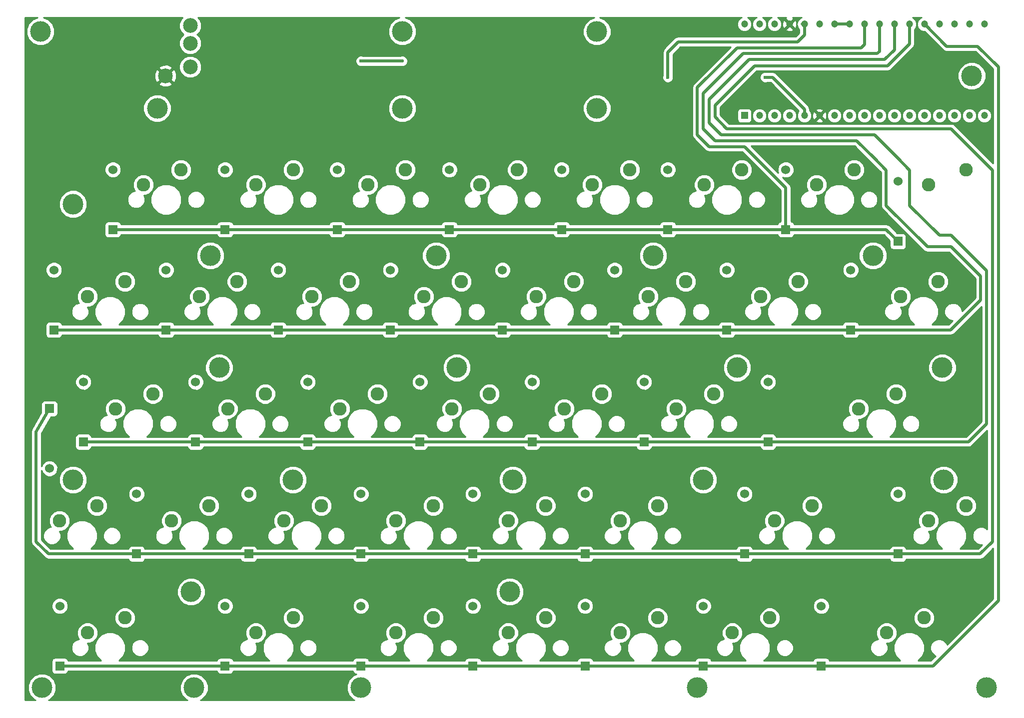
<source format=gbr>
G04 #@! TF.FileFunction,Copper,L1,Top,Signal*
%FSLAX46Y46*%
G04 Gerber Fmt 4.6, Leading zero omitted, Abs format (unit mm)*
G04 Created by KiCad (PCBNEW 4.0.1-stable) date 2017/02/05 23:11:59*
%MOMM*%
G01*
G04 APERTURE LIST*
%ADD10C,0.100000*%
%ADD11C,2.286000*%
%ADD12R,1.524000X1.524000*%
%ADD13C,1.524000*%
%ADD14C,1.200000*%
%ADD15R,1.200000X1.200000*%
%ADD16C,3.500000*%
%ADD17C,2.500000*%
%ADD18C,0.600000*%
%ADD19C,0.500000*%
%ADD20C,0.254000*%
G04 APERTURE END LIST*
D10*
D11*
X188415000Y-130920000D03*
X182065000Y-133460000D03*
D12*
X51000000Y-65080000D03*
D13*
X51000000Y-54920000D03*
D12*
X70000000Y-65080000D03*
D13*
X70000000Y-54920000D03*
D12*
X89000000Y-65080000D03*
D13*
X89000000Y-54920000D03*
D12*
X108000000Y-65080000D03*
D13*
X108000000Y-54920000D03*
D12*
X127000000Y-65080000D03*
D13*
X127000000Y-54920000D03*
D12*
X145000000Y-65080000D03*
D13*
X145000000Y-54920000D03*
D12*
X165000000Y-65080000D03*
D13*
X165000000Y-54920000D03*
D12*
X41000000Y-82080000D03*
D13*
X41000000Y-71920000D03*
D12*
X60000000Y-82080000D03*
D13*
X60000000Y-71920000D03*
D12*
X79000000Y-82080000D03*
D13*
X79000000Y-71920000D03*
D12*
X98000000Y-82080000D03*
D13*
X98000000Y-71920000D03*
D12*
X117000000Y-82080000D03*
D13*
X117000000Y-71920000D03*
D12*
X136000000Y-82080000D03*
D13*
X136000000Y-71920000D03*
D12*
X155000000Y-82080000D03*
D13*
X155000000Y-71920000D03*
D12*
X176000000Y-82080000D03*
D13*
X176000000Y-71920000D03*
D12*
X46000000Y-101080000D03*
D13*
X46000000Y-90920000D03*
D12*
X65000000Y-101080000D03*
D13*
X65000000Y-90920000D03*
D12*
X84000000Y-101080000D03*
D13*
X84000000Y-90920000D03*
D12*
X103000000Y-101080000D03*
D13*
X103000000Y-90920000D03*
D12*
X122000000Y-101080000D03*
D13*
X122000000Y-90920000D03*
D12*
X141000000Y-101080000D03*
D13*
X141000000Y-90920000D03*
D12*
X162000000Y-101080000D03*
D13*
X162000000Y-90920000D03*
D12*
X40250000Y-95420000D03*
D13*
X40250000Y-105580000D03*
D12*
X55000000Y-120080000D03*
D13*
X55000000Y-109920000D03*
D12*
X74000000Y-120080000D03*
D13*
X74000000Y-109920000D03*
D12*
X93000000Y-120080000D03*
D13*
X93000000Y-109920000D03*
D12*
X112000000Y-120080000D03*
D13*
X112000000Y-109920000D03*
D12*
X131000000Y-120080000D03*
D13*
X131000000Y-109920000D03*
D12*
X158000000Y-120080000D03*
D13*
X158000000Y-109920000D03*
D12*
X184000000Y-120080000D03*
D13*
X184000000Y-109920000D03*
D12*
X42000000Y-139080000D03*
D13*
X42000000Y-128920000D03*
D12*
X70000000Y-139080000D03*
D13*
X70000000Y-128920000D03*
D12*
X112000000Y-139080000D03*
D13*
X112000000Y-128920000D03*
D11*
X62540000Y-54920000D03*
X56190000Y-57460000D03*
X81540000Y-54920000D03*
X75190000Y-57460000D03*
X100540000Y-54920000D03*
X94190000Y-57460000D03*
X119540000Y-54920000D03*
X113190000Y-57460000D03*
X138540000Y-54920000D03*
X132190000Y-57460000D03*
X157540000Y-54920000D03*
X151190000Y-57460000D03*
X53040000Y-73920000D03*
X46690000Y-76460000D03*
X72040000Y-73920000D03*
X65690000Y-76460000D03*
X91040000Y-73920000D03*
X84690000Y-76460000D03*
X110040000Y-73920000D03*
X103690000Y-76460000D03*
X129040000Y-73920000D03*
X122690000Y-76460000D03*
X148040000Y-73920000D03*
X141690000Y-76460000D03*
X167040000Y-73920000D03*
X160690000Y-76460000D03*
X190790000Y-73920000D03*
X184440000Y-76460000D03*
X57790000Y-92920000D03*
X51440000Y-95460000D03*
X76790000Y-92920000D03*
X70440000Y-95460000D03*
X95790000Y-92920000D03*
X89440000Y-95460000D03*
X114790000Y-92920000D03*
X108440000Y-95460000D03*
X133790000Y-92920000D03*
X127440000Y-95460000D03*
X152790000Y-92920000D03*
X146440000Y-95460000D03*
X183665000Y-92920000D03*
X177315000Y-95460000D03*
X48290000Y-111920000D03*
X41940000Y-114460000D03*
X67290000Y-111920000D03*
X60940000Y-114460000D03*
X86290000Y-111920000D03*
X79940000Y-114460000D03*
X105290000Y-111920000D03*
X98940000Y-114460000D03*
X124290000Y-111920000D03*
X117940000Y-114460000D03*
X143290000Y-111920000D03*
X136940000Y-114460000D03*
X169415000Y-111920000D03*
X163065000Y-114460000D03*
X195540000Y-111920000D03*
X189190000Y-114460000D03*
X53040000Y-130920000D03*
X46690000Y-133460000D03*
X81540000Y-130920000D03*
X75190000Y-133460000D03*
X124290000Y-130920000D03*
X117940000Y-133460000D03*
D14*
X158000000Y-30254000D03*
X160540000Y-30254000D03*
X163080000Y-30254000D03*
X165620000Y-30254000D03*
X168160000Y-30254000D03*
X170700000Y-30254000D03*
X173240000Y-30254000D03*
X175780000Y-30254000D03*
X178320000Y-30254000D03*
X180860000Y-30254000D03*
X183400000Y-30254000D03*
X185940000Y-30254000D03*
X188480000Y-30254000D03*
X191020000Y-30254000D03*
X193560000Y-30254000D03*
X196100000Y-30254000D03*
X198640000Y-30254000D03*
D15*
X158000000Y-45746000D03*
D14*
X160540000Y-45746000D03*
X163080000Y-45746000D03*
X165620000Y-45746000D03*
X168160000Y-45746000D03*
X170700000Y-45746000D03*
X173240000Y-45746000D03*
X175780000Y-45746000D03*
X178320000Y-45746000D03*
X180860000Y-45746000D03*
X183400000Y-45746000D03*
X185940000Y-45746000D03*
X188480000Y-45746000D03*
X191020000Y-45746000D03*
X193560000Y-45746000D03*
X196100000Y-45746000D03*
X198640000Y-45746000D03*
D12*
X93000000Y-139080000D03*
D13*
X93000000Y-128920000D03*
D12*
X131000000Y-139080000D03*
D13*
X131000000Y-128920000D03*
D12*
X151000000Y-139080000D03*
D13*
X151000000Y-128920000D03*
D12*
X171000000Y-139080000D03*
D13*
X171000000Y-128920000D03*
D11*
X105290000Y-130920000D03*
X98940000Y-133460000D03*
X143290000Y-130920000D03*
X136940000Y-133460000D03*
X162290000Y-130920000D03*
X155940000Y-133460000D03*
D12*
X184000000Y-67080000D03*
D13*
X184000000Y-56920000D03*
D11*
X176540000Y-54920000D03*
X170190000Y-57460000D03*
X195540000Y-54920000D03*
X189190000Y-57460000D03*
D16*
X199000000Y-142750000D03*
X39000000Y-142750000D03*
X150000000Y-142750000D03*
X93000000Y-142750000D03*
X133000000Y-31500000D03*
X100000000Y-31500000D03*
X38750000Y-31500000D03*
X44250000Y-107500000D03*
X81500000Y-107500000D03*
X118750000Y-107500000D03*
X151000000Y-107500000D03*
X191750000Y-107500000D03*
X179750000Y-69500000D03*
X142500000Y-69500000D03*
X105750000Y-69500000D03*
X67500000Y-69500000D03*
X44250000Y-60750000D03*
X196500000Y-39000000D03*
X64750000Y-142750000D03*
X133000000Y-44500000D03*
X100000000Y-44500000D03*
X58500000Y-44500000D03*
X191500000Y-88500000D03*
X156750000Y-88500000D03*
X109250000Y-88500000D03*
X69000000Y-88500000D03*
X64250000Y-126500000D03*
X118250000Y-126500000D03*
D17*
X64100000Y-30500000D03*
X64100000Y-33500000D03*
X59900000Y-39000000D03*
X64100000Y-37500000D03*
D18*
X100000000Y-36500000D03*
X93000000Y-36500000D03*
X145000000Y-39250000D03*
X161500000Y-39250000D03*
X137000000Y-40250000D03*
X138000000Y-32000000D03*
D19*
X165000000Y-65080000D02*
X165000000Y-58000000D01*
X165000000Y-65080000D02*
X182000000Y-65080000D01*
X182000000Y-65080000D02*
X184000000Y-67080000D01*
X178320000Y-30254000D02*
X178320000Y-33680000D01*
X178320000Y-33680000D02*
X177750000Y-34250000D01*
X177750000Y-34250000D02*
X156750000Y-34250000D01*
X156750000Y-34250000D02*
X150000000Y-41000000D01*
X150000000Y-41000000D02*
X150000000Y-49000000D01*
X150000000Y-49000000D02*
X152000000Y-51000000D01*
X152000000Y-51000000D02*
X158000000Y-51000000D01*
X158000000Y-51000000D02*
X165000000Y-58000000D01*
X145000000Y-65080000D02*
X145000000Y-65000000D01*
X145000000Y-65080000D02*
X165000000Y-65080000D01*
X127000000Y-65080000D02*
X145000000Y-65080000D01*
X108000000Y-65080000D02*
X127000000Y-65080000D01*
X89000000Y-65080000D02*
X108000000Y-65080000D01*
X70000000Y-65080000D02*
X89000000Y-65080000D01*
X51000000Y-65080000D02*
X70000000Y-65080000D01*
X180000000Y-53000000D02*
X182000000Y-55000000D01*
X182000000Y-55000000D02*
X182000000Y-58000000D01*
X180000000Y-53000000D02*
X177000000Y-50000000D01*
X193000000Y-68000000D02*
X198000000Y-73000000D01*
X198000000Y-77000000D02*
X192920000Y-82080000D01*
X198000000Y-73000000D02*
X198000000Y-77000000D01*
X192920000Y-82080000D02*
X176000000Y-82080000D01*
X182000000Y-58000000D02*
X182000000Y-61000000D01*
X182000000Y-61000000D02*
X189000000Y-68000000D01*
X189000000Y-68000000D02*
X193000000Y-68000000D01*
X180860000Y-30254000D02*
X180860000Y-34860000D01*
X180860000Y-34860000D02*
X180500000Y-35220000D01*
X180500000Y-35220000D02*
X157780000Y-35220000D01*
X157780000Y-35220000D02*
X151000000Y-42000000D01*
X151000000Y-42000000D02*
X151000000Y-48000000D01*
X151000000Y-48000000D02*
X153000000Y-50000000D01*
X153000000Y-50000000D02*
X177000000Y-50000000D01*
X180860000Y-30254000D02*
X180860000Y-30640000D01*
X60000000Y-82080000D02*
X41000000Y-82080000D01*
X79000000Y-82080000D02*
X60000000Y-82080000D01*
X98000000Y-82080000D02*
X79000000Y-82080000D01*
X117000000Y-82080000D02*
X98000000Y-82080000D01*
X136000000Y-82080000D02*
X117000000Y-82080000D01*
X155000000Y-82080000D02*
X136000000Y-82080000D01*
X176000000Y-82080000D02*
X155000000Y-82080000D01*
X184000000Y-53000000D02*
X180000000Y-49000000D01*
X193000000Y-66000000D02*
X199000000Y-72000000D01*
X193000000Y-66000000D02*
X191000000Y-66000000D01*
X186000000Y-55000000D02*
X184000000Y-53000000D01*
X186000000Y-61000000D02*
X186000000Y-55000000D01*
X191000000Y-66000000D02*
X186000000Y-61000000D01*
X183400000Y-30254000D02*
X183400000Y-34600000D01*
X154000000Y-49000000D02*
X180000000Y-49000000D01*
X152000000Y-47000000D02*
X154000000Y-49000000D01*
X152000000Y-43000000D02*
X152000000Y-47000000D01*
X158750000Y-36250000D02*
X152000000Y-43000000D01*
X181750000Y-36250000D02*
X158750000Y-36250000D01*
X183400000Y-34600000D02*
X181750000Y-36250000D01*
X195920000Y-101080000D02*
X162000000Y-101080000D01*
X199000000Y-98000000D02*
X195920000Y-101080000D01*
X199000000Y-72000000D02*
X199000000Y-98000000D01*
X141000000Y-101080000D02*
X162000000Y-101080000D01*
X122000000Y-101080000D02*
X141000000Y-101080000D01*
X103000000Y-101080000D02*
X122000000Y-101080000D01*
X84000000Y-101080000D02*
X103000000Y-101080000D01*
X65000000Y-101080000D02*
X84000000Y-101080000D01*
X46000000Y-101080000D02*
X65000000Y-101080000D01*
X190000000Y-48000000D02*
X193000000Y-48000000D01*
X200000000Y-55000000D02*
X200000000Y-58000000D01*
X193000000Y-48000000D02*
X200000000Y-55000000D01*
X55000000Y-120080000D02*
X40080000Y-120080000D01*
X38000000Y-99420000D02*
X40250000Y-95420000D01*
X38000000Y-118000000D02*
X38000000Y-99420000D01*
X40080000Y-120080000D02*
X38000000Y-118000000D01*
X155000000Y-48000000D02*
X190000000Y-48000000D01*
X153000000Y-46000000D02*
X155000000Y-48000000D01*
X197920000Y-120080000D02*
X200000000Y-118000000D01*
X197920000Y-120080000D02*
X184000000Y-120080000D01*
X200000000Y-82000000D02*
X200000000Y-58000000D01*
X200000000Y-118000000D02*
X200000000Y-82000000D01*
X185940000Y-30254000D02*
X185940000Y-33560000D01*
X185940000Y-33560000D02*
X182199998Y-37300002D01*
X182199998Y-37300002D02*
X159699998Y-37300002D01*
X159699998Y-37300002D02*
X153000000Y-44000000D01*
X153000000Y-44000000D02*
X153000000Y-46000000D01*
X158000000Y-120080000D02*
X184000000Y-120080000D01*
X93000000Y-120080000D02*
X112000000Y-120080000D01*
X112000000Y-120080000D02*
X131000000Y-120080000D01*
X131000000Y-120080000D02*
X158000000Y-120080000D01*
X55000000Y-120080000D02*
X74000000Y-120080000D01*
X74000000Y-120080000D02*
X93000000Y-120080000D01*
X201000000Y-127000000D02*
X201000000Y-128000000D01*
X189920000Y-139080000D02*
X201000000Y-128000000D01*
X189920000Y-139080000D02*
X171000000Y-139080000D01*
X201000000Y-127000000D02*
X201000000Y-37500000D01*
X192226000Y-34000000D02*
X188480000Y-30254000D01*
X197500000Y-34000000D02*
X192226000Y-34000000D01*
X201000000Y-37500000D02*
X197500000Y-34000000D01*
X151000000Y-139080000D02*
X171000000Y-139080000D01*
X42000000Y-139080000D02*
X70000000Y-139080000D01*
X70000000Y-139080000D02*
X93000000Y-139080000D01*
X93000000Y-139080000D02*
X112000000Y-139080000D01*
X112000000Y-139080000D02*
X131000000Y-139080000D01*
X131000000Y-139080000D02*
X151000000Y-139080000D01*
X93000000Y-36500000D02*
X100000000Y-36500000D01*
X161500000Y-39250000D02*
X162750000Y-39250000D01*
X168160000Y-44660000D02*
X168160000Y-45746000D01*
X162750000Y-39250000D02*
X168160000Y-44660000D01*
X146750000Y-33250000D02*
X153750000Y-33250000D01*
X145000000Y-35000000D02*
X146750000Y-33250000D01*
X145000000Y-39250000D02*
X145000000Y-35000000D01*
X168160000Y-30254000D02*
X168160000Y-32090000D01*
X168160000Y-32090000D02*
X167000000Y-33250000D01*
X167000000Y-33250000D02*
X153750000Y-33250000D01*
X168160000Y-30254000D02*
X167746000Y-30254000D01*
X173240000Y-30254000D02*
X175780000Y-30254000D01*
X137000000Y-33000000D02*
X137000000Y-40250000D01*
X138000000Y-32000000D02*
X137000000Y-33000000D01*
D20*
G36*
X37400771Y-29476916D02*
X36729274Y-30147242D01*
X36365415Y-31023513D01*
X36364587Y-31972325D01*
X36726916Y-32849229D01*
X37397242Y-33520726D01*
X38273513Y-33884585D01*
X39222325Y-33885413D01*
X40099229Y-33523084D01*
X40770726Y-32852758D01*
X41134585Y-31976487D01*
X41135413Y-31027675D01*
X40773084Y-30150771D01*
X40102758Y-29479274D01*
X39254387Y-29127000D01*
X62807276Y-29127000D01*
X62502907Y-29430839D01*
X62215328Y-30123405D01*
X62214674Y-30873305D01*
X62501043Y-31566372D01*
X62934206Y-32000292D01*
X62502907Y-32430839D01*
X62215328Y-33123405D01*
X62214674Y-33873305D01*
X62501043Y-34566372D01*
X63030839Y-35097093D01*
X63723405Y-35384672D01*
X64473305Y-35385326D01*
X65166372Y-35098957D01*
X65697093Y-34569161D01*
X65984672Y-33876595D01*
X65985326Y-33126695D01*
X65698957Y-32433628D01*
X65265794Y-31999708D01*
X65697093Y-31569161D01*
X65984672Y-30876595D01*
X65985326Y-30126695D01*
X65698957Y-29433628D01*
X65392863Y-29127000D01*
X99497633Y-29127000D01*
X98650771Y-29476916D01*
X97979274Y-30147242D01*
X97615415Y-31023513D01*
X97614587Y-31972325D01*
X97976916Y-32849229D01*
X98647242Y-33520726D01*
X99523513Y-33884585D01*
X100472325Y-33885413D01*
X101349229Y-33523084D01*
X102020726Y-32852758D01*
X102384585Y-31976487D01*
X102385413Y-31027675D01*
X102023084Y-30150771D01*
X101352758Y-29479274D01*
X100504387Y-29127000D01*
X132497633Y-29127000D01*
X131650771Y-29476916D01*
X130979274Y-30147242D01*
X130615415Y-31023513D01*
X130614587Y-31972325D01*
X130976916Y-32849229D01*
X131647242Y-33520726D01*
X132523513Y-33884585D01*
X133472325Y-33885413D01*
X134349229Y-33523084D01*
X135020726Y-32852758D01*
X135384585Y-31976487D01*
X135385413Y-31027675D01*
X135023084Y-30150771D01*
X134352758Y-29479274D01*
X133504387Y-29127000D01*
X157493524Y-29127000D01*
X157301343Y-29206408D01*
X156953629Y-29553515D01*
X156765215Y-30007266D01*
X156764786Y-30498579D01*
X156952408Y-30952657D01*
X157299515Y-31300371D01*
X157753266Y-31488785D01*
X158244579Y-31489214D01*
X158698657Y-31301592D01*
X159046371Y-30954485D01*
X159234785Y-30500734D01*
X159235214Y-30009421D01*
X159047592Y-29555343D01*
X158700485Y-29207629D01*
X158506309Y-29127000D01*
X160033524Y-29127000D01*
X159841343Y-29206408D01*
X159493629Y-29553515D01*
X159305215Y-30007266D01*
X159304786Y-30498579D01*
X159492408Y-30952657D01*
X159839515Y-31300371D01*
X160293266Y-31488785D01*
X160784579Y-31489214D01*
X161238657Y-31301592D01*
X161586371Y-30954485D01*
X161774785Y-30500734D01*
X161775214Y-30009421D01*
X161587592Y-29555343D01*
X161240485Y-29207629D01*
X161046309Y-29127000D01*
X162573524Y-29127000D01*
X162381343Y-29206408D01*
X162033629Y-29553515D01*
X161845215Y-30007266D01*
X161844786Y-30498579D01*
X162032408Y-30952657D01*
X162379515Y-31300371D01*
X162833266Y-31488785D01*
X163324579Y-31489214D01*
X163778657Y-31301592D01*
X163963837Y-31116735D01*
X164936870Y-31116735D01*
X164986383Y-31342164D01*
X165451036Y-31501807D01*
X165941413Y-31471482D01*
X166253617Y-31342164D01*
X166303130Y-31116735D01*
X165620000Y-30433605D01*
X164936870Y-31116735D01*
X163963837Y-31116735D01*
X164126371Y-30954485D01*
X164314785Y-30500734D01*
X164315147Y-30085036D01*
X164372193Y-30085036D01*
X164402518Y-30575413D01*
X164531836Y-30887617D01*
X164757265Y-30937130D01*
X165440395Y-30254000D01*
X165799605Y-30254000D01*
X166482735Y-30937130D01*
X166708164Y-30887617D01*
X166867807Y-30422964D01*
X166837482Y-29932587D01*
X166708164Y-29620383D01*
X166482735Y-29570870D01*
X165799605Y-30254000D01*
X165440395Y-30254000D01*
X164757265Y-29570870D01*
X164531836Y-29620383D01*
X164372193Y-30085036D01*
X164315147Y-30085036D01*
X164315214Y-30009421D01*
X164127592Y-29555343D01*
X163780485Y-29207629D01*
X163586309Y-29127000D01*
X165080142Y-29127000D01*
X164986383Y-29165836D01*
X164936870Y-29391265D01*
X165620000Y-30074395D01*
X166303130Y-29391265D01*
X166253617Y-29165836D01*
X166140582Y-29127000D01*
X167653524Y-29127000D01*
X167461343Y-29206408D01*
X167113629Y-29553515D01*
X167020892Y-29776851D01*
X166928367Y-29915325D01*
X166861000Y-30254000D01*
X166928367Y-30592675D01*
X167020867Y-30731112D01*
X167112408Y-30952657D01*
X167275000Y-31115533D01*
X167275000Y-31723421D01*
X166633420Y-32365000D01*
X146750005Y-32365000D01*
X146750000Y-32364999D01*
X146467516Y-32421190D01*
X146411325Y-32432367D01*
X146124210Y-32624210D01*
X146124208Y-32624213D01*
X144374210Y-34374210D01*
X144182367Y-34661325D01*
X144182367Y-34661326D01*
X144114999Y-35000000D01*
X144115000Y-35000005D01*
X144115000Y-38943178D01*
X144065162Y-39063201D01*
X144064838Y-39435167D01*
X144206883Y-39778943D01*
X144469673Y-40042192D01*
X144813201Y-40184838D01*
X145185167Y-40185162D01*
X145528943Y-40043117D01*
X145792192Y-39780327D01*
X145934838Y-39436799D01*
X145935162Y-39064833D01*
X145885000Y-38943431D01*
X145885000Y-35366580D01*
X147116579Y-34135000D01*
X155613421Y-34135000D01*
X149374210Y-40374210D01*
X149182367Y-40661325D01*
X149182367Y-40661326D01*
X149114999Y-41000000D01*
X149115000Y-41000005D01*
X149115000Y-48999995D01*
X149114999Y-49000000D01*
X149151275Y-49182367D01*
X149182367Y-49338675D01*
X149206111Y-49374210D01*
X149374210Y-49625790D01*
X151374208Y-51625787D01*
X151374210Y-51625790D01*
X151661325Y-51817633D01*
X152000000Y-51885001D01*
X152000005Y-51885000D01*
X157633420Y-51885000D01*
X164115000Y-58366579D01*
X164115000Y-63693704D01*
X164002683Y-63714838D01*
X163786559Y-63853910D01*
X163641569Y-64066110D01*
X163615468Y-64195000D01*
X146386296Y-64195000D01*
X146365162Y-64082683D01*
X146226090Y-63866559D01*
X146013890Y-63721569D01*
X145762000Y-63670560D01*
X144238000Y-63670560D01*
X144002683Y-63714838D01*
X143786559Y-63853910D01*
X143641569Y-64066110D01*
X143615468Y-64195000D01*
X128386296Y-64195000D01*
X128365162Y-64082683D01*
X128226090Y-63866559D01*
X128013890Y-63721569D01*
X127762000Y-63670560D01*
X126238000Y-63670560D01*
X126002683Y-63714838D01*
X125786559Y-63853910D01*
X125641569Y-64066110D01*
X125615468Y-64195000D01*
X109386296Y-64195000D01*
X109365162Y-64082683D01*
X109226090Y-63866559D01*
X109013890Y-63721569D01*
X108762000Y-63670560D01*
X107238000Y-63670560D01*
X107002683Y-63714838D01*
X106786559Y-63853910D01*
X106641569Y-64066110D01*
X106615468Y-64195000D01*
X90386296Y-64195000D01*
X90365162Y-64082683D01*
X90226090Y-63866559D01*
X90013890Y-63721569D01*
X89762000Y-63670560D01*
X88238000Y-63670560D01*
X88002683Y-63714838D01*
X87786559Y-63853910D01*
X87641569Y-64066110D01*
X87615468Y-64195000D01*
X71386296Y-64195000D01*
X71365162Y-64082683D01*
X71226090Y-63866559D01*
X71013890Y-63721569D01*
X70762000Y-63670560D01*
X69238000Y-63670560D01*
X69002683Y-63714838D01*
X68786559Y-63853910D01*
X68641569Y-64066110D01*
X68615468Y-64195000D01*
X52386296Y-64195000D01*
X52365162Y-64082683D01*
X52226090Y-63866559D01*
X52013890Y-63721569D01*
X51762000Y-63670560D01*
X50238000Y-63670560D01*
X50002683Y-63714838D01*
X49786559Y-63853910D01*
X49641569Y-64066110D01*
X49590560Y-64318000D01*
X49590560Y-65842000D01*
X49634838Y-66077317D01*
X49773910Y-66293441D01*
X49986110Y-66438431D01*
X50238000Y-66489440D01*
X51762000Y-66489440D01*
X51997317Y-66445162D01*
X52213441Y-66306090D01*
X52358431Y-66093890D01*
X52384532Y-65965000D01*
X68613704Y-65965000D01*
X68634838Y-66077317D01*
X68773910Y-66293441D01*
X68986110Y-66438431D01*
X69238000Y-66489440D01*
X70762000Y-66489440D01*
X70997317Y-66445162D01*
X71213441Y-66306090D01*
X71358431Y-66093890D01*
X71384532Y-65965000D01*
X87613704Y-65965000D01*
X87634838Y-66077317D01*
X87773910Y-66293441D01*
X87986110Y-66438431D01*
X88238000Y-66489440D01*
X89762000Y-66489440D01*
X89997317Y-66445162D01*
X90213441Y-66306090D01*
X90358431Y-66093890D01*
X90384532Y-65965000D01*
X106613704Y-65965000D01*
X106634838Y-66077317D01*
X106773910Y-66293441D01*
X106986110Y-66438431D01*
X107238000Y-66489440D01*
X108762000Y-66489440D01*
X108997317Y-66445162D01*
X109213441Y-66306090D01*
X109358431Y-66093890D01*
X109384532Y-65965000D01*
X125613704Y-65965000D01*
X125634838Y-66077317D01*
X125773910Y-66293441D01*
X125986110Y-66438431D01*
X126238000Y-66489440D01*
X127762000Y-66489440D01*
X127997317Y-66445162D01*
X128213441Y-66306090D01*
X128358431Y-66093890D01*
X128384532Y-65965000D01*
X143613704Y-65965000D01*
X143634838Y-66077317D01*
X143773910Y-66293441D01*
X143986110Y-66438431D01*
X144238000Y-66489440D01*
X145762000Y-66489440D01*
X145997317Y-66445162D01*
X146213441Y-66306090D01*
X146358431Y-66093890D01*
X146384532Y-65965000D01*
X163613704Y-65965000D01*
X163634838Y-66077317D01*
X163773910Y-66293441D01*
X163986110Y-66438431D01*
X164238000Y-66489440D01*
X165762000Y-66489440D01*
X165997317Y-66445162D01*
X166213441Y-66306090D01*
X166358431Y-66093890D01*
X166384532Y-65965000D01*
X181633420Y-65965000D01*
X182590560Y-66922139D01*
X182590560Y-67842000D01*
X182634838Y-68077317D01*
X182773910Y-68293441D01*
X182986110Y-68438431D01*
X183238000Y-68489440D01*
X184762000Y-68489440D01*
X184997317Y-68445162D01*
X185213441Y-68306090D01*
X185358431Y-68093890D01*
X185409440Y-67842000D01*
X185409440Y-66318000D01*
X185365162Y-66082683D01*
X185226090Y-65866559D01*
X185013890Y-65721569D01*
X184762000Y-65670560D01*
X183842139Y-65670560D01*
X182625790Y-64454210D01*
X182338675Y-64262367D01*
X182282484Y-64251190D01*
X182000000Y-64194999D01*
X181999995Y-64195000D01*
X166386296Y-64195000D01*
X166365162Y-64082683D01*
X166226090Y-63866559D01*
X166013890Y-63721569D01*
X165885000Y-63695468D01*
X165885000Y-60294267D01*
X167433842Y-60294267D01*
X167659580Y-60840595D01*
X168077206Y-61258951D01*
X168623139Y-61485642D01*
X169214267Y-61486158D01*
X169760595Y-61260420D01*
X170178951Y-60842794D01*
X170312726Y-60520626D01*
X171370645Y-60520626D01*
X171770028Y-61487207D01*
X172508904Y-62227373D01*
X173474785Y-62628442D01*
X174520626Y-62629355D01*
X175487207Y-62229972D01*
X176227373Y-61491096D01*
X176628442Y-60525215D01*
X176628643Y-60294267D01*
X177593842Y-60294267D01*
X177819580Y-60840595D01*
X178237206Y-61258951D01*
X178783139Y-61485642D01*
X179374267Y-61486158D01*
X179920595Y-61260420D01*
X180338951Y-60842794D01*
X180565642Y-60296861D01*
X180566158Y-59705733D01*
X180340420Y-59159405D01*
X179922794Y-58741049D01*
X179376861Y-58514358D01*
X178785733Y-58513842D01*
X178239405Y-58739580D01*
X177821049Y-59157206D01*
X177594358Y-59703139D01*
X177593842Y-60294267D01*
X176628643Y-60294267D01*
X176629355Y-59479374D01*
X176229972Y-58512793D01*
X175491096Y-57772627D01*
X174525215Y-57371558D01*
X173479374Y-57370645D01*
X172512793Y-57770028D01*
X171772627Y-58508904D01*
X171371558Y-59474785D01*
X171370645Y-60520626D01*
X170312726Y-60520626D01*
X170405642Y-60296861D01*
X170406158Y-59705733D01*
X170212903Y-59238021D01*
X170542114Y-59238308D01*
X171195840Y-58968194D01*
X171696436Y-58468471D01*
X171967691Y-57815218D01*
X171968308Y-57107886D01*
X171698194Y-56454160D01*
X171198471Y-55953564D01*
X170545218Y-55682309D01*
X169837886Y-55681692D01*
X169184160Y-55951806D01*
X168683564Y-56451529D01*
X168412309Y-57104782D01*
X168411692Y-57812114D01*
X168681806Y-58465840D01*
X168729815Y-58513933D01*
X168625733Y-58513842D01*
X168079405Y-58739580D01*
X167661049Y-59157206D01*
X167434358Y-59703139D01*
X167433842Y-60294267D01*
X165885000Y-60294267D01*
X165885000Y-58000005D01*
X165885001Y-58000000D01*
X165817633Y-57661326D01*
X165817633Y-57661325D01*
X165625790Y-57374210D01*
X165625787Y-57374208D01*
X164460002Y-56208423D01*
X164720900Y-56316757D01*
X165276661Y-56317242D01*
X165790303Y-56105010D01*
X166183629Y-55712370D01*
X166366438Y-55272114D01*
X174761692Y-55272114D01*
X175031806Y-55925840D01*
X175531529Y-56426436D01*
X176184782Y-56697691D01*
X176892114Y-56698308D01*
X177545840Y-56428194D01*
X178046436Y-55928471D01*
X178317691Y-55275218D01*
X178318308Y-54567886D01*
X178048194Y-53914160D01*
X177548471Y-53413564D01*
X176895218Y-53142309D01*
X176187886Y-53141692D01*
X175534160Y-53411806D01*
X175033564Y-53911529D01*
X174762309Y-54564782D01*
X174761692Y-55272114D01*
X166366438Y-55272114D01*
X166396757Y-55199100D01*
X166397242Y-54643339D01*
X166185010Y-54129697D01*
X165792370Y-53736371D01*
X165279100Y-53523243D01*
X164723339Y-53522758D01*
X164209697Y-53734990D01*
X163816371Y-54127630D01*
X163603243Y-54640900D01*
X163602758Y-55196661D01*
X163711559Y-55459979D01*
X159136580Y-50885000D01*
X176633420Y-50885000D01*
X179374208Y-53625787D01*
X179374210Y-53625790D01*
X181115000Y-55366579D01*
X181115000Y-60999995D01*
X181114999Y-61000000D01*
X181159223Y-61222325D01*
X181182367Y-61338675D01*
X181284211Y-61491096D01*
X181374210Y-61625790D01*
X188374208Y-68625787D01*
X188374210Y-68625790D01*
X188661325Y-68817633D01*
X188717516Y-68828810D01*
X189000000Y-68885001D01*
X189000005Y-68885000D01*
X192633420Y-68885000D01*
X197115000Y-73366579D01*
X197115000Y-76633421D01*
X194815960Y-78932460D01*
X194816158Y-78705733D01*
X194590420Y-78159405D01*
X194172794Y-77741049D01*
X193626861Y-77514358D01*
X193035733Y-77513842D01*
X192489405Y-77739580D01*
X192071049Y-78157206D01*
X191844358Y-78703139D01*
X191843842Y-79294267D01*
X192069580Y-79840595D01*
X192487206Y-80258951D01*
X193033139Y-80485642D01*
X193262578Y-80485842D01*
X192553420Y-81195000D01*
X189772240Y-81195000D01*
X190477373Y-80491096D01*
X190878442Y-79525215D01*
X190879355Y-78479374D01*
X190479972Y-77512793D01*
X189741096Y-76772627D01*
X188775215Y-76371558D01*
X187729374Y-76370645D01*
X186762793Y-76770028D01*
X186022627Y-77508904D01*
X185621558Y-78474785D01*
X185620645Y-79520626D01*
X186020028Y-80487207D01*
X186726587Y-81195000D01*
X177386296Y-81195000D01*
X177365162Y-81082683D01*
X177226090Y-80866559D01*
X177013890Y-80721569D01*
X176762000Y-80670560D01*
X175238000Y-80670560D01*
X175002683Y-80714838D01*
X174786559Y-80853910D01*
X174641569Y-81066110D01*
X174615468Y-81195000D01*
X166022240Y-81195000D01*
X166727373Y-80491096D01*
X167128442Y-79525215D01*
X167128643Y-79294267D01*
X168093842Y-79294267D01*
X168319580Y-79840595D01*
X168737206Y-80258951D01*
X169283139Y-80485642D01*
X169874267Y-80486158D01*
X170420595Y-80260420D01*
X170838951Y-79842794D01*
X171065642Y-79296861D01*
X171065644Y-79294267D01*
X181683842Y-79294267D01*
X181909580Y-79840595D01*
X182327206Y-80258951D01*
X182873139Y-80485642D01*
X183464267Y-80486158D01*
X184010595Y-80260420D01*
X184428951Y-79842794D01*
X184655642Y-79296861D01*
X184656158Y-78705733D01*
X184462903Y-78238021D01*
X184792114Y-78238308D01*
X185445840Y-77968194D01*
X185946436Y-77468471D01*
X186217691Y-76815218D01*
X186218308Y-76107886D01*
X185948194Y-75454160D01*
X185448471Y-74953564D01*
X184795218Y-74682309D01*
X184087886Y-74681692D01*
X183434160Y-74951806D01*
X182933564Y-75451529D01*
X182662309Y-76104782D01*
X182661692Y-76812114D01*
X182931806Y-77465840D01*
X182979815Y-77513933D01*
X182875733Y-77513842D01*
X182329405Y-77739580D01*
X181911049Y-78157206D01*
X181684358Y-78703139D01*
X181683842Y-79294267D01*
X171065644Y-79294267D01*
X171066158Y-78705733D01*
X170840420Y-78159405D01*
X170422794Y-77741049D01*
X169876861Y-77514358D01*
X169285733Y-77513842D01*
X168739405Y-77739580D01*
X168321049Y-78157206D01*
X168094358Y-78703139D01*
X168093842Y-79294267D01*
X167128643Y-79294267D01*
X167129355Y-78479374D01*
X166729972Y-77512793D01*
X165991096Y-76772627D01*
X165025215Y-76371558D01*
X163979374Y-76370645D01*
X163012793Y-76770028D01*
X162272627Y-77508904D01*
X161871558Y-78474785D01*
X161870645Y-79520626D01*
X162270028Y-80487207D01*
X162976587Y-81195000D01*
X156386296Y-81195000D01*
X156365162Y-81082683D01*
X156226090Y-80866559D01*
X156013890Y-80721569D01*
X155762000Y-80670560D01*
X154238000Y-80670560D01*
X154002683Y-80714838D01*
X153786559Y-80853910D01*
X153641569Y-81066110D01*
X153615468Y-81195000D01*
X147022240Y-81195000D01*
X147727373Y-80491096D01*
X148128442Y-79525215D01*
X148128643Y-79294267D01*
X149093842Y-79294267D01*
X149319580Y-79840595D01*
X149737206Y-80258951D01*
X150283139Y-80485642D01*
X150874267Y-80486158D01*
X151420595Y-80260420D01*
X151838951Y-79842794D01*
X152065642Y-79296861D01*
X152065644Y-79294267D01*
X157933842Y-79294267D01*
X158159580Y-79840595D01*
X158577206Y-80258951D01*
X159123139Y-80485642D01*
X159714267Y-80486158D01*
X160260595Y-80260420D01*
X160678951Y-79842794D01*
X160905642Y-79296861D01*
X160906158Y-78705733D01*
X160712903Y-78238021D01*
X161042114Y-78238308D01*
X161695840Y-77968194D01*
X162196436Y-77468471D01*
X162467691Y-76815218D01*
X162468308Y-76107886D01*
X162198194Y-75454160D01*
X161698471Y-74953564D01*
X161045218Y-74682309D01*
X160337886Y-74681692D01*
X159684160Y-74951806D01*
X159183564Y-75451529D01*
X158912309Y-76104782D01*
X158911692Y-76812114D01*
X159181806Y-77465840D01*
X159229815Y-77513933D01*
X159125733Y-77513842D01*
X158579405Y-77739580D01*
X158161049Y-78157206D01*
X157934358Y-78703139D01*
X157933842Y-79294267D01*
X152065644Y-79294267D01*
X152066158Y-78705733D01*
X151840420Y-78159405D01*
X151422794Y-77741049D01*
X150876861Y-77514358D01*
X150285733Y-77513842D01*
X149739405Y-77739580D01*
X149321049Y-78157206D01*
X149094358Y-78703139D01*
X149093842Y-79294267D01*
X148128643Y-79294267D01*
X148129355Y-78479374D01*
X147729972Y-77512793D01*
X146991096Y-76772627D01*
X146025215Y-76371558D01*
X144979374Y-76370645D01*
X144012793Y-76770028D01*
X143272627Y-77508904D01*
X142871558Y-78474785D01*
X142870645Y-79520626D01*
X143270028Y-80487207D01*
X143976587Y-81195000D01*
X137386296Y-81195000D01*
X137365162Y-81082683D01*
X137226090Y-80866559D01*
X137013890Y-80721569D01*
X136762000Y-80670560D01*
X135238000Y-80670560D01*
X135002683Y-80714838D01*
X134786559Y-80853910D01*
X134641569Y-81066110D01*
X134615468Y-81195000D01*
X128022240Y-81195000D01*
X128727373Y-80491096D01*
X129128442Y-79525215D01*
X129128643Y-79294267D01*
X130093842Y-79294267D01*
X130319580Y-79840595D01*
X130737206Y-80258951D01*
X131283139Y-80485642D01*
X131874267Y-80486158D01*
X132420595Y-80260420D01*
X132838951Y-79842794D01*
X133065642Y-79296861D01*
X133065644Y-79294267D01*
X138933842Y-79294267D01*
X139159580Y-79840595D01*
X139577206Y-80258951D01*
X140123139Y-80485642D01*
X140714267Y-80486158D01*
X141260595Y-80260420D01*
X141678951Y-79842794D01*
X141905642Y-79296861D01*
X141906158Y-78705733D01*
X141712903Y-78238021D01*
X142042114Y-78238308D01*
X142695840Y-77968194D01*
X143196436Y-77468471D01*
X143467691Y-76815218D01*
X143468308Y-76107886D01*
X143198194Y-75454160D01*
X142698471Y-74953564D01*
X142045218Y-74682309D01*
X141337886Y-74681692D01*
X140684160Y-74951806D01*
X140183564Y-75451529D01*
X139912309Y-76104782D01*
X139911692Y-76812114D01*
X140181806Y-77465840D01*
X140229815Y-77513933D01*
X140125733Y-77513842D01*
X139579405Y-77739580D01*
X139161049Y-78157206D01*
X138934358Y-78703139D01*
X138933842Y-79294267D01*
X133065644Y-79294267D01*
X133066158Y-78705733D01*
X132840420Y-78159405D01*
X132422794Y-77741049D01*
X131876861Y-77514358D01*
X131285733Y-77513842D01*
X130739405Y-77739580D01*
X130321049Y-78157206D01*
X130094358Y-78703139D01*
X130093842Y-79294267D01*
X129128643Y-79294267D01*
X129129355Y-78479374D01*
X128729972Y-77512793D01*
X127991096Y-76772627D01*
X127025215Y-76371558D01*
X125979374Y-76370645D01*
X125012793Y-76770028D01*
X124272627Y-77508904D01*
X123871558Y-78474785D01*
X123870645Y-79520626D01*
X124270028Y-80487207D01*
X124976587Y-81195000D01*
X118386296Y-81195000D01*
X118365162Y-81082683D01*
X118226090Y-80866559D01*
X118013890Y-80721569D01*
X117762000Y-80670560D01*
X116238000Y-80670560D01*
X116002683Y-80714838D01*
X115786559Y-80853910D01*
X115641569Y-81066110D01*
X115615468Y-81195000D01*
X109022240Y-81195000D01*
X109727373Y-80491096D01*
X110128442Y-79525215D01*
X110128643Y-79294267D01*
X111093842Y-79294267D01*
X111319580Y-79840595D01*
X111737206Y-80258951D01*
X112283139Y-80485642D01*
X112874267Y-80486158D01*
X113420595Y-80260420D01*
X113838951Y-79842794D01*
X114065642Y-79296861D01*
X114065644Y-79294267D01*
X119933842Y-79294267D01*
X120159580Y-79840595D01*
X120577206Y-80258951D01*
X121123139Y-80485642D01*
X121714267Y-80486158D01*
X122260595Y-80260420D01*
X122678951Y-79842794D01*
X122905642Y-79296861D01*
X122906158Y-78705733D01*
X122712903Y-78238021D01*
X123042114Y-78238308D01*
X123695840Y-77968194D01*
X124196436Y-77468471D01*
X124467691Y-76815218D01*
X124468308Y-76107886D01*
X124198194Y-75454160D01*
X123698471Y-74953564D01*
X123045218Y-74682309D01*
X122337886Y-74681692D01*
X121684160Y-74951806D01*
X121183564Y-75451529D01*
X120912309Y-76104782D01*
X120911692Y-76812114D01*
X121181806Y-77465840D01*
X121229815Y-77513933D01*
X121125733Y-77513842D01*
X120579405Y-77739580D01*
X120161049Y-78157206D01*
X119934358Y-78703139D01*
X119933842Y-79294267D01*
X114065644Y-79294267D01*
X114066158Y-78705733D01*
X113840420Y-78159405D01*
X113422794Y-77741049D01*
X112876861Y-77514358D01*
X112285733Y-77513842D01*
X111739405Y-77739580D01*
X111321049Y-78157206D01*
X111094358Y-78703139D01*
X111093842Y-79294267D01*
X110128643Y-79294267D01*
X110129355Y-78479374D01*
X109729972Y-77512793D01*
X108991096Y-76772627D01*
X108025215Y-76371558D01*
X106979374Y-76370645D01*
X106012793Y-76770028D01*
X105272627Y-77508904D01*
X104871558Y-78474785D01*
X104870645Y-79520626D01*
X105270028Y-80487207D01*
X105976587Y-81195000D01*
X99386296Y-81195000D01*
X99365162Y-81082683D01*
X99226090Y-80866559D01*
X99013890Y-80721569D01*
X98762000Y-80670560D01*
X97238000Y-80670560D01*
X97002683Y-80714838D01*
X96786559Y-80853910D01*
X96641569Y-81066110D01*
X96615468Y-81195000D01*
X90022240Y-81195000D01*
X90727373Y-80491096D01*
X91128442Y-79525215D01*
X91128643Y-79294267D01*
X92093842Y-79294267D01*
X92319580Y-79840595D01*
X92737206Y-80258951D01*
X93283139Y-80485642D01*
X93874267Y-80486158D01*
X94420595Y-80260420D01*
X94838951Y-79842794D01*
X95065642Y-79296861D01*
X95065644Y-79294267D01*
X100933842Y-79294267D01*
X101159580Y-79840595D01*
X101577206Y-80258951D01*
X102123139Y-80485642D01*
X102714267Y-80486158D01*
X103260595Y-80260420D01*
X103678951Y-79842794D01*
X103905642Y-79296861D01*
X103906158Y-78705733D01*
X103712903Y-78238021D01*
X104042114Y-78238308D01*
X104695840Y-77968194D01*
X105196436Y-77468471D01*
X105467691Y-76815218D01*
X105468308Y-76107886D01*
X105198194Y-75454160D01*
X104698471Y-74953564D01*
X104045218Y-74682309D01*
X103337886Y-74681692D01*
X102684160Y-74951806D01*
X102183564Y-75451529D01*
X101912309Y-76104782D01*
X101911692Y-76812114D01*
X102181806Y-77465840D01*
X102229815Y-77513933D01*
X102125733Y-77513842D01*
X101579405Y-77739580D01*
X101161049Y-78157206D01*
X100934358Y-78703139D01*
X100933842Y-79294267D01*
X95065644Y-79294267D01*
X95066158Y-78705733D01*
X94840420Y-78159405D01*
X94422794Y-77741049D01*
X93876861Y-77514358D01*
X93285733Y-77513842D01*
X92739405Y-77739580D01*
X92321049Y-78157206D01*
X92094358Y-78703139D01*
X92093842Y-79294267D01*
X91128643Y-79294267D01*
X91129355Y-78479374D01*
X90729972Y-77512793D01*
X89991096Y-76772627D01*
X89025215Y-76371558D01*
X87979374Y-76370645D01*
X87012793Y-76770028D01*
X86272627Y-77508904D01*
X85871558Y-78474785D01*
X85870645Y-79520626D01*
X86270028Y-80487207D01*
X86976587Y-81195000D01*
X80386296Y-81195000D01*
X80365162Y-81082683D01*
X80226090Y-80866559D01*
X80013890Y-80721569D01*
X79762000Y-80670560D01*
X78238000Y-80670560D01*
X78002683Y-80714838D01*
X77786559Y-80853910D01*
X77641569Y-81066110D01*
X77615468Y-81195000D01*
X71022240Y-81195000D01*
X71727373Y-80491096D01*
X72128442Y-79525215D01*
X72128643Y-79294267D01*
X73093842Y-79294267D01*
X73319580Y-79840595D01*
X73737206Y-80258951D01*
X74283139Y-80485642D01*
X74874267Y-80486158D01*
X75420595Y-80260420D01*
X75838951Y-79842794D01*
X76065642Y-79296861D01*
X76065644Y-79294267D01*
X81933842Y-79294267D01*
X82159580Y-79840595D01*
X82577206Y-80258951D01*
X83123139Y-80485642D01*
X83714267Y-80486158D01*
X84260595Y-80260420D01*
X84678951Y-79842794D01*
X84905642Y-79296861D01*
X84906158Y-78705733D01*
X84712903Y-78238021D01*
X85042114Y-78238308D01*
X85695840Y-77968194D01*
X86196436Y-77468471D01*
X86467691Y-76815218D01*
X86468308Y-76107886D01*
X86198194Y-75454160D01*
X85698471Y-74953564D01*
X85045218Y-74682309D01*
X84337886Y-74681692D01*
X83684160Y-74951806D01*
X83183564Y-75451529D01*
X82912309Y-76104782D01*
X82911692Y-76812114D01*
X83181806Y-77465840D01*
X83229815Y-77513933D01*
X83125733Y-77513842D01*
X82579405Y-77739580D01*
X82161049Y-78157206D01*
X81934358Y-78703139D01*
X81933842Y-79294267D01*
X76065644Y-79294267D01*
X76066158Y-78705733D01*
X75840420Y-78159405D01*
X75422794Y-77741049D01*
X74876861Y-77514358D01*
X74285733Y-77513842D01*
X73739405Y-77739580D01*
X73321049Y-78157206D01*
X73094358Y-78703139D01*
X73093842Y-79294267D01*
X72128643Y-79294267D01*
X72129355Y-78479374D01*
X71729972Y-77512793D01*
X70991096Y-76772627D01*
X70025215Y-76371558D01*
X68979374Y-76370645D01*
X68012793Y-76770028D01*
X67272627Y-77508904D01*
X66871558Y-78474785D01*
X66870645Y-79520626D01*
X67270028Y-80487207D01*
X67976587Y-81195000D01*
X61386296Y-81195000D01*
X61365162Y-81082683D01*
X61226090Y-80866559D01*
X61013890Y-80721569D01*
X60762000Y-80670560D01*
X59238000Y-80670560D01*
X59002683Y-80714838D01*
X58786559Y-80853910D01*
X58641569Y-81066110D01*
X58615468Y-81195000D01*
X52022240Y-81195000D01*
X52727373Y-80491096D01*
X53128442Y-79525215D01*
X53128643Y-79294267D01*
X54093842Y-79294267D01*
X54319580Y-79840595D01*
X54737206Y-80258951D01*
X55283139Y-80485642D01*
X55874267Y-80486158D01*
X56420595Y-80260420D01*
X56838951Y-79842794D01*
X57065642Y-79296861D01*
X57065644Y-79294267D01*
X62933842Y-79294267D01*
X63159580Y-79840595D01*
X63577206Y-80258951D01*
X64123139Y-80485642D01*
X64714267Y-80486158D01*
X65260595Y-80260420D01*
X65678951Y-79842794D01*
X65905642Y-79296861D01*
X65906158Y-78705733D01*
X65712903Y-78238021D01*
X66042114Y-78238308D01*
X66695840Y-77968194D01*
X67196436Y-77468471D01*
X67467691Y-76815218D01*
X67468308Y-76107886D01*
X67198194Y-75454160D01*
X66698471Y-74953564D01*
X66045218Y-74682309D01*
X65337886Y-74681692D01*
X64684160Y-74951806D01*
X64183564Y-75451529D01*
X63912309Y-76104782D01*
X63911692Y-76812114D01*
X64181806Y-77465840D01*
X64229815Y-77513933D01*
X64125733Y-77513842D01*
X63579405Y-77739580D01*
X63161049Y-78157206D01*
X62934358Y-78703139D01*
X62933842Y-79294267D01*
X57065644Y-79294267D01*
X57066158Y-78705733D01*
X56840420Y-78159405D01*
X56422794Y-77741049D01*
X55876861Y-77514358D01*
X55285733Y-77513842D01*
X54739405Y-77739580D01*
X54321049Y-78157206D01*
X54094358Y-78703139D01*
X54093842Y-79294267D01*
X53128643Y-79294267D01*
X53129355Y-78479374D01*
X52729972Y-77512793D01*
X51991096Y-76772627D01*
X51025215Y-76371558D01*
X49979374Y-76370645D01*
X49012793Y-76770028D01*
X48272627Y-77508904D01*
X47871558Y-78474785D01*
X47870645Y-79520626D01*
X48270028Y-80487207D01*
X48976587Y-81195000D01*
X42386296Y-81195000D01*
X42365162Y-81082683D01*
X42226090Y-80866559D01*
X42013890Y-80721569D01*
X41762000Y-80670560D01*
X40238000Y-80670560D01*
X40002683Y-80714838D01*
X39786559Y-80853910D01*
X39641569Y-81066110D01*
X39590560Y-81318000D01*
X39590560Y-82842000D01*
X39634838Y-83077317D01*
X39773910Y-83293441D01*
X39986110Y-83438431D01*
X40238000Y-83489440D01*
X41762000Y-83489440D01*
X41997317Y-83445162D01*
X42213441Y-83306090D01*
X42358431Y-83093890D01*
X42384532Y-82965000D01*
X58613704Y-82965000D01*
X58634838Y-83077317D01*
X58773910Y-83293441D01*
X58986110Y-83438431D01*
X59238000Y-83489440D01*
X60762000Y-83489440D01*
X60997317Y-83445162D01*
X61213441Y-83306090D01*
X61358431Y-83093890D01*
X61384532Y-82965000D01*
X77613704Y-82965000D01*
X77634838Y-83077317D01*
X77773910Y-83293441D01*
X77986110Y-83438431D01*
X78238000Y-83489440D01*
X79762000Y-83489440D01*
X79997317Y-83445162D01*
X80213441Y-83306090D01*
X80358431Y-83093890D01*
X80384532Y-82965000D01*
X96613704Y-82965000D01*
X96634838Y-83077317D01*
X96773910Y-83293441D01*
X96986110Y-83438431D01*
X97238000Y-83489440D01*
X98762000Y-83489440D01*
X98997317Y-83445162D01*
X99213441Y-83306090D01*
X99358431Y-83093890D01*
X99384532Y-82965000D01*
X115613704Y-82965000D01*
X115634838Y-83077317D01*
X115773910Y-83293441D01*
X115986110Y-83438431D01*
X116238000Y-83489440D01*
X117762000Y-83489440D01*
X117997317Y-83445162D01*
X118213441Y-83306090D01*
X118358431Y-83093890D01*
X118384532Y-82965000D01*
X134613704Y-82965000D01*
X134634838Y-83077317D01*
X134773910Y-83293441D01*
X134986110Y-83438431D01*
X135238000Y-83489440D01*
X136762000Y-83489440D01*
X136997317Y-83445162D01*
X137213441Y-83306090D01*
X137358431Y-83093890D01*
X137384532Y-82965000D01*
X153613704Y-82965000D01*
X153634838Y-83077317D01*
X153773910Y-83293441D01*
X153986110Y-83438431D01*
X154238000Y-83489440D01*
X155762000Y-83489440D01*
X155997317Y-83445162D01*
X156213441Y-83306090D01*
X156358431Y-83093890D01*
X156384532Y-82965000D01*
X174613704Y-82965000D01*
X174634838Y-83077317D01*
X174773910Y-83293441D01*
X174986110Y-83438431D01*
X175238000Y-83489440D01*
X176762000Y-83489440D01*
X176997317Y-83445162D01*
X177213441Y-83306090D01*
X177358431Y-83093890D01*
X177384532Y-82965000D01*
X192919995Y-82965000D01*
X192920000Y-82965001D01*
X193202484Y-82908810D01*
X193258675Y-82897633D01*
X193545790Y-82705790D01*
X198115000Y-78136579D01*
X198115000Y-97633421D01*
X195553420Y-100195000D01*
X182647240Y-100195000D01*
X183352373Y-99491096D01*
X183753442Y-98525215D01*
X183753643Y-98294267D01*
X184718842Y-98294267D01*
X184944580Y-98840595D01*
X185362206Y-99258951D01*
X185908139Y-99485642D01*
X186499267Y-99486158D01*
X187045595Y-99260420D01*
X187463951Y-98842794D01*
X187690642Y-98296861D01*
X187691158Y-97705733D01*
X187465420Y-97159405D01*
X187047794Y-96741049D01*
X186501861Y-96514358D01*
X185910733Y-96513842D01*
X185364405Y-96739580D01*
X184946049Y-97157206D01*
X184719358Y-97703139D01*
X184718842Y-98294267D01*
X183753643Y-98294267D01*
X183754355Y-97479374D01*
X183354972Y-96512793D01*
X182616096Y-95772627D01*
X181650215Y-95371558D01*
X180604374Y-95370645D01*
X179637793Y-95770028D01*
X178897627Y-96508904D01*
X178496558Y-97474785D01*
X178495645Y-98520626D01*
X178895028Y-99487207D01*
X179601587Y-100195000D01*
X163386296Y-100195000D01*
X163365162Y-100082683D01*
X163226090Y-99866559D01*
X163013890Y-99721569D01*
X162762000Y-99670560D01*
X161238000Y-99670560D01*
X161002683Y-99714838D01*
X160786559Y-99853910D01*
X160641569Y-100066110D01*
X160615468Y-100195000D01*
X151772240Y-100195000D01*
X152477373Y-99491096D01*
X152878442Y-98525215D01*
X152878643Y-98294267D01*
X153843842Y-98294267D01*
X154069580Y-98840595D01*
X154487206Y-99258951D01*
X155033139Y-99485642D01*
X155624267Y-99486158D01*
X156170595Y-99260420D01*
X156588951Y-98842794D01*
X156815642Y-98296861D01*
X156815644Y-98294267D01*
X174558842Y-98294267D01*
X174784580Y-98840595D01*
X175202206Y-99258951D01*
X175748139Y-99485642D01*
X176339267Y-99486158D01*
X176885595Y-99260420D01*
X177303951Y-98842794D01*
X177530642Y-98296861D01*
X177531158Y-97705733D01*
X177337903Y-97238021D01*
X177667114Y-97238308D01*
X178320840Y-96968194D01*
X178821436Y-96468471D01*
X179092691Y-95815218D01*
X179093308Y-95107886D01*
X178823194Y-94454160D01*
X178323471Y-93953564D01*
X177670218Y-93682309D01*
X176962886Y-93681692D01*
X176309160Y-93951806D01*
X175808564Y-94451529D01*
X175537309Y-95104782D01*
X175536692Y-95812114D01*
X175806806Y-96465840D01*
X175854815Y-96513933D01*
X175750733Y-96513842D01*
X175204405Y-96739580D01*
X174786049Y-97157206D01*
X174559358Y-97703139D01*
X174558842Y-98294267D01*
X156815644Y-98294267D01*
X156816158Y-97705733D01*
X156590420Y-97159405D01*
X156172794Y-96741049D01*
X155626861Y-96514358D01*
X155035733Y-96513842D01*
X154489405Y-96739580D01*
X154071049Y-97157206D01*
X153844358Y-97703139D01*
X153843842Y-98294267D01*
X152878643Y-98294267D01*
X152879355Y-97479374D01*
X152479972Y-96512793D01*
X151741096Y-95772627D01*
X150775215Y-95371558D01*
X149729374Y-95370645D01*
X148762793Y-95770028D01*
X148022627Y-96508904D01*
X147621558Y-97474785D01*
X147620645Y-98520626D01*
X148020028Y-99487207D01*
X148726587Y-100195000D01*
X142386296Y-100195000D01*
X142365162Y-100082683D01*
X142226090Y-99866559D01*
X142013890Y-99721569D01*
X141762000Y-99670560D01*
X140238000Y-99670560D01*
X140002683Y-99714838D01*
X139786559Y-99853910D01*
X139641569Y-100066110D01*
X139615468Y-100195000D01*
X132772240Y-100195000D01*
X133477373Y-99491096D01*
X133878442Y-98525215D01*
X133878643Y-98294267D01*
X134843842Y-98294267D01*
X135069580Y-98840595D01*
X135487206Y-99258951D01*
X136033139Y-99485642D01*
X136624267Y-99486158D01*
X137170595Y-99260420D01*
X137588951Y-98842794D01*
X137815642Y-98296861D01*
X137815644Y-98294267D01*
X143683842Y-98294267D01*
X143909580Y-98840595D01*
X144327206Y-99258951D01*
X144873139Y-99485642D01*
X145464267Y-99486158D01*
X146010595Y-99260420D01*
X146428951Y-98842794D01*
X146655642Y-98296861D01*
X146656158Y-97705733D01*
X146462903Y-97238021D01*
X146792114Y-97238308D01*
X147445840Y-96968194D01*
X147946436Y-96468471D01*
X148217691Y-95815218D01*
X148218308Y-95107886D01*
X147948194Y-94454160D01*
X147448471Y-93953564D01*
X146795218Y-93682309D01*
X146087886Y-93681692D01*
X145434160Y-93951806D01*
X144933564Y-94451529D01*
X144662309Y-95104782D01*
X144661692Y-95812114D01*
X144931806Y-96465840D01*
X144979815Y-96513933D01*
X144875733Y-96513842D01*
X144329405Y-96739580D01*
X143911049Y-97157206D01*
X143684358Y-97703139D01*
X143683842Y-98294267D01*
X137815644Y-98294267D01*
X137816158Y-97705733D01*
X137590420Y-97159405D01*
X137172794Y-96741049D01*
X136626861Y-96514358D01*
X136035733Y-96513842D01*
X135489405Y-96739580D01*
X135071049Y-97157206D01*
X134844358Y-97703139D01*
X134843842Y-98294267D01*
X133878643Y-98294267D01*
X133879355Y-97479374D01*
X133479972Y-96512793D01*
X132741096Y-95772627D01*
X131775215Y-95371558D01*
X130729374Y-95370645D01*
X129762793Y-95770028D01*
X129022627Y-96508904D01*
X128621558Y-97474785D01*
X128620645Y-98520626D01*
X129020028Y-99487207D01*
X129726587Y-100195000D01*
X123386296Y-100195000D01*
X123365162Y-100082683D01*
X123226090Y-99866559D01*
X123013890Y-99721569D01*
X122762000Y-99670560D01*
X121238000Y-99670560D01*
X121002683Y-99714838D01*
X120786559Y-99853910D01*
X120641569Y-100066110D01*
X120615468Y-100195000D01*
X113772240Y-100195000D01*
X114477373Y-99491096D01*
X114878442Y-98525215D01*
X114878643Y-98294267D01*
X115843842Y-98294267D01*
X116069580Y-98840595D01*
X116487206Y-99258951D01*
X117033139Y-99485642D01*
X117624267Y-99486158D01*
X118170595Y-99260420D01*
X118588951Y-98842794D01*
X118815642Y-98296861D01*
X118815644Y-98294267D01*
X124683842Y-98294267D01*
X124909580Y-98840595D01*
X125327206Y-99258951D01*
X125873139Y-99485642D01*
X126464267Y-99486158D01*
X127010595Y-99260420D01*
X127428951Y-98842794D01*
X127655642Y-98296861D01*
X127656158Y-97705733D01*
X127462903Y-97238021D01*
X127792114Y-97238308D01*
X128445840Y-96968194D01*
X128946436Y-96468471D01*
X129217691Y-95815218D01*
X129218308Y-95107886D01*
X128948194Y-94454160D01*
X128448471Y-93953564D01*
X127795218Y-93682309D01*
X127087886Y-93681692D01*
X126434160Y-93951806D01*
X125933564Y-94451529D01*
X125662309Y-95104782D01*
X125661692Y-95812114D01*
X125931806Y-96465840D01*
X125979815Y-96513933D01*
X125875733Y-96513842D01*
X125329405Y-96739580D01*
X124911049Y-97157206D01*
X124684358Y-97703139D01*
X124683842Y-98294267D01*
X118815644Y-98294267D01*
X118816158Y-97705733D01*
X118590420Y-97159405D01*
X118172794Y-96741049D01*
X117626861Y-96514358D01*
X117035733Y-96513842D01*
X116489405Y-96739580D01*
X116071049Y-97157206D01*
X115844358Y-97703139D01*
X115843842Y-98294267D01*
X114878643Y-98294267D01*
X114879355Y-97479374D01*
X114479972Y-96512793D01*
X113741096Y-95772627D01*
X112775215Y-95371558D01*
X111729374Y-95370645D01*
X110762793Y-95770028D01*
X110022627Y-96508904D01*
X109621558Y-97474785D01*
X109620645Y-98520626D01*
X110020028Y-99487207D01*
X110726587Y-100195000D01*
X104386296Y-100195000D01*
X104365162Y-100082683D01*
X104226090Y-99866559D01*
X104013890Y-99721569D01*
X103762000Y-99670560D01*
X102238000Y-99670560D01*
X102002683Y-99714838D01*
X101786559Y-99853910D01*
X101641569Y-100066110D01*
X101615468Y-100195000D01*
X94772240Y-100195000D01*
X95477373Y-99491096D01*
X95878442Y-98525215D01*
X95878643Y-98294267D01*
X96843842Y-98294267D01*
X97069580Y-98840595D01*
X97487206Y-99258951D01*
X98033139Y-99485642D01*
X98624267Y-99486158D01*
X99170595Y-99260420D01*
X99588951Y-98842794D01*
X99815642Y-98296861D01*
X99815644Y-98294267D01*
X105683842Y-98294267D01*
X105909580Y-98840595D01*
X106327206Y-99258951D01*
X106873139Y-99485642D01*
X107464267Y-99486158D01*
X108010595Y-99260420D01*
X108428951Y-98842794D01*
X108655642Y-98296861D01*
X108656158Y-97705733D01*
X108462903Y-97238021D01*
X108792114Y-97238308D01*
X109445840Y-96968194D01*
X109946436Y-96468471D01*
X110217691Y-95815218D01*
X110218308Y-95107886D01*
X109948194Y-94454160D01*
X109448471Y-93953564D01*
X108795218Y-93682309D01*
X108087886Y-93681692D01*
X107434160Y-93951806D01*
X106933564Y-94451529D01*
X106662309Y-95104782D01*
X106661692Y-95812114D01*
X106931806Y-96465840D01*
X106979815Y-96513933D01*
X106875733Y-96513842D01*
X106329405Y-96739580D01*
X105911049Y-97157206D01*
X105684358Y-97703139D01*
X105683842Y-98294267D01*
X99815644Y-98294267D01*
X99816158Y-97705733D01*
X99590420Y-97159405D01*
X99172794Y-96741049D01*
X98626861Y-96514358D01*
X98035733Y-96513842D01*
X97489405Y-96739580D01*
X97071049Y-97157206D01*
X96844358Y-97703139D01*
X96843842Y-98294267D01*
X95878643Y-98294267D01*
X95879355Y-97479374D01*
X95479972Y-96512793D01*
X94741096Y-95772627D01*
X93775215Y-95371558D01*
X92729374Y-95370645D01*
X91762793Y-95770028D01*
X91022627Y-96508904D01*
X90621558Y-97474785D01*
X90620645Y-98520626D01*
X91020028Y-99487207D01*
X91726587Y-100195000D01*
X85386296Y-100195000D01*
X85365162Y-100082683D01*
X85226090Y-99866559D01*
X85013890Y-99721569D01*
X84762000Y-99670560D01*
X83238000Y-99670560D01*
X83002683Y-99714838D01*
X82786559Y-99853910D01*
X82641569Y-100066110D01*
X82615468Y-100195000D01*
X75772240Y-100195000D01*
X76477373Y-99491096D01*
X76878442Y-98525215D01*
X76878643Y-98294267D01*
X77843842Y-98294267D01*
X78069580Y-98840595D01*
X78487206Y-99258951D01*
X79033139Y-99485642D01*
X79624267Y-99486158D01*
X80170595Y-99260420D01*
X80588951Y-98842794D01*
X80815642Y-98296861D01*
X80815644Y-98294267D01*
X86683842Y-98294267D01*
X86909580Y-98840595D01*
X87327206Y-99258951D01*
X87873139Y-99485642D01*
X88464267Y-99486158D01*
X89010595Y-99260420D01*
X89428951Y-98842794D01*
X89655642Y-98296861D01*
X89656158Y-97705733D01*
X89462903Y-97238021D01*
X89792114Y-97238308D01*
X90445840Y-96968194D01*
X90946436Y-96468471D01*
X91217691Y-95815218D01*
X91218308Y-95107886D01*
X90948194Y-94454160D01*
X90448471Y-93953564D01*
X89795218Y-93682309D01*
X89087886Y-93681692D01*
X88434160Y-93951806D01*
X87933564Y-94451529D01*
X87662309Y-95104782D01*
X87661692Y-95812114D01*
X87931806Y-96465840D01*
X87979815Y-96513933D01*
X87875733Y-96513842D01*
X87329405Y-96739580D01*
X86911049Y-97157206D01*
X86684358Y-97703139D01*
X86683842Y-98294267D01*
X80815644Y-98294267D01*
X80816158Y-97705733D01*
X80590420Y-97159405D01*
X80172794Y-96741049D01*
X79626861Y-96514358D01*
X79035733Y-96513842D01*
X78489405Y-96739580D01*
X78071049Y-97157206D01*
X77844358Y-97703139D01*
X77843842Y-98294267D01*
X76878643Y-98294267D01*
X76879355Y-97479374D01*
X76479972Y-96512793D01*
X75741096Y-95772627D01*
X74775215Y-95371558D01*
X73729374Y-95370645D01*
X72762793Y-95770028D01*
X72022627Y-96508904D01*
X71621558Y-97474785D01*
X71620645Y-98520626D01*
X72020028Y-99487207D01*
X72726587Y-100195000D01*
X66386296Y-100195000D01*
X66365162Y-100082683D01*
X66226090Y-99866559D01*
X66013890Y-99721569D01*
X65762000Y-99670560D01*
X64238000Y-99670560D01*
X64002683Y-99714838D01*
X63786559Y-99853910D01*
X63641569Y-100066110D01*
X63615468Y-100195000D01*
X56772240Y-100195000D01*
X57477373Y-99491096D01*
X57878442Y-98525215D01*
X57878643Y-98294267D01*
X58843842Y-98294267D01*
X59069580Y-98840595D01*
X59487206Y-99258951D01*
X60033139Y-99485642D01*
X60624267Y-99486158D01*
X61170595Y-99260420D01*
X61588951Y-98842794D01*
X61815642Y-98296861D01*
X61815644Y-98294267D01*
X67683842Y-98294267D01*
X67909580Y-98840595D01*
X68327206Y-99258951D01*
X68873139Y-99485642D01*
X69464267Y-99486158D01*
X70010595Y-99260420D01*
X70428951Y-98842794D01*
X70655642Y-98296861D01*
X70656158Y-97705733D01*
X70462903Y-97238021D01*
X70792114Y-97238308D01*
X71445840Y-96968194D01*
X71946436Y-96468471D01*
X72217691Y-95815218D01*
X72218308Y-95107886D01*
X71948194Y-94454160D01*
X71448471Y-93953564D01*
X70795218Y-93682309D01*
X70087886Y-93681692D01*
X69434160Y-93951806D01*
X68933564Y-94451529D01*
X68662309Y-95104782D01*
X68661692Y-95812114D01*
X68931806Y-96465840D01*
X68979815Y-96513933D01*
X68875733Y-96513842D01*
X68329405Y-96739580D01*
X67911049Y-97157206D01*
X67684358Y-97703139D01*
X67683842Y-98294267D01*
X61815644Y-98294267D01*
X61816158Y-97705733D01*
X61590420Y-97159405D01*
X61172794Y-96741049D01*
X60626861Y-96514358D01*
X60035733Y-96513842D01*
X59489405Y-96739580D01*
X59071049Y-97157206D01*
X58844358Y-97703139D01*
X58843842Y-98294267D01*
X57878643Y-98294267D01*
X57879355Y-97479374D01*
X57479972Y-96512793D01*
X56741096Y-95772627D01*
X55775215Y-95371558D01*
X54729374Y-95370645D01*
X53762793Y-95770028D01*
X53022627Y-96508904D01*
X52621558Y-97474785D01*
X52620645Y-98520626D01*
X53020028Y-99487207D01*
X53726587Y-100195000D01*
X47386296Y-100195000D01*
X47365162Y-100082683D01*
X47226090Y-99866559D01*
X47013890Y-99721569D01*
X46762000Y-99670560D01*
X45238000Y-99670560D01*
X45002683Y-99714838D01*
X44786559Y-99853910D01*
X44641569Y-100066110D01*
X44590560Y-100318000D01*
X44590560Y-101842000D01*
X44634838Y-102077317D01*
X44773910Y-102293441D01*
X44986110Y-102438431D01*
X45238000Y-102489440D01*
X46762000Y-102489440D01*
X46997317Y-102445162D01*
X47213441Y-102306090D01*
X47358431Y-102093890D01*
X47384532Y-101965000D01*
X63613704Y-101965000D01*
X63634838Y-102077317D01*
X63773910Y-102293441D01*
X63986110Y-102438431D01*
X64238000Y-102489440D01*
X65762000Y-102489440D01*
X65997317Y-102445162D01*
X66213441Y-102306090D01*
X66358431Y-102093890D01*
X66384532Y-101965000D01*
X82613704Y-101965000D01*
X82634838Y-102077317D01*
X82773910Y-102293441D01*
X82986110Y-102438431D01*
X83238000Y-102489440D01*
X84762000Y-102489440D01*
X84997317Y-102445162D01*
X85213441Y-102306090D01*
X85358431Y-102093890D01*
X85384532Y-101965000D01*
X101613704Y-101965000D01*
X101634838Y-102077317D01*
X101773910Y-102293441D01*
X101986110Y-102438431D01*
X102238000Y-102489440D01*
X103762000Y-102489440D01*
X103997317Y-102445162D01*
X104213441Y-102306090D01*
X104358431Y-102093890D01*
X104384532Y-101965000D01*
X120613704Y-101965000D01*
X120634838Y-102077317D01*
X120773910Y-102293441D01*
X120986110Y-102438431D01*
X121238000Y-102489440D01*
X122762000Y-102489440D01*
X122997317Y-102445162D01*
X123213441Y-102306090D01*
X123358431Y-102093890D01*
X123384532Y-101965000D01*
X139613704Y-101965000D01*
X139634838Y-102077317D01*
X139773910Y-102293441D01*
X139986110Y-102438431D01*
X140238000Y-102489440D01*
X141762000Y-102489440D01*
X141997317Y-102445162D01*
X142213441Y-102306090D01*
X142358431Y-102093890D01*
X142384532Y-101965000D01*
X160613704Y-101965000D01*
X160634838Y-102077317D01*
X160773910Y-102293441D01*
X160986110Y-102438431D01*
X161238000Y-102489440D01*
X162762000Y-102489440D01*
X162997317Y-102445162D01*
X163213441Y-102306090D01*
X163358431Y-102093890D01*
X163384532Y-101965000D01*
X195919995Y-101965000D01*
X195920000Y-101965001D01*
X196202484Y-101908810D01*
X196258675Y-101897633D01*
X196545790Y-101705790D01*
X199115000Y-99136579D01*
X199115000Y-115933591D01*
X198922794Y-115741049D01*
X198376861Y-115514358D01*
X197785733Y-115513842D01*
X197239405Y-115739580D01*
X196821049Y-116157206D01*
X196594358Y-116703139D01*
X196593842Y-117294267D01*
X196819580Y-117840595D01*
X197237206Y-118258951D01*
X197783139Y-118485642D01*
X198262360Y-118486060D01*
X197553420Y-119195000D01*
X194522240Y-119195000D01*
X195227373Y-118491096D01*
X195628442Y-117525215D01*
X195629355Y-116479374D01*
X195229972Y-115512793D01*
X194491096Y-114772627D01*
X193525215Y-114371558D01*
X192479374Y-114370645D01*
X191512793Y-114770028D01*
X190772627Y-115508904D01*
X190371558Y-116474785D01*
X190370645Y-117520626D01*
X190770028Y-118487207D01*
X191476587Y-119195000D01*
X185386296Y-119195000D01*
X185365162Y-119082683D01*
X185226090Y-118866559D01*
X185013890Y-118721569D01*
X184762000Y-118670560D01*
X183238000Y-118670560D01*
X183002683Y-118714838D01*
X182786559Y-118853910D01*
X182641569Y-119066110D01*
X182615468Y-119195000D01*
X168397240Y-119195000D01*
X169102373Y-118491096D01*
X169503442Y-117525215D01*
X169503643Y-117294267D01*
X170468842Y-117294267D01*
X170694580Y-117840595D01*
X171112206Y-118258951D01*
X171658139Y-118485642D01*
X172249267Y-118486158D01*
X172795595Y-118260420D01*
X173213951Y-117842794D01*
X173440642Y-117296861D01*
X173440644Y-117294267D01*
X186433842Y-117294267D01*
X186659580Y-117840595D01*
X187077206Y-118258951D01*
X187623139Y-118485642D01*
X188214267Y-118486158D01*
X188760595Y-118260420D01*
X189178951Y-117842794D01*
X189405642Y-117296861D01*
X189406158Y-116705733D01*
X189212903Y-116238021D01*
X189542114Y-116238308D01*
X190195840Y-115968194D01*
X190696436Y-115468471D01*
X190967691Y-114815218D01*
X190968308Y-114107886D01*
X190698194Y-113454160D01*
X190198471Y-112953564D01*
X189545218Y-112682309D01*
X188837886Y-112681692D01*
X188184160Y-112951806D01*
X187683564Y-113451529D01*
X187412309Y-114104782D01*
X187411692Y-114812114D01*
X187681806Y-115465840D01*
X187729815Y-115513933D01*
X187625733Y-115513842D01*
X187079405Y-115739580D01*
X186661049Y-116157206D01*
X186434358Y-116703139D01*
X186433842Y-117294267D01*
X173440644Y-117294267D01*
X173441158Y-116705733D01*
X173215420Y-116159405D01*
X172797794Y-115741049D01*
X172251861Y-115514358D01*
X171660733Y-115513842D01*
X171114405Y-115739580D01*
X170696049Y-116157206D01*
X170469358Y-116703139D01*
X170468842Y-117294267D01*
X169503643Y-117294267D01*
X169504355Y-116479374D01*
X169104972Y-115512793D01*
X168366096Y-114772627D01*
X167400215Y-114371558D01*
X166354374Y-114370645D01*
X165387793Y-114770028D01*
X164647627Y-115508904D01*
X164246558Y-116474785D01*
X164245645Y-117520626D01*
X164645028Y-118487207D01*
X165351587Y-119195000D01*
X159386296Y-119195000D01*
X159365162Y-119082683D01*
X159226090Y-118866559D01*
X159013890Y-118721569D01*
X158762000Y-118670560D01*
X157238000Y-118670560D01*
X157002683Y-118714838D01*
X156786559Y-118853910D01*
X156641569Y-119066110D01*
X156615468Y-119195000D01*
X142272240Y-119195000D01*
X142977373Y-118491096D01*
X143378442Y-117525215D01*
X143378643Y-117294267D01*
X144343842Y-117294267D01*
X144569580Y-117840595D01*
X144987206Y-118258951D01*
X145533139Y-118485642D01*
X146124267Y-118486158D01*
X146670595Y-118260420D01*
X147088951Y-117842794D01*
X147315642Y-117296861D01*
X147315644Y-117294267D01*
X160308842Y-117294267D01*
X160534580Y-117840595D01*
X160952206Y-118258951D01*
X161498139Y-118485642D01*
X162089267Y-118486158D01*
X162635595Y-118260420D01*
X163053951Y-117842794D01*
X163280642Y-117296861D01*
X163281158Y-116705733D01*
X163087903Y-116238021D01*
X163417114Y-116238308D01*
X164070840Y-115968194D01*
X164571436Y-115468471D01*
X164842691Y-114815218D01*
X164843308Y-114107886D01*
X164573194Y-113454160D01*
X164073471Y-112953564D01*
X163420218Y-112682309D01*
X162712886Y-112681692D01*
X162059160Y-112951806D01*
X161558564Y-113451529D01*
X161287309Y-114104782D01*
X161286692Y-114812114D01*
X161556806Y-115465840D01*
X161604815Y-115513933D01*
X161500733Y-115513842D01*
X160954405Y-115739580D01*
X160536049Y-116157206D01*
X160309358Y-116703139D01*
X160308842Y-117294267D01*
X147315644Y-117294267D01*
X147316158Y-116705733D01*
X147090420Y-116159405D01*
X146672794Y-115741049D01*
X146126861Y-115514358D01*
X145535733Y-115513842D01*
X144989405Y-115739580D01*
X144571049Y-116157206D01*
X144344358Y-116703139D01*
X144343842Y-117294267D01*
X143378643Y-117294267D01*
X143379355Y-116479374D01*
X142979972Y-115512793D01*
X142241096Y-114772627D01*
X141275215Y-114371558D01*
X140229374Y-114370645D01*
X139262793Y-114770028D01*
X138522627Y-115508904D01*
X138121558Y-116474785D01*
X138120645Y-117520626D01*
X138520028Y-118487207D01*
X139226587Y-119195000D01*
X132386296Y-119195000D01*
X132365162Y-119082683D01*
X132226090Y-118866559D01*
X132013890Y-118721569D01*
X131762000Y-118670560D01*
X130238000Y-118670560D01*
X130002683Y-118714838D01*
X129786559Y-118853910D01*
X129641569Y-119066110D01*
X129615468Y-119195000D01*
X123272240Y-119195000D01*
X123977373Y-118491096D01*
X124378442Y-117525215D01*
X124378643Y-117294267D01*
X125343842Y-117294267D01*
X125569580Y-117840595D01*
X125987206Y-118258951D01*
X126533139Y-118485642D01*
X127124267Y-118486158D01*
X127670595Y-118260420D01*
X128088951Y-117842794D01*
X128315642Y-117296861D01*
X128315644Y-117294267D01*
X134183842Y-117294267D01*
X134409580Y-117840595D01*
X134827206Y-118258951D01*
X135373139Y-118485642D01*
X135964267Y-118486158D01*
X136510595Y-118260420D01*
X136928951Y-117842794D01*
X137155642Y-117296861D01*
X137156158Y-116705733D01*
X136962903Y-116238021D01*
X137292114Y-116238308D01*
X137945840Y-115968194D01*
X138446436Y-115468471D01*
X138717691Y-114815218D01*
X138718308Y-114107886D01*
X138448194Y-113454160D01*
X137948471Y-112953564D01*
X137295218Y-112682309D01*
X136587886Y-112681692D01*
X135934160Y-112951806D01*
X135433564Y-113451529D01*
X135162309Y-114104782D01*
X135161692Y-114812114D01*
X135431806Y-115465840D01*
X135479815Y-115513933D01*
X135375733Y-115513842D01*
X134829405Y-115739580D01*
X134411049Y-116157206D01*
X134184358Y-116703139D01*
X134183842Y-117294267D01*
X128315644Y-117294267D01*
X128316158Y-116705733D01*
X128090420Y-116159405D01*
X127672794Y-115741049D01*
X127126861Y-115514358D01*
X126535733Y-115513842D01*
X125989405Y-115739580D01*
X125571049Y-116157206D01*
X125344358Y-116703139D01*
X125343842Y-117294267D01*
X124378643Y-117294267D01*
X124379355Y-116479374D01*
X123979972Y-115512793D01*
X123241096Y-114772627D01*
X122275215Y-114371558D01*
X121229374Y-114370645D01*
X120262793Y-114770028D01*
X119522627Y-115508904D01*
X119121558Y-116474785D01*
X119120645Y-117520626D01*
X119520028Y-118487207D01*
X120226587Y-119195000D01*
X113386296Y-119195000D01*
X113365162Y-119082683D01*
X113226090Y-118866559D01*
X113013890Y-118721569D01*
X112762000Y-118670560D01*
X111238000Y-118670560D01*
X111002683Y-118714838D01*
X110786559Y-118853910D01*
X110641569Y-119066110D01*
X110615468Y-119195000D01*
X104272240Y-119195000D01*
X104977373Y-118491096D01*
X105378442Y-117525215D01*
X105378643Y-117294267D01*
X106343842Y-117294267D01*
X106569580Y-117840595D01*
X106987206Y-118258951D01*
X107533139Y-118485642D01*
X108124267Y-118486158D01*
X108670595Y-118260420D01*
X109088951Y-117842794D01*
X109315642Y-117296861D01*
X109315644Y-117294267D01*
X115183842Y-117294267D01*
X115409580Y-117840595D01*
X115827206Y-118258951D01*
X116373139Y-118485642D01*
X116964267Y-118486158D01*
X117510595Y-118260420D01*
X117928951Y-117842794D01*
X118155642Y-117296861D01*
X118156158Y-116705733D01*
X117962903Y-116238021D01*
X118292114Y-116238308D01*
X118945840Y-115968194D01*
X119446436Y-115468471D01*
X119717691Y-114815218D01*
X119718308Y-114107886D01*
X119448194Y-113454160D01*
X118948471Y-112953564D01*
X118295218Y-112682309D01*
X117587886Y-112681692D01*
X116934160Y-112951806D01*
X116433564Y-113451529D01*
X116162309Y-114104782D01*
X116161692Y-114812114D01*
X116431806Y-115465840D01*
X116479815Y-115513933D01*
X116375733Y-115513842D01*
X115829405Y-115739580D01*
X115411049Y-116157206D01*
X115184358Y-116703139D01*
X115183842Y-117294267D01*
X109315644Y-117294267D01*
X109316158Y-116705733D01*
X109090420Y-116159405D01*
X108672794Y-115741049D01*
X108126861Y-115514358D01*
X107535733Y-115513842D01*
X106989405Y-115739580D01*
X106571049Y-116157206D01*
X106344358Y-116703139D01*
X106343842Y-117294267D01*
X105378643Y-117294267D01*
X105379355Y-116479374D01*
X104979972Y-115512793D01*
X104241096Y-114772627D01*
X103275215Y-114371558D01*
X102229374Y-114370645D01*
X101262793Y-114770028D01*
X100522627Y-115508904D01*
X100121558Y-116474785D01*
X100120645Y-117520626D01*
X100520028Y-118487207D01*
X101226587Y-119195000D01*
X94386296Y-119195000D01*
X94365162Y-119082683D01*
X94226090Y-118866559D01*
X94013890Y-118721569D01*
X93762000Y-118670560D01*
X92238000Y-118670560D01*
X92002683Y-118714838D01*
X91786559Y-118853910D01*
X91641569Y-119066110D01*
X91615468Y-119195000D01*
X85272240Y-119195000D01*
X85977373Y-118491096D01*
X86378442Y-117525215D01*
X86378643Y-117294267D01*
X87343842Y-117294267D01*
X87569580Y-117840595D01*
X87987206Y-118258951D01*
X88533139Y-118485642D01*
X89124267Y-118486158D01*
X89670595Y-118260420D01*
X90088951Y-117842794D01*
X90315642Y-117296861D01*
X90315644Y-117294267D01*
X96183842Y-117294267D01*
X96409580Y-117840595D01*
X96827206Y-118258951D01*
X97373139Y-118485642D01*
X97964267Y-118486158D01*
X98510595Y-118260420D01*
X98928951Y-117842794D01*
X99155642Y-117296861D01*
X99156158Y-116705733D01*
X98962903Y-116238021D01*
X99292114Y-116238308D01*
X99945840Y-115968194D01*
X100446436Y-115468471D01*
X100717691Y-114815218D01*
X100718308Y-114107886D01*
X100448194Y-113454160D01*
X99948471Y-112953564D01*
X99295218Y-112682309D01*
X98587886Y-112681692D01*
X97934160Y-112951806D01*
X97433564Y-113451529D01*
X97162309Y-114104782D01*
X97161692Y-114812114D01*
X97431806Y-115465840D01*
X97479815Y-115513933D01*
X97375733Y-115513842D01*
X96829405Y-115739580D01*
X96411049Y-116157206D01*
X96184358Y-116703139D01*
X96183842Y-117294267D01*
X90315644Y-117294267D01*
X90316158Y-116705733D01*
X90090420Y-116159405D01*
X89672794Y-115741049D01*
X89126861Y-115514358D01*
X88535733Y-115513842D01*
X87989405Y-115739580D01*
X87571049Y-116157206D01*
X87344358Y-116703139D01*
X87343842Y-117294267D01*
X86378643Y-117294267D01*
X86379355Y-116479374D01*
X85979972Y-115512793D01*
X85241096Y-114772627D01*
X84275215Y-114371558D01*
X83229374Y-114370645D01*
X82262793Y-114770028D01*
X81522627Y-115508904D01*
X81121558Y-116474785D01*
X81120645Y-117520626D01*
X81520028Y-118487207D01*
X82226587Y-119195000D01*
X75386296Y-119195000D01*
X75365162Y-119082683D01*
X75226090Y-118866559D01*
X75013890Y-118721569D01*
X74762000Y-118670560D01*
X73238000Y-118670560D01*
X73002683Y-118714838D01*
X72786559Y-118853910D01*
X72641569Y-119066110D01*
X72615468Y-119195000D01*
X66272240Y-119195000D01*
X66977373Y-118491096D01*
X67378442Y-117525215D01*
X67378643Y-117294267D01*
X68343842Y-117294267D01*
X68569580Y-117840595D01*
X68987206Y-118258951D01*
X69533139Y-118485642D01*
X70124267Y-118486158D01*
X70670595Y-118260420D01*
X71088951Y-117842794D01*
X71315642Y-117296861D01*
X71315644Y-117294267D01*
X77183842Y-117294267D01*
X77409580Y-117840595D01*
X77827206Y-118258951D01*
X78373139Y-118485642D01*
X78964267Y-118486158D01*
X79510595Y-118260420D01*
X79928951Y-117842794D01*
X80155642Y-117296861D01*
X80156158Y-116705733D01*
X79962903Y-116238021D01*
X80292114Y-116238308D01*
X80945840Y-115968194D01*
X81446436Y-115468471D01*
X81717691Y-114815218D01*
X81718308Y-114107886D01*
X81448194Y-113454160D01*
X80948471Y-112953564D01*
X80295218Y-112682309D01*
X79587886Y-112681692D01*
X78934160Y-112951806D01*
X78433564Y-113451529D01*
X78162309Y-114104782D01*
X78161692Y-114812114D01*
X78431806Y-115465840D01*
X78479815Y-115513933D01*
X78375733Y-115513842D01*
X77829405Y-115739580D01*
X77411049Y-116157206D01*
X77184358Y-116703139D01*
X77183842Y-117294267D01*
X71315644Y-117294267D01*
X71316158Y-116705733D01*
X71090420Y-116159405D01*
X70672794Y-115741049D01*
X70126861Y-115514358D01*
X69535733Y-115513842D01*
X68989405Y-115739580D01*
X68571049Y-116157206D01*
X68344358Y-116703139D01*
X68343842Y-117294267D01*
X67378643Y-117294267D01*
X67379355Y-116479374D01*
X66979972Y-115512793D01*
X66241096Y-114772627D01*
X65275215Y-114371558D01*
X64229374Y-114370645D01*
X63262793Y-114770028D01*
X62522627Y-115508904D01*
X62121558Y-116474785D01*
X62120645Y-117520626D01*
X62520028Y-118487207D01*
X63226587Y-119195000D01*
X56386296Y-119195000D01*
X56365162Y-119082683D01*
X56226090Y-118866559D01*
X56013890Y-118721569D01*
X55762000Y-118670560D01*
X54238000Y-118670560D01*
X54002683Y-118714838D01*
X53786559Y-118853910D01*
X53641569Y-119066110D01*
X53615468Y-119195000D01*
X47272240Y-119195000D01*
X47977373Y-118491096D01*
X48378442Y-117525215D01*
X48378643Y-117294267D01*
X49343842Y-117294267D01*
X49569580Y-117840595D01*
X49987206Y-118258951D01*
X50533139Y-118485642D01*
X51124267Y-118486158D01*
X51670595Y-118260420D01*
X52088951Y-117842794D01*
X52315642Y-117296861D01*
X52315644Y-117294267D01*
X58183842Y-117294267D01*
X58409580Y-117840595D01*
X58827206Y-118258951D01*
X59373139Y-118485642D01*
X59964267Y-118486158D01*
X60510595Y-118260420D01*
X60928951Y-117842794D01*
X61155642Y-117296861D01*
X61156158Y-116705733D01*
X60962903Y-116238021D01*
X61292114Y-116238308D01*
X61945840Y-115968194D01*
X62446436Y-115468471D01*
X62717691Y-114815218D01*
X62718308Y-114107886D01*
X62448194Y-113454160D01*
X61948471Y-112953564D01*
X61295218Y-112682309D01*
X60587886Y-112681692D01*
X59934160Y-112951806D01*
X59433564Y-113451529D01*
X59162309Y-114104782D01*
X59161692Y-114812114D01*
X59431806Y-115465840D01*
X59479815Y-115513933D01*
X59375733Y-115513842D01*
X58829405Y-115739580D01*
X58411049Y-116157206D01*
X58184358Y-116703139D01*
X58183842Y-117294267D01*
X52315644Y-117294267D01*
X52316158Y-116705733D01*
X52090420Y-116159405D01*
X51672794Y-115741049D01*
X51126861Y-115514358D01*
X50535733Y-115513842D01*
X49989405Y-115739580D01*
X49571049Y-116157206D01*
X49344358Y-116703139D01*
X49343842Y-117294267D01*
X48378643Y-117294267D01*
X48379355Y-116479374D01*
X47979972Y-115512793D01*
X47241096Y-114772627D01*
X46275215Y-114371558D01*
X45229374Y-114370645D01*
X44262793Y-114770028D01*
X43522627Y-115508904D01*
X43121558Y-116474785D01*
X43120645Y-117520626D01*
X43520028Y-118487207D01*
X44226587Y-119195000D01*
X40446579Y-119195000D01*
X38885000Y-117633420D01*
X38885000Y-117294267D01*
X39183842Y-117294267D01*
X39409580Y-117840595D01*
X39827206Y-118258951D01*
X40373139Y-118485642D01*
X40964267Y-118486158D01*
X41510595Y-118260420D01*
X41928951Y-117842794D01*
X42155642Y-117296861D01*
X42156158Y-116705733D01*
X41962903Y-116238021D01*
X42292114Y-116238308D01*
X42945840Y-115968194D01*
X43446436Y-115468471D01*
X43717691Y-114815218D01*
X43718308Y-114107886D01*
X43448194Y-113454160D01*
X42948471Y-112953564D01*
X42295218Y-112682309D01*
X41587886Y-112681692D01*
X40934160Y-112951806D01*
X40433564Y-113451529D01*
X40162309Y-114104782D01*
X40161692Y-114812114D01*
X40431806Y-115465840D01*
X40479815Y-115513933D01*
X40375733Y-115513842D01*
X39829405Y-115739580D01*
X39411049Y-116157206D01*
X39184358Y-116703139D01*
X39183842Y-117294267D01*
X38885000Y-117294267D01*
X38885000Y-112272114D01*
X46511692Y-112272114D01*
X46781806Y-112925840D01*
X47281529Y-113426436D01*
X47934782Y-113697691D01*
X48642114Y-113698308D01*
X49295840Y-113428194D01*
X49796436Y-112928471D01*
X50067691Y-112275218D01*
X50067693Y-112272114D01*
X65511692Y-112272114D01*
X65781806Y-112925840D01*
X66281529Y-113426436D01*
X66934782Y-113697691D01*
X67642114Y-113698308D01*
X68295840Y-113428194D01*
X68796436Y-112928471D01*
X69067691Y-112275218D01*
X69067693Y-112272114D01*
X84511692Y-112272114D01*
X84781806Y-112925840D01*
X85281529Y-113426436D01*
X85934782Y-113697691D01*
X86642114Y-113698308D01*
X87295840Y-113428194D01*
X87796436Y-112928471D01*
X88067691Y-112275218D01*
X88067693Y-112272114D01*
X103511692Y-112272114D01*
X103781806Y-112925840D01*
X104281529Y-113426436D01*
X104934782Y-113697691D01*
X105642114Y-113698308D01*
X106295840Y-113428194D01*
X106796436Y-112928471D01*
X107067691Y-112275218D01*
X107067693Y-112272114D01*
X122511692Y-112272114D01*
X122781806Y-112925840D01*
X123281529Y-113426436D01*
X123934782Y-113697691D01*
X124642114Y-113698308D01*
X125295840Y-113428194D01*
X125796436Y-112928471D01*
X126067691Y-112275218D01*
X126067693Y-112272114D01*
X141511692Y-112272114D01*
X141781806Y-112925840D01*
X142281529Y-113426436D01*
X142934782Y-113697691D01*
X143642114Y-113698308D01*
X144295840Y-113428194D01*
X144796436Y-112928471D01*
X145067691Y-112275218D01*
X145067693Y-112272114D01*
X167636692Y-112272114D01*
X167906806Y-112925840D01*
X168406529Y-113426436D01*
X169059782Y-113697691D01*
X169767114Y-113698308D01*
X170420840Y-113428194D01*
X170921436Y-112928471D01*
X171192691Y-112275218D01*
X171192693Y-112272114D01*
X193761692Y-112272114D01*
X194031806Y-112925840D01*
X194531529Y-113426436D01*
X195184782Y-113697691D01*
X195892114Y-113698308D01*
X196545840Y-113428194D01*
X197046436Y-112928471D01*
X197317691Y-112275218D01*
X197318308Y-111567886D01*
X197048194Y-110914160D01*
X196548471Y-110413564D01*
X195895218Y-110142309D01*
X195187886Y-110141692D01*
X194534160Y-110411806D01*
X194033564Y-110911529D01*
X193762309Y-111564782D01*
X193761692Y-112272114D01*
X171192693Y-112272114D01*
X171193308Y-111567886D01*
X170923194Y-110914160D01*
X170423471Y-110413564D01*
X169901112Y-110196661D01*
X182602758Y-110196661D01*
X182814990Y-110710303D01*
X183207630Y-111103629D01*
X183720900Y-111316757D01*
X184276661Y-111317242D01*
X184790303Y-111105010D01*
X185183629Y-110712370D01*
X185396757Y-110199100D01*
X185397242Y-109643339D01*
X185185010Y-109129697D01*
X184792370Y-108736371D01*
X184279100Y-108523243D01*
X183723339Y-108522758D01*
X183209697Y-108734990D01*
X182816371Y-109127630D01*
X182603243Y-109640900D01*
X182602758Y-110196661D01*
X169901112Y-110196661D01*
X169770218Y-110142309D01*
X169062886Y-110141692D01*
X168409160Y-110411806D01*
X167908564Y-110911529D01*
X167637309Y-111564782D01*
X167636692Y-112272114D01*
X145067693Y-112272114D01*
X145068308Y-111567886D01*
X144798194Y-110914160D01*
X144298471Y-110413564D01*
X143776112Y-110196661D01*
X156602758Y-110196661D01*
X156814990Y-110710303D01*
X157207630Y-111103629D01*
X157720900Y-111316757D01*
X158276661Y-111317242D01*
X158790303Y-111105010D01*
X159183629Y-110712370D01*
X159396757Y-110199100D01*
X159397242Y-109643339D01*
X159185010Y-109129697D01*
X158792370Y-108736371D01*
X158279100Y-108523243D01*
X157723339Y-108522758D01*
X157209697Y-108734990D01*
X156816371Y-109127630D01*
X156603243Y-109640900D01*
X156602758Y-110196661D01*
X143776112Y-110196661D01*
X143645218Y-110142309D01*
X142937886Y-110141692D01*
X142284160Y-110411806D01*
X141783564Y-110911529D01*
X141512309Y-111564782D01*
X141511692Y-112272114D01*
X126067693Y-112272114D01*
X126068308Y-111567886D01*
X125798194Y-110914160D01*
X125298471Y-110413564D01*
X124776112Y-110196661D01*
X129602758Y-110196661D01*
X129814990Y-110710303D01*
X130207630Y-111103629D01*
X130720900Y-111316757D01*
X131276661Y-111317242D01*
X131790303Y-111105010D01*
X132183629Y-110712370D01*
X132396757Y-110199100D01*
X132397242Y-109643339D01*
X132185010Y-109129697D01*
X131792370Y-108736371D01*
X131279100Y-108523243D01*
X130723339Y-108522758D01*
X130209697Y-108734990D01*
X129816371Y-109127630D01*
X129603243Y-109640900D01*
X129602758Y-110196661D01*
X124776112Y-110196661D01*
X124645218Y-110142309D01*
X123937886Y-110141692D01*
X123284160Y-110411806D01*
X122783564Y-110911529D01*
X122512309Y-111564782D01*
X122511692Y-112272114D01*
X107067693Y-112272114D01*
X107068308Y-111567886D01*
X106798194Y-110914160D01*
X106298471Y-110413564D01*
X105776112Y-110196661D01*
X110602758Y-110196661D01*
X110814990Y-110710303D01*
X111207630Y-111103629D01*
X111720900Y-111316757D01*
X112276661Y-111317242D01*
X112790303Y-111105010D01*
X113183629Y-110712370D01*
X113396757Y-110199100D01*
X113397242Y-109643339D01*
X113185010Y-109129697D01*
X112792370Y-108736371D01*
X112279100Y-108523243D01*
X111723339Y-108522758D01*
X111209697Y-108734990D01*
X110816371Y-109127630D01*
X110603243Y-109640900D01*
X110602758Y-110196661D01*
X105776112Y-110196661D01*
X105645218Y-110142309D01*
X104937886Y-110141692D01*
X104284160Y-110411806D01*
X103783564Y-110911529D01*
X103512309Y-111564782D01*
X103511692Y-112272114D01*
X88067693Y-112272114D01*
X88068308Y-111567886D01*
X87798194Y-110914160D01*
X87298471Y-110413564D01*
X86776112Y-110196661D01*
X91602758Y-110196661D01*
X91814990Y-110710303D01*
X92207630Y-111103629D01*
X92720900Y-111316757D01*
X93276661Y-111317242D01*
X93790303Y-111105010D01*
X94183629Y-110712370D01*
X94396757Y-110199100D01*
X94397242Y-109643339D01*
X94185010Y-109129697D01*
X93792370Y-108736371D01*
X93279100Y-108523243D01*
X92723339Y-108522758D01*
X92209697Y-108734990D01*
X91816371Y-109127630D01*
X91603243Y-109640900D01*
X91602758Y-110196661D01*
X86776112Y-110196661D01*
X86645218Y-110142309D01*
X85937886Y-110141692D01*
X85284160Y-110411806D01*
X84783564Y-110911529D01*
X84512309Y-111564782D01*
X84511692Y-112272114D01*
X69067693Y-112272114D01*
X69068308Y-111567886D01*
X68798194Y-110914160D01*
X68298471Y-110413564D01*
X67776112Y-110196661D01*
X72602758Y-110196661D01*
X72814990Y-110710303D01*
X73207630Y-111103629D01*
X73720900Y-111316757D01*
X74276661Y-111317242D01*
X74790303Y-111105010D01*
X75183629Y-110712370D01*
X75396757Y-110199100D01*
X75397242Y-109643339D01*
X75185010Y-109129697D01*
X74792370Y-108736371D01*
X74279100Y-108523243D01*
X73723339Y-108522758D01*
X73209697Y-108734990D01*
X72816371Y-109127630D01*
X72603243Y-109640900D01*
X72602758Y-110196661D01*
X67776112Y-110196661D01*
X67645218Y-110142309D01*
X66937886Y-110141692D01*
X66284160Y-110411806D01*
X65783564Y-110911529D01*
X65512309Y-111564782D01*
X65511692Y-112272114D01*
X50067693Y-112272114D01*
X50068308Y-111567886D01*
X49798194Y-110914160D01*
X49298471Y-110413564D01*
X48776112Y-110196661D01*
X53602758Y-110196661D01*
X53814990Y-110710303D01*
X54207630Y-111103629D01*
X54720900Y-111316757D01*
X55276661Y-111317242D01*
X55790303Y-111105010D01*
X56183629Y-110712370D01*
X56396757Y-110199100D01*
X56397242Y-109643339D01*
X56185010Y-109129697D01*
X55792370Y-108736371D01*
X55279100Y-108523243D01*
X54723339Y-108522758D01*
X54209697Y-108734990D01*
X53816371Y-109127630D01*
X53603243Y-109640900D01*
X53602758Y-110196661D01*
X48776112Y-110196661D01*
X48645218Y-110142309D01*
X47937886Y-110141692D01*
X47284160Y-110411806D01*
X46783564Y-110911529D01*
X46512309Y-111564782D01*
X46511692Y-112272114D01*
X38885000Y-112272114D01*
X38885000Y-107972325D01*
X41864587Y-107972325D01*
X42226916Y-108849229D01*
X42897242Y-109520726D01*
X43773513Y-109884585D01*
X44722325Y-109885413D01*
X45599229Y-109523084D01*
X46270726Y-108852758D01*
X46634585Y-107976487D01*
X46634588Y-107972325D01*
X79114587Y-107972325D01*
X79476916Y-108849229D01*
X80147242Y-109520726D01*
X81023513Y-109884585D01*
X81972325Y-109885413D01*
X82849229Y-109523084D01*
X83520726Y-108852758D01*
X83884585Y-107976487D01*
X83884588Y-107972325D01*
X116364587Y-107972325D01*
X116726916Y-108849229D01*
X117397242Y-109520726D01*
X118273513Y-109884585D01*
X119222325Y-109885413D01*
X120099229Y-109523084D01*
X120770726Y-108852758D01*
X121134585Y-107976487D01*
X121134588Y-107972325D01*
X148614587Y-107972325D01*
X148976916Y-108849229D01*
X149647242Y-109520726D01*
X150523513Y-109884585D01*
X151472325Y-109885413D01*
X152349229Y-109523084D01*
X153020726Y-108852758D01*
X153384585Y-107976487D01*
X153384588Y-107972325D01*
X189364587Y-107972325D01*
X189726916Y-108849229D01*
X190397242Y-109520726D01*
X191273513Y-109884585D01*
X192222325Y-109885413D01*
X193099229Y-109523084D01*
X193770726Y-108852758D01*
X194134585Y-107976487D01*
X194135413Y-107027675D01*
X193773084Y-106150771D01*
X193102758Y-105479274D01*
X192226487Y-105115415D01*
X191277675Y-105114587D01*
X190400771Y-105476916D01*
X189729274Y-106147242D01*
X189365415Y-107023513D01*
X189364587Y-107972325D01*
X153384588Y-107972325D01*
X153385413Y-107027675D01*
X153023084Y-106150771D01*
X152352758Y-105479274D01*
X151476487Y-105115415D01*
X150527675Y-105114587D01*
X149650771Y-105476916D01*
X148979274Y-106147242D01*
X148615415Y-107023513D01*
X148614587Y-107972325D01*
X121134588Y-107972325D01*
X121135413Y-107027675D01*
X120773084Y-106150771D01*
X120102758Y-105479274D01*
X119226487Y-105115415D01*
X118277675Y-105114587D01*
X117400771Y-105476916D01*
X116729274Y-106147242D01*
X116365415Y-107023513D01*
X116364587Y-107972325D01*
X83884588Y-107972325D01*
X83885413Y-107027675D01*
X83523084Y-106150771D01*
X82852758Y-105479274D01*
X81976487Y-105115415D01*
X81027675Y-105114587D01*
X80150771Y-105476916D01*
X79479274Y-106147242D01*
X79115415Y-107023513D01*
X79114587Y-107972325D01*
X46634588Y-107972325D01*
X46635413Y-107027675D01*
X46273084Y-106150771D01*
X45602758Y-105479274D01*
X44726487Y-105115415D01*
X43777675Y-105114587D01*
X42900771Y-105476916D01*
X42229274Y-106147242D01*
X41865415Y-107023513D01*
X41864587Y-107972325D01*
X38885000Y-107972325D01*
X38885000Y-105934693D01*
X39064990Y-106370303D01*
X39457630Y-106763629D01*
X39970900Y-106976757D01*
X40526661Y-106977242D01*
X41040303Y-106765010D01*
X41433629Y-106372370D01*
X41646757Y-105859100D01*
X41647242Y-105303339D01*
X41435010Y-104789697D01*
X41042370Y-104396371D01*
X40529100Y-104183243D01*
X39973339Y-104182758D01*
X39459697Y-104394990D01*
X39066371Y-104787630D01*
X38885000Y-105224421D01*
X38885000Y-99651826D01*
X39648626Y-98294267D01*
X48683842Y-98294267D01*
X48909580Y-98840595D01*
X49327206Y-99258951D01*
X49873139Y-99485642D01*
X50464267Y-99486158D01*
X51010595Y-99260420D01*
X51428951Y-98842794D01*
X51655642Y-98296861D01*
X51656158Y-97705733D01*
X51462903Y-97238021D01*
X51792114Y-97238308D01*
X52445840Y-96968194D01*
X52946436Y-96468471D01*
X53217691Y-95815218D01*
X53218308Y-95107886D01*
X52948194Y-94454160D01*
X52448471Y-93953564D01*
X51795218Y-93682309D01*
X51087886Y-93681692D01*
X50434160Y-93951806D01*
X49933564Y-94451529D01*
X49662309Y-95104782D01*
X49661692Y-95812114D01*
X49931806Y-96465840D01*
X49979815Y-96513933D01*
X49875733Y-96513842D01*
X49329405Y-96739580D01*
X48911049Y-97157206D01*
X48684358Y-97703139D01*
X48683842Y-98294267D01*
X39648626Y-98294267D01*
X40472592Y-96829440D01*
X41012000Y-96829440D01*
X41247317Y-96785162D01*
X41463441Y-96646090D01*
X41608431Y-96433890D01*
X41659440Y-96182000D01*
X41659440Y-94658000D01*
X41615162Y-94422683D01*
X41476090Y-94206559D01*
X41263890Y-94061569D01*
X41012000Y-94010560D01*
X39488000Y-94010560D01*
X39252683Y-94054838D01*
X39036559Y-94193910D01*
X38891569Y-94406110D01*
X38840560Y-94658000D01*
X38840560Y-96120512D01*
X37228656Y-98986119D01*
X37212051Y-99036900D01*
X37182367Y-99081325D01*
X37158829Y-99199656D01*
X37121332Y-99314327D01*
X37125424Y-99367598D01*
X37115000Y-99420000D01*
X37115000Y-117999995D01*
X37114999Y-118000000D01*
X37166509Y-118258951D01*
X37182367Y-118338675D01*
X37284211Y-118491096D01*
X37374210Y-118625790D01*
X39454208Y-120705787D01*
X39454210Y-120705790D01*
X39658064Y-120842000D01*
X39741325Y-120897633D01*
X40080000Y-120965001D01*
X40080005Y-120965000D01*
X53613704Y-120965000D01*
X53634838Y-121077317D01*
X53773910Y-121293441D01*
X53986110Y-121438431D01*
X54238000Y-121489440D01*
X55762000Y-121489440D01*
X55997317Y-121445162D01*
X56213441Y-121306090D01*
X56358431Y-121093890D01*
X56384532Y-120965000D01*
X72613704Y-120965000D01*
X72634838Y-121077317D01*
X72773910Y-121293441D01*
X72986110Y-121438431D01*
X73238000Y-121489440D01*
X74762000Y-121489440D01*
X74997317Y-121445162D01*
X75213441Y-121306090D01*
X75358431Y-121093890D01*
X75384532Y-120965000D01*
X91613704Y-120965000D01*
X91634838Y-121077317D01*
X91773910Y-121293441D01*
X91986110Y-121438431D01*
X92238000Y-121489440D01*
X93762000Y-121489440D01*
X93997317Y-121445162D01*
X94213441Y-121306090D01*
X94358431Y-121093890D01*
X94384532Y-120965000D01*
X110613704Y-120965000D01*
X110634838Y-121077317D01*
X110773910Y-121293441D01*
X110986110Y-121438431D01*
X111238000Y-121489440D01*
X112762000Y-121489440D01*
X112997317Y-121445162D01*
X113213441Y-121306090D01*
X113358431Y-121093890D01*
X113384532Y-120965000D01*
X129613704Y-120965000D01*
X129634838Y-121077317D01*
X129773910Y-121293441D01*
X129986110Y-121438431D01*
X130238000Y-121489440D01*
X131762000Y-121489440D01*
X131997317Y-121445162D01*
X132213441Y-121306090D01*
X132358431Y-121093890D01*
X132384532Y-120965000D01*
X156613704Y-120965000D01*
X156634838Y-121077317D01*
X156773910Y-121293441D01*
X156986110Y-121438431D01*
X157238000Y-121489440D01*
X158762000Y-121489440D01*
X158997317Y-121445162D01*
X159213441Y-121306090D01*
X159358431Y-121093890D01*
X159384532Y-120965000D01*
X182613704Y-120965000D01*
X182634838Y-121077317D01*
X182773910Y-121293441D01*
X182986110Y-121438431D01*
X183238000Y-121489440D01*
X184762000Y-121489440D01*
X184997317Y-121445162D01*
X185213441Y-121306090D01*
X185358431Y-121093890D01*
X185384532Y-120965000D01*
X197919995Y-120965000D01*
X197920000Y-120965001D01*
X198202484Y-120908810D01*
X198258675Y-120897633D01*
X198545790Y-120705790D01*
X198545791Y-120705789D01*
X200115000Y-119136579D01*
X200115000Y-127633421D01*
X192324652Y-135423768D01*
X192215420Y-135159405D01*
X191797794Y-134741049D01*
X191251861Y-134514358D01*
X190660733Y-134513842D01*
X190114405Y-134739580D01*
X189696049Y-135157206D01*
X189469358Y-135703139D01*
X189468842Y-136294267D01*
X189694580Y-136840595D01*
X190112206Y-137258951D01*
X190378779Y-137369642D01*
X189553420Y-138195000D01*
X187397240Y-138195000D01*
X188102373Y-137491096D01*
X188503442Y-136525215D01*
X188504355Y-135479374D01*
X188104972Y-134512793D01*
X187366096Y-133772627D01*
X186400215Y-133371558D01*
X185354374Y-133370645D01*
X184387793Y-133770028D01*
X183647627Y-134508904D01*
X183246558Y-135474785D01*
X183245645Y-136520626D01*
X183645028Y-137487207D01*
X184351587Y-138195000D01*
X172386296Y-138195000D01*
X172365162Y-138082683D01*
X172226090Y-137866559D01*
X172013890Y-137721569D01*
X171762000Y-137670560D01*
X170238000Y-137670560D01*
X170002683Y-137714838D01*
X169786559Y-137853910D01*
X169641569Y-138066110D01*
X169615468Y-138195000D01*
X161272240Y-138195000D01*
X161977373Y-137491096D01*
X162378442Y-136525215D01*
X162378643Y-136294267D01*
X163343842Y-136294267D01*
X163569580Y-136840595D01*
X163987206Y-137258951D01*
X164533139Y-137485642D01*
X165124267Y-137486158D01*
X165670595Y-137260420D01*
X166088951Y-136842794D01*
X166315642Y-136296861D01*
X166315644Y-136294267D01*
X179308842Y-136294267D01*
X179534580Y-136840595D01*
X179952206Y-137258951D01*
X180498139Y-137485642D01*
X181089267Y-137486158D01*
X181635595Y-137260420D01*
X182053951Y-136842794D01*
X182280642Y-136296861D01*
X182281158Y-135705733D01*
X182087903Y-135238021D01*
X182417114Y-135238308D01*
X183070840Y-134968194D01*
X183571436Y-134468471D01*
X183842691Y-133815218D01*
X183843308Y-133107886D01*
X183573194Y-132454160D01*
X183073471Y-131953564D01*
X182420218Y-131682309D01*
X181712886Y-131681692D01*
X181059160Y-131951806D01*
X180558564Y-132451529D01*
X180287309Y-133104782D01*
X180286692Y-133812114D01*
X180556806Y-134465840D01*
X180604815Y-134513933D01*
X180500733Y-134513842D01*
X179954405Y-134739580D01*
X179536049Y-135157206D01*
X179309358Y-135703139D01*
X179308842Y-136294267D01*
X166315644Y-136294267D01*
X166316158Y-135705733D01*
X166090420Y-135159405D01*
X165672794Y-134741049D01*
X165126861Y-134514358D01*
X164535733Y-134513842D01*
X163989405Y-134739580D01*
X163571049Y-135157206D01*
X163344358Y-135703139D01*
X163343842Y-136294267D01*
X162378643Y-136294267D01*
X162379355Y-135479374D01*
X161979972Y-134512793D01*
X161241096Y-133772627D01*
X160275215Y-133371558D01*
X159229374Y-133370645D01*
X158262793Y-133770028D01*
X157522627Y-134508904D01*
X157121558Y-135474785D01*
X157120645Y-136520626D01*
X157520028Y-137487207D01*
X158226587Y-138195000D01*
X152386296Y-138195000D01*
X152365162Y-138082683D01*
X152226090Y-137866559D01*
X152013890Y-137721569D01*
X151762000Y-137670560D01*
X150238000Y-137670560D01*
X150002683Y-137714838D01*
X149786559Y-137853910D01*
X149641569Y-138066110D01*
X149615468Y-138195000D01*
X142272240Y-138195000D01*
X142977373Y-137491096D01*
X143378442Y-136525215D01*
X143378643Y-136294267D01*
X144343842Y-136294267D01*
X144569580Y-136840595D01*
X144987206Y-137258951D01*
X145533139Y-137485642D01*
X146124267Y-137486158D01*
X146670595Y-137260420D01*
X147088951Y-136842794D01*
X147315642Y-136296861D01*
X147315644Y-136294267D01*
X153183842Y-136294267D01*
X153409580Y-136840595D01*
X153827206Y-137258951D01*
X154373139Y-137485642D01*
X154964267Y-137486158D01*
X155510595Y-137260420D01*
X155928951Y-136842794D01*
X156155642Y-136296861D01*
X156156158Y-135705733D01*
X155962903Y-135238021D01*
X156292114Y-135238308D01*
X156945840Y-134968194D01*
X157446436Y-134468471D01*
X157717691Y-133815218D01*
X157718308Y-133107886D01*
X157448194Y-132454160D01*
X156948471Y-131953564D01*
X156295218Y-131682309D01*
X155587886Y-131681692D01*
X154934160Y-131951806D01*
X154433564Y-132451529D01*
X154162309Y-133104782D01*
X154161692Y-133812114D01*
X154431806Y-134465840D01*
X154479815Y-134513933D01*
X154375733Y-134513842D01*
X153829405Y-134739580D01*
X153411049Y-135157206D01*
X153184358Y-135703139D01*
X153183842Y-136294267D01*
X147315644Y-136294267D01*
X147316158Y-135705733D01*
X147090420Y-135159405D01*
X146672794Y-134741049D01*
X146126861Y-134514358D01*
X145535733Y-134513842D01*
X144989405Y-134739580D01*
X144571049Y-135157206D01*
X144344358Y-135703139D01*
X144343842Y-136294267D01*
X143378643Y-136294267D01*
X143379355Y-135479374D01*
X142979972Y-134512793D01*
X142241096Y-133772627D01*
X141275215Y-133371558D01*
X140229374Y-133370645D01*
X139262793Y-133770028D01*
X138522627Y-134508904D01*
X138121558Y-135474785D01*
X138120645Y-136520626D01*
X138520028Y-137487207D01*
X139226587Y-138195000D01*
X132386296Y-138195000D01*
X132365162Y-138082683D01*
X132226090Y-137866559D01*
X132013890Y-137721569D01*
X131762000Y-137670560D01*
X130238000Y-137670560D01*
X130002683Y-137714838D01*
X129786559Y-137853910D01*
X129641569Y-138066110D01*
X129615468Y-138195000D01*
X123272240Y-138195000D01*
X123977373Y-137491096D01*
X124378442Y-136525215D01*
X124378643Y-136294267D01*
X125343842Y-136294267D01*
X125569580Y-136840595D01*
X125987206Y-137258951D01*
X126533139Y-137485642D01*
X127124267Y-137486158D01*
X127670595Y-137260420D01*
X128088951Y-136842794D01*
X128315642Y-136296861D01*
X128315644Y-136294267D01*
X134183842Y-136294267D01*
X134409580Y-136840595D01*
X134827206Y-137258951D01*
X135373139Y-137485642D01*
X135964267Y-137486158D01*
X136510595Y-137260420D01*
X136928951Y-136842794D01*
X137155642Y-136296861D01*
X137156158Y-135705733D01*
X136962903Y-135238021D01*
X137292114Y-135238308D01*
X137945840Y-134968194D01*
X138446436Y-134468471D01*
X138717691Y-133815218D01*
X138718308Y-133107886D01*
X138448194Y-132454160D01*
X137948471Y-131953564D01*
X137295218Y-131682309D01*
X136587886Y-131681692D01*
X135934160Y-131951806D01*
X135433564Y-132451529D01*
X135162309Y-133104782D01*
X135161692Y-133812114D01*
X135431806Y-134465840D01*
X135479815Y-134513933D01*
X135375733Y-134513842D01*
X134829405Y-134739580D01*
X134411049Y-135157206D01*
X134184358Y-135703139D01*
X134183842Y-136294267D01*
X128315644Y-136294267D01*
X128316158Y-135705733D01*
X128090420Y-135159405D01*
X127672794Y-134741049D01*
X127126861Y-134514358D01*
X126535733Y-134513842D01*
X125989405Y-134739580D01*
X125571049Y-135157206D01*
X125344358Y-135703139D01*
X125343842Y-136294267D01*
X124378643Y-136294267D01*
X124379355Y-135479374D01*
X123979972Y-134512793D01*
X123241096Y-133772627D01*
X122275215Y-133371558D01*
X121229374Y-133370645D01*
X120262793Y-133770028D01*
X119522627Y-134508904D01*
X119121558Y-135474785D01*
X119120645Y-136520626D01*
X119520028Y-137487207D01*
X120226587Y-138195000D01*
X113386296Y-138195000D01*
X113365162Y-138082683D01*
X113226090Y-137866559D01*
X113013890Y-137721569D01*
X112762000Y-137670560D01*
X111238000Y-137670560D01*
X111002683Y-137714838D01*
X110786559Y-137853910D01*
X110641569Y-138066110D01*
X110615468Y-138195000D01*
X104272240Y-138195000D01*
X104977373Y-137491096D01*
X105378442Y-136525215D01*
X105378643Y-136294267D01*
X106343842Y-136294267D01*
X106569580Y-136840595D01*
X106987206Y-137258951D01*
X107533139Y-137485642D01*
X108124267Y-137486158D01*
X108670595Y-137260420D01*
X109088951Y-136842794D01*
X109315642Y-136296861D01*
X109315644Y-136294267D01*
X115183842Y-136294267D01*
X115409580Y-136840595D01*
X115827206Y-137258951D01*
X116373139Y-137485642D01*
X116964267Y-137486158D01*
X117510595Y-137260420D01*
X117928951Y-136842794D01*
X118155642Y-136296861D01*
X118156158Y-135705733D01*
X117962903Y-135238021D01*
X118292114Y-135238308D01*
X118945840Y-134968194D01*
X119446436Y-134468471D01*
X119717691Y-133815218D01*
X119718308Y-133107886D01*
X119448194Y-132454160D01*
X118948471Y-131953564D01*
X118295218Y-131682309D01*
X117587886Y-131681692D01*
X116934160Y-131951806D01*
X116433564Y-132451529D01*
X116162309Y-133104782D01*
X116161692Y-133812114D01*
X116431806Y-134465840D01*
X116479815Y-134513933D01*
X116375733Y-134513842D01*
X115829405Y-134739580D01*
X115411049Y-135157206D01*
X115184358Y-135703139D01*
X115183842Y-136294267D01*
X109315644Y-136294267D01*
X109316158Y-135705733D01*
X109090420Y-135159405D01*
X108672794Y-134741049D01*
X108126861Y-134514358D01*
X107535733Y-134513842D01*
X106989405Y-134739580D01*
X106571049Y-135157206D01*
X106344358Y-135703139D01*
X106343842Y-136294267D01*
X105378643Y-136294267D01*
X105379355Y-135479374D01*
X104979972Y-134512793D01*
X104241096Y-133772627D01*
X103275215Y-133371558D01*
X102229374Y-133370645D01*
X101262793Y-133770028D01*
X100522627Y-134508904D01*
X100121558Y-135474785D01*
X100120645Y-136520626D01*
X100520028Y-137487207D01*
X101226587Y-138195000D01*
X94386296Y-138195000D01*
X94365162Y-138082683D01*
X94226090Y-137866559D01*
X94013890Y-137721569D01*
X93762000Y-137670560D01*
X92238000Y-137670560D01*
X92002683Y-137714838D01*
X91786559Y-137853910D01*
X91641569Y-138066110D01*
X91615468Y-138195000D01*
X80522240Y-138195000D01*
X81227373Y-137491096D01*
X81628442Y-136525215D01*
X81628643Y-136294267D01*
X82593842Y-136294267D01*
X82819580Y-136840595D01*
X83237206Y-137258951D01*
X83783139Y-137485642D01*
X84374267Y-137486158D01*
X84920595Y-137260420D01*
X85338951Y-136842794D01*
X85565642Y-136296861D01*
X85565644Y-136294267D01*
X96183842Y-136294267D01*
X96409580Y-136840595D01*
X96827206Y-137258951D01*
X97373139Y-137485642D01*
X97964267Y-137486158D01*
X98510595Y-137260420D01*
X98928951Y-136842794D01*
X99155642Y-136296861D01*
X99156158Y-135705733D01*
X98962903Y-135238021D01*
X99292114Y-135238308D01*
X99945840Y-134968194D01*
X100446436Y-134468471D01*
X100717691Y-133815218D01*
X100718308Y-133107886D01*
X100448194Y-132454160D01*
X99948471Y-131953564D01*
X99295218Y-131682309D01*
X98587886Y-131681692D01*
X97934160Y-131951806D01*
X97433564Y-132451529D01*
X97162309Y-133104782D01*
X97161692Y-133812114D01*
X97431806Y-134465840D01*
X97479815Y-134513933D01*
X97375733Y-134513842D01*
X96829405Y-134739580D01*
X96411049Y-135157206D01*
X96184358Y-135703139D01*
X96183842Y-136294267D01*
X85565644Y-136294267D01*
X85566158Y-135705733D01*
X85340420Y-135159405D01*
X84922794Y-134741049D01*
X84376861Y-134514358D01*
X83785733Y-134513842D01*
X83239405Y-134739580D01*
X82821049Y-135157206D01*
X82594358Y-135703139D01*
X82593842Y-136294267D01*
X81628643Y-136294267D01*
X81629355Y-135479374D01*
X81229972Y-134512793D01*
X80491096Y-133772627D01*
X79525215Y-133371558D01*
X78479374Y-133370645D01*
X77512793Y-133770028D01*
X76772627Y-134508904D01*
X76371558Y-135474785D01*
X76370645Y-136520626D01*
X76770028Y-137487207D01*
X77476587Y-138195000D01*
X71386296Y-138195000D01*
X71365162Y-138082683D01*
X71226090Y-137866559D01*
X71013890Y-137721569D01*
X70762000Y-137670560D01*
X69238000Y-137670560D01*
X69002683Y-137714838D01*
X68786559Y-137853910D01*
X68641569Y-138066110D01*
X68615468Y-138195000D01*
X52022240Y-138195000D01*
X52727373Y-137491096D01*
X53128442Y-136525215D01*
X53128643Y-136294267D01*
X54093842Y-136294267D01*
X54319580Y-136840595D01*
X54737206Y-137258951D01*
X55283139Y-137485642D01*
X55874267Y-137486158D01*
X56420595Y-137260420D01*
X56838951Y-136842794D01*
X57065642Y-136296861D01*
X57065644Y-136294267D01*
X72433842Y-136294267D01*
X72659580Y-136840595D01*
X73077206Y-137258951D01*
X73623139Y-137485642D01*
X74214267Y-137486158D01*
X74760595Y-137260420D01*
X75178951Y-136842794D01*
X75405642Y-136296861D01*
X75406158Y-135705733D01*
X75212903Y-135238021D01*
X75542114Y-135238308D01*
X76195840Y-134968194D01*
X76696436Y-134468471D01*
X76967691Y-133815218D01*
X76968308Y-133107886D01*
X76698194Y-132454160D01*
X76198471Y-131953564D01*
X75545218Y-131682309D01*
X74837886Y-131681692D01*
X74184160Y-131951806D01*
X73683564Y-132451529D01*
X73412309Y-133104782D01*
X73411692Y-133812114D01*
X73681806Y-134465840D01*
X73729815Y-134513933D01*
X73625733Y-134513842D01*
X73079405Y-134739580D01*
X72661049Y-135157206D01*
X72434358Y-135703139D01*
X72433842Y-136294267D01*
X57065644Y-136294267D01*
X57066158Y-135705733D01*
X56840420Y-135159405D01*
X56422794Y-134741049D01*
X55876861Y-134514358D01*
X55285733Y-134513842D01*
X54739405Y-134739580D01*
X54321049Y-135157206D01*
X54094358Y-135703139D01*
X54093842Y-136294267D01*
X53128643Y-136294267D01*
X53129355Y-135479374D01*
X52729972Y-134512793D01*
X51991096Y-133772627D01*
X51025215Y-133371558D01*
X49979374Y-133370645D01*
X49012793Y-133770028D01*
X48272627Y-134508904D01*
X47871558Y-135474785D01*
X47870645Y-136520626D01*
X48270028Y-137487207D01*
X48976587Y-138195000D01*
X43386296Y-138195000D01*
X43365162Y-138082683D01*
X43226090Y-137866559D01*
X43013890Y-137721569D01*
X42762000Y-137670560D01*
X41238000Y-137670560D01*
X41002683Y-137714838D01*
X40786559Y-137853910D01*
X40641569Y-138066110D01*
X40590560Y-138318000D01*
X40590560Y-139842000D01*
X40634838Y-140077317D01*
X40773910Y-140293441D01*
X40986110Y-140438431D01*
X41238000Y-140489440D01*
X42762000Y-140489440D01*
X42997317Y-140445162D01*
X43213441Y-140306090D01*
X43358431Y-140093890D01*
X43384532Y-139965000D01*
X68613704Y-139965000D01*
X68634838Y-140077317D01*
X68773910Y-140293441D01*
X68986110Y-140438431D01*
X69238000Y-140489440D01*
X70762000Y-140489440D01*
X70997317Y-140445162D01*
X71213441Y-140306090D01*
X71358431Y-140093890D01*
X71384532Y-139965000D01*
X91613704Y-139965000D01*
X91634838Y-140077317D01*
X91773910Y-140293441D01*
X91986110Y-140438431D01*
X92229616Y-140487742D01*
X91650771Y-140726916D01*
X90979274Y-141397242D01*
X90615415Y-142273513D01*
X90614587Y-143222325D01*
X90976916Y-144099229D01*
X91647242Y-144770726D01*
X91893545Y-144873000D01*
X65857414Y-144873000D01*
X66099229Y-144773084D01*
X66770726Y-144102758D01*
X67134585Y-143226487D01*
X67135413Y-142277675D01*
X66773084Y-141400771D01*
X66102758Y-140729274D01*
X65226487Y-140365415D01*
X64277675Y-140364587D01*
X63400771Y-140726916D01*
X62729274Y-141397242D01*
X62365415Y-142273513D01*
X62364587Y-143222325D01*
X62726916Y-144099229D01*
X63397242Y-144770726D01*
X63643545Y-144873000D01*
X40107414Y-144873000D01*
X40349229Y-144773084D01*
X41020726Y-144102758D01*
X41384585Y-143226487D01*
X41385413Y-142277675D01*
X41023084Y-141400771D01*
X40352758Y-140729274D01*
X39476487Y-140365415D01*
X38527675Y-140364587D01*
X37650771Y-140726916D01*
X36979274Y-141397242D01*
X36615415Y-142273513D01*
X36614587Y-143222325D01*
X36976916Y-144099229D01*
X37647242Y-144770726D01*
X37893545Y-144873000D01*
X36127000Y-144873000D01*
X36127000Y-136294267D01*
X43933842Y-136294267D01*
X44159580Y-136840595D01*
X44577206Y-137258951D01*
X45123139Y-137485642D01*
X45714267Y-137486158D01*
X46260595Y-137260420D01*
X46678951Y-136842794D01*
X46905642Y-136296861D01*
X46906158Y-135705733D01*
X46712903Y-135238021D01*
X47042114Y-135238308D01*
X47695840Y-134968194D01*
X48196436Y-134468471D01*
X48467691Y-133815218D01*
X48468308Y-133107886D01*
X48198194Y-132454160D01*
X47698471Y-131953564D01*
X47045218Y-131682309D01*
X46337886Y-131681692D01*
X45684160Y-131951806D01*
X45183564Y-132451529D01*
X44912309Y-133104782D01*
X44911692Y-133812114D01*
X45181806Y-134465840D01*
X45229815Y-134513933D01*
X45125733Y-134513842D01*
X44579405Y-134739580D01*
X44161049Y-135157206D01*
X43934358Y-135703139D01*
X43933842Y-136294267D01*
X36127000Y-136294267D01*
X36127000Y-131272114D01*
X51261692Y-131272114D01*
X51531806Y-131925840D01*
X52031529Y-132426436D01*
X52684782Y-132697691D01*
X53392114Y-132698308D01*
X54045840Y-132428194D01*
X54546436Y-131928471D01*
X54817691Y-131275218D01*
X54817693Y-131272114D01*
X79761692Y-131272114D01*
X80031806Y-131925840D01*
X80531529Y-132426436D01*
X81184782Y-132697691D01*
X81892114Y-132698308D01*
X82545840Y-132428194D01*
X83046436Y-131928471D01*
X83317691Y-131275218D01*
X83317693Y-131272114D01*
X103511692Y-131272114D01*
X103781806Y-131925840D01*
X104281529Y-132426436D01*
X104934782Y-132697691D01*
X105642114Y-132698308D01*
X106295840Y-132428194D01*
X106796436Y-131928471D01*
X107067691Y-131275218D01*
X107067693Y-131272114D01*
X122511692Y-131272114D01*
X122781806Y-131925840D01*
X123281529Y-132426436D01*
X123934782Y-132697691D01*
X124642114Y-132698308D01*
X125295840Y-132428194D01*
X125796436Y-131928471D01*
X126067691Y-131275218D01*
X126067693Y-131272114D01*
X141511692Y-131272114D01*
X141781806Y-131925840D01*
X142281529Y-132426436D01*
X142934782Y-132697691D01*
X143642114Y-132698308D01*
X144295840Y-132428194D01*
X144796436Y-131928471D01*
X145067691Y-131275218D01*
X145067693Y-131272114D01*
X160511692Y-131272114D01*
X160781806Y-131925840D01*
X161281529Y-132426436D01*
X161934782Y-132697691D01*
X162642114Y-132698308D01*
X163295840Y-132428194D01*
X163796436Y-131928471D01*
X164067691Y-131275218D01*
X164067693Y-131272114D01*
X186636692Y-131272114D01*
X186906806Y-131925840D01*
X187406529Y-132426436D01*
X188059782Y-132697691D01*
X188767114Y-132698308D01*
X189420840Y-132428194D01*
X189921436Y-131928471D01*
X190192691Y-131275218D01*
X190193308Y-130567886D01*
X189923194Y-129914160D01*
X189423471Y-129413564D01*
X188770218Y-129142309D01*
X188062886Y-129141692D01*
X187409160Y-129411806D01*
X186908564Y-129911529D01*
X186637309Y-130564782D01*
X186636692Y-131272114D01*
X164067693Y-131272114D01*
X164068308Y-130567886D01*
X163798194Y-129914160D01*
X163298471Y-129413564D01*
X162776112Y-129196661D01*
X169602758Y-129196661D01*
X169814990Y-129710303D01*
X170207630Y-130103629D01*
X170720900Y-130316757D01*
X171276661Y-130317242D01*
X171790303Y-130105010D01*
X172183629Y-129712370D01*
X172396757Y-129199100D01*
X172397242Y-128643339D01*
X172185010Y-128129697D01*
X171792370Y-127736371D01*
X171279100Y-127523243D01*
X170723339Y-127522758D01*
X170209697Y-127734990D01*
X169816371Y-128127630D01*
X169603243Y-128640900D01*
X169602758Y-129196661D01*
X162776112Y-129196661D01*
X162645218Y-129142309D01*
X161937886Y-129141692D01*
X161284160Y-129411806D01*
X160783564Y-129911529D01*
X160512309Y-130564782D01*
X160511692Y-131272114D01*
X145067693Y-131272114D01*
X145068308Y-130567886D01*
X144798194Y-129914160D01*
X144298471Y-129413564D01*
X143776112Y-129196661D01*
X149602758Y-129196661D01*
X149814990Y-129710303D01*
X150207630Y-130103629D01*
X150720900Y-130316757D01*
X151276661Y-130317242D01*
X151790303Y-130105010D01*
X152183629Y-129712370D01*
X152396757Y-129199100D01*
X152397242Y-128643339D01*
X152185010Y-128129697D01*
X151792370Y-127736371D01*
X151279100Y-127523243D01*
X150723339Y-127522758D01*
X150209697Y-127734990D01*
X149816371Y-128127630D01*
X149603243Y-128640900D01*
X149602758Y-129196661D01*
X143776112Y-129196661D01*
X143645218Y-129142309D01*
X142937886Y-129141692D01*
X142284160Y-129411806D01*
X141783564Y-129911529D01*
X141512309Y-130564782D01*
X141511692Y-131272114D01*
X126067693Y-131272114D01*
X126068308Y-130567886D01*
X125798194Y-129914160D01*
X125298471Y-129413564D01*
X124776112Y-129196661D01*
X129602758Y-129196661D01*
X129814990Y-129710303D01*
X130207630Y-130103629D01*
X130720900Y-130316757D01*
X131276661Y-130317242D01*
X131790303Y-130105010D01*
X132183629Y-129712370D01*
X132396757Y-129199100D01*
X132397242Y-128643339D01*
X132185010Y-128129697D01*
X131792370Y-127736371D01*
X131279100Y-127523243D01*
X130723339Y-127522758D01*
X130209697Y-127734990D01*
X129816371Y-128127630D01*
X129603243Y-128640900D01*
X129602758Y-129196661D01*
X124776112Y-129196661D01*
X124645218Y-129142309D01*
X123937886Y-129141692D01*
X123284160Y-129411806D01*
X122783564Y-129911529D01*
X122512309Y-130564782D01*
X122511692Y-131272114D01*
X107067693Y-131272114D01*
X107068308Y-130567886D01*
X106798194Y-129914160D01*
X106298471Y-129413564D01*
X105776112Y-129196661D01*
X110602758Y-129196661D01*
X110814990Y-129710303D01*
X111207630Y-130103629D01*
X111720900Y-130316757D01*
X112276661Y-130317242D01*
X112790303Y-130105010D01*
X113183629Y-129712370D01*
X113396757Y-129199100D01*
X113397242Y-128643339D01*
X113185010Y-128129697D01*
X112792370Y-127736371D01*
X112279100Y-127523243D01*
X111723339Y-127522758D01*
X111209697Y-127734990D01*
X110816371Y-128127630D01*
X110603243Y-128640900D01*
X110602758Y-129196661D01*
X105776112Y-129196661D01*
X105645218Y-129142309D01*
X104937886Y-129141692D01*
X104284160Y-129411806D01*
X103783564Y-129911529D01*
X103512309Y-130564782D01*
X103511692Y-131272114D01*
X83317693Y-131272114D01*
X83318308Y-130567886D01*
X83048194Y-129914160D01*
X82548471Y-129413564D01*
X82026112Y-129196661D01*
X91602758Y-129196661D01*
X91814990Y-129710303D01*
X92207630Y-130103629D01*
X92720900Y-130316757D01*
X93276661Y-130317242D01*
X93790303Y-130105010D01*
X94183629Y-129712370D01*
X94396757Y-129199100D01*
X94397242Y-128643339D01*
X94185010Y-128129697D01*
X93792370Y-127736371D01*
X93279100Y-127523243D01*
X92723339Y-127522758D01*
X92209697Y-127734990D01*
X91816371Y-128127630D01*
X91603243Y-128640900D01*
X91602758Y-129196661D01*
X82026112Y-129196661D01*
X81895218Y-129142309D01*
X81187886Y-129141692D01*
X80534160Y-129411806D01*
X80033564Y-129911529D01*
X79762309Y-130564782D01*
X79761692Y-131272114D01*
X54817693Y-131272114D01*
X54818308Y-130567886D01*
X54548194Y-129914160D01*
X54048471Y-129413564D01*
X53526112Y-129196661D01*
X68602758Y-129196661D01*
X68814990Y-129710303D01*
X69207630Y-130103629D01*
X69720900Y-130316757D01*
X70276661Y-130317242D01*
X70790303Y-130105010D01*
X71183629Y-129712370D01*
X71396757Y-129199100D01*
X71397242Y-128643339D01*
X71185010Y-128129697D01*
X70792370Y-127736371D01*
X70279100Y-127523243D01*
X69723339Y-127522758D01*
X69209697Y-127734990D01*
X68816371Y-128127630D01*
X68603243Y-128640900D01*
X68602758Y-129196661D01*
X53526112Y-129196661D01*
X53395218Y-129142309D01*
X52687886Y-129141692D01*
X52034160Y-129411806D01*
X51533564Y-129911529D01*
X51262309Y-130564782D01*
X51261692Y-131272114D01*
X36127000Y-131272114D01*
X36127000Y-129196661D01*
X40602758Y-129196661D01*
X40814990Y-129710303D01*
X41207630Y-130103629D01*
X41720900Y-130316757D01*
X42276661Y-130317242D01*
X42790303Y-130105010D01*
X43183629Y-129712370D01*
X43396757Y-129199100D01*
X43397242Y-128643339D01*
X43185010Y-128129697D01*
X42792370Y-127736371D01*
X42279100Y-127523243D01*
X41723339Y-127522758D01*
X41209697Y-127734990D01*
X40816371Y-128127630D01*
X40603243Y-128640900D01*
X40602758Y-129196661D01*
X36127000Y-129196661D01*
X36127000Y-126972325D01*
X61864587Y-126972325D01*
X62226916Y-127849229D01*
X62897242Y-128520726D01*
X63773513Y-128884585D01*
X64722325Y-128885413D01*
X65599229Y-128523084D01*
X66270726Y-127852758D01*
X66634585Y-126976487D01*
X66634588Y-126972325D01*
X115864587Y-126972325D01*
X116226916Y-127849229D01*
X116897242Y-128520726D01*
X117773513Y-128884585D01*
X118722325Y-128885413D01*
X119599229Y-128523084D01*
X120270726Y-127852758D01*
X120634585Y-126976487D01*
X120635413Y-126027675D01*
X120273084Y-125150771D01*
X119602758Y-124479274D01*
X118726487Y-124115415D01*
X117777675Y-124114587D01*
X116900771Y-124476916D01*
X116229274Y-125147242D01*
X115865415Y-126023513D01*
X115864587Y-126972325D01*
X66634588Y-126972325D01*
X66635413Y-126027675D01*
X66273084Y-125150771D01*
X65602758Y-124479274D01*
X64726487Y-124115415D01*
X63777675Y-124114587D01*
X62900771Y-124476916D01*
X62229274Y-125147242D01*
X61865415Y-126023513D01*
X61864587Y-126972325D01*
X36127000Y-126972325D01*
X36127000Y-93272114D01*
X56011692Y-93272114D01*
X56281806Y-93925840D01*
X56781529Y-94426436D01*
X57434782Y-94697691D01*
X58142114Y-94698308D01*
X58795840Y-94428194D01*
X59296436Y-93928471D01*
X59567691Y-93275218D01*
X59567693Y-93272114D01*
X75011692Y-93272114D01*
X75281806Y-93925840D01*
X75781529Y-94426436D01*
X76434782Y-94697691D01*
X77142114Y-94698308D01*
X77795840Y-94428194D01*
X78296436Y-93928471D01*
X78567691Y-93275218D01*
X78567693Y-93272114D01*
X94011692Y-93272114D01*
X94281806Y-93925840D01*
X94781529Y-94426436D01*
X95434782Y-94697691D01*
X96142114Y-94698308D01*
X96795840Y-94428194D01*
X97296436Y-93928471D01*
X97567691Y-93275218D01*
X97567693Y-93272114D01*
X113011692Y-93272114D01*
X113281806Y-93925840D01*
X113781529Y-94426436D01*
X114434782Y-94697691D01*
X115142114Y-94698308D01*
X115795840Y-94428194D01*
X116296436Y-93928471D01*
X116567691Y-93275218D01*
X116567693Y-93272114D01*
X132011692Y-93272114D01*
X132281806Y-93925840D01*
X132781529Y-94426436D01*
X133434782Y-94697691D01*
X134142114Y-94698308D01*
X134795840Y-94428194D01*
X135296436Y-93928471D01*
X135567691Y-93275218D01*
X135567693Y-93272114D01*
X151011692Y-93272114D01*
X151281806Y-93925840D01*
X151781529Y-94426436D01*
X152434782Y-94697691D01*
X153142114Y-94698308D01*
X153795840Y-94428194D01*
X154296436Y-93928471D01*
X154567691Y-93275218D01*
X154567693Y-93272114D01*
X181886692Y-93272114D01*
X182156806Y-93925840D01*
X182656529Y-94426436D01*
X183309782Y-94697691D01*
X184017114Y-94698308D01*
X184670840Y-94428194D01*
X185171436Y-93928471D01*
X185442691Y-93275218D01*
X185443308Y-92567886D01*
X185173194Y-91914160D01*
X184673471Y-91413564D01*
X184020218Y-91142309D01*
X183312886Y-91141692D01*
X182659160Y-91411806D01*
X182158564Y-91911529D01*
X181887309Y-92564782D01*
X181886692Y-93272114D01*
X154567693Y-93272114D01*
X154568308Y-92567886D01*
X154298194Y-91914160D01*
X153798471Y-91413564D01*
X153276112Y-91196661D01*
X160602758Y-91196661D01*
X160814990Y-91710303D01*
X161207630Y-92103629D01*
X161720900Y-92316757D01*
X162276661Y-92317242D01*
X162790303Y-92105010D01*
X163183629Y-91712370D01*
X163396757Y-91199100D01*
X163397242Y-90643339D01*
X163185010Y-90129697D01*
X162792370Y-89736371D01*
X162279100Y-89523243D01*
X161723339Y-89522758D01*
X161209697Y-89734990D01*
X160816371Y-90127630D01*
X160603243Y-90640900D01*
X160602758Y-91196661D01*
X153276112Y-91196661D01*
X153145218Y-91142309D01*
X152437886Y-91141692D01*
X151784160Y-91411806D01*
X151283564Y-91911529D01*
X151012309Y-92564782D01*
X151011692Y-93272114D01*
X135567693Y-93272114D01*
X135568308Y-92567886D01*
X135298194Y-91914160D01*
X134798471Y-91413564D01*
X134276112Y-91196661D01*
X139602758Y-91196661D01*
X139814990Y-91710303D01*
X140207630Y-92103629D01*
X140720900Y-92316757D01*
X141276661Y-92317242D01*
X141790303Y-92105010D01*
X142183629Y-91712370D01*
X142396757Y-91199100D01*
X142397242Y-90643339D01*
X142185010Y-90129697D01*
X141792370Y-89736371D01*
X141279100Y-89523243D01*
X140723339Y-89522758D01*
X140209697Y-89734990D01*
X139816371Y-90127630D01*
X139603243Y-90640900D01*
X139602758Y-91196661D01*
X134276112Y-91196661D01*
X134145218Y-91142309D01*
X133437886Y-91141692D01*
X132784160Y-91411806D01*
X132283564Y-91911529D01*
X132012309Y-92564782D01*
X132011692Y-93272114D01*
X116567693Y-93272114D01*
X116568308Y-92567886D01*
X116298194Y-91914160D01*
X115798471Y-91413564D01*
X115276112Y-91196661D01*
X120602758Y-91196661D01*
X120814990Y-91710303D01*
X121207630Y-92103629D01*
X121720900Y-92316757D01*
X122276661Y-92317242D01*
X122790303Y-92105010D01*
X123183629Y-91712370D01*
X123396757Y-91199100D01*
X123397242Y-90643339D01*
X123185010Y-90129697D01*
X122792370Y-89736371D01*
X122279100Y-89523243D01*
X121723339Y-89522758D01*
X121209697Y-89734990D01*
X120816371Y-90127630D01*
X120603243Y-90640900D01*
X120602758Y-91196661D01*
X115276112Y-91196661D01*
X115145218Y-91142309D01*
X114437886Y-91141692D01*
X113784160Y-91411806D01*
X113283564Y-91911529D01*
X113012309Y-92564782D01*
X113011692Y-93272114D01*
X97567693Y-93272114D01*
X97568308Y-92567886D01*
X97298194Y-91914160D01*
X96798471Y-91413564D01*
X96276112Y-91196661D01*
X101602758Y-91196661D01*
X101814990Y-91710303D01*
X102207630Y-92103629D01*
X102720900Y-92316757D01*
X103276661Y-92317242D01*
X103790303Y-92105010D01*
X104183629Y-91712370D01*
X104396757Y-91199100D01*
X104397242Y-90643339D01*
X104185010Y-90129697D01*
X103792370Y-89736371D01*
X103279100Y-89523243D01*
X102723339Y-89522758D01*
X102209697Y-89734990D01*
X101816371Y-90127630D01*
X101603243Y-90640900D01*
X101602758Y-91196661D01*
X96276112Y-91196661D01*
X96145218Y-91142309D01*
X95437886Y-91141692D01*
X94784160Y-91411806D01*
X94283564Y-91911529D01*
X94012309Y-92564782D01*
X94011692Y-93272114D01*
X78567693Y-93272114D01*
X78568308Y-92567886D01*
X78298194Y-91914160D01*
X77798471Y-91413564D01*
X77276112Y-91196661D01*
X82602758Y-91196661D01*
X82814990Y-91710303D01*
X83207630Y-92103629D01*
X83720900Y-92316757D01*
X84276661Y-92317242D01*
X84790303Y-92105010D01*
X85183629Y-91712370D01*
X85396757Y-91199100D01*
X85397242Y-90643339D01*
X85185010Y-90129697D01*
X84792370Y-89736371D01*
X84279100Y-89523243D01*
X83723339Y-89522758D01*
X83209697Y-89734990D01*
X82816371Y-90127630D01*
X82603243Y-90640900D01*
X82602758Y-91196661D01*
X77276112Y-91196661D01*
X77145218Y-91142309D01*
X76437886Y-91141692D01*
X75784160Y-91411806D01*
X75283564Y-91911529D01*
X75012309Y-92564782D01*
X75011692Y-93272114D01*
X59567693Y-93272114D01*
X59568308Y-92567886D01*
X59298194Y-91914160D01*
X58798471Y-91413564D01*
X58276112Y-91196661D01*
X63602758Y-91196661D01*
X63814990Y-91710303D01*
X64207630Y-92103629D01*
X64720900Y-92316757D01*
X65276661Y-92317242D01*
X65790303Y-92105010D01*
X66183629Y-91712370D01*
X66396757Y-91199100D01*
X66397242Y-90643339D01*
X66185010Y-90129697D01*
X65792370Y-89736371D01*
X65279100Y-89523243D01*
X64723339Y-89522758D01*
X64209697Y-89734990D01*
X63816371Y-90127630D01*
X63603243Y-90640900D01*
X63602758Y-91196661D01*
X58276112Y-91196661D01*
X58145218Y-91142309D01*
X57437886Y-91141692D01*
X56784160Y-91411806D01*
X56283564Y-91911529D01*
X56012309Y-92564782D01*
X56011692Y-93272114D01*
X36127000Y-93272114D01*
X36127000Y-91196661D01*
X44602758Y-91196661D01*
X44814990Y-91710303D01*
X45207630Y-92103629D01*
X45720900Y-92316757D01*
X46276661Y-92317242D01*
X46790303Y-92105010D01*
X47183629Y-91712370D01*
X47396757Y-91199100D01*
X47397242Y-90643339D01*
X47185010Y-90129697D01*
X46792370Y-89736371D01*
X46279100Y-89523243D01*
X45723339Y-89522758D01*
X45209697Y-89734990D01*
X44816371Y-90127630D01*
X44603243Y-90640900D01*
X44602758Y-91196661D01*
X36127000Y-91196661D01*
X36127000Y-88972325D01*
X66614587Y-88972325D01*
X66976916Y-89849229D01*
X67647242Y-90520726D01*
X68523513Y-90884585D01*
X69472325Y-90885413D01*
X70349229Y-90523084D01*
X71020726Y-89852758D01*
X71384585Y-88976487D01*
X71384588Y-88972325D01*
X106864587Y-88972325D01*
X107226916Y-89849229D01*
X107897242Y-90520726D01*
X108773513Y-90884585D01*
X109722325Y-90885413D01*
X110599229Y-90523084D01*
X111270726Y-89852758D01*
X111634585Y-88976487D01*
X111634588Y-88972325D01*
X154364587Y-88972325D01*
X154726916Y-89849229D01*
X155397242Y-90520726D01*
X156273513Y-90884585D01*
X157222325Y-90885413D01*
X158099229Y-90523084D01*
X158770726Y-89852758D01*
X159134585Y-88976487D01*
X159134588Y-88972325D01*
X189114587Y-88972325D01*
X189476916Y-89849229D01*
X190147242Y-90520726D01*
X191023513Y-90884585D01*
X191972325Y-90885413D01*
X192849229Y-90523084D01*
X193520726Y-89852758D01*
X193884585Y-88976487D01*
X193885413Y-88027675D01*
X193523084Y-87150771D01*
X192852758Y-86479274D01*
X191976487Y-86115415D01*
X191027675Y-86114587D01*
X190150771Y-86476916D01*
X189479274Y-87147242D01*
X189115415Y-88023513D01*
X189114587Y-88972325D01*
X159134588Y-88972325D01*
X159135413Y-88027675D01*
X158773084Y-87150771D01*
X158102758Y-86479274D01*
X157226487Y-86115415D01*
X156277675Y-86114587D01*
X155400771Y-86476916D01*
X154729274Y-87147242D01*
X154365415Y-88023513D01*
X154364587Y-88972325D01*
X111634588Y-88972325D01*
X111635413Y-88027675D01*
X111273084Y-87150771D01*
X110602758Y-86479274D01*
X109726487Y-86115415D01*
X108777675Y-86114587D01*
X107900771Y-86476916D01*
X107229274Y-87147242D01*
X106865415Y-88023513D01*
X106864587Y-88972325D01*
X71384588Y-88972325D01*
X71385413Y-88027675D01*
X71023084Y-87150771D01*
X70352758Y-86479274D01*
X69476487Y-86115415D01*
X68527675Y-86114587D01*
X67650771Y-86476916D01*
X66979274Y-87147242D01*
X66615415Y-88023513D01*
X66614587Y-88972325D01*
X36127000Y-88972325D01*
X36127000Y-79294267D01*
X43933842Y-79294267D01*
X44159580Y-79840595D01*
X44577206Y-80258951D01*
X45123139Y-80485642D01*
X45714267Y-80486158D01*
X46260595Y-80260420D01*
X46678951Y-79842794D01*
X46905642Y-79296861D01*
X46906158Y-78705733D01*
X46712903Y-78238021D01*
X47042114Y-78238308D01*
X47695840Y-77968194D01*
X48196436Y-77468471D01*
X48467691Y-76815218D01*
X48468308Y-76107886D01*
X48198194Y-75454160D01*
X47698471Y-74953564D01*
X47045218Y-74682309D01*
X46337886Y-74681692D01*
X45684160Y-74951806D01*
X45183564Y-75451529D01*
X44912309Y-76104782D01*
X44911692Y-76812114D01*
X45181806Y-77465840D01*
X45229815Y-77513933D01*
X45125733Y-77513842D01*
X44579405Y-77739580D01*
X44161049Y-78157206D01*
X43934358Y-78703139D01*
X43933842Y-79294267D01*
X36127000Y-79294267D01*
X36127000Y-74272114D01*
X51261692Y-74272114D01*
X51531806Y-74925840D01*
X52031529Y-75426436D01*
X52684782Y-75697691D01*
X53392114Y-75698308D01*
X54045840Y-75428194D01*
X54546436Y-74928471D01*
X54817691Y-74275218D01*
X54817693Y-74272114D01*
X70261692Y-74272114D01*
X70531806Y-74925840D01*
X71031529Y-75426436D01*
X71684782Y-75697691D01*
X72392114Y-75698308D01*
X73045840Y-75428194D01*
X73546436Y-74928471D01*
X73817691Y-74275218D01*
X73817693Y-74272114D01*
X89261692Y-74272114D01*
X89531806Y-74925840D01*
X90031529Y-75426436D01*
X90684782Y-75697691D01*
X91392114Y-75698308D01*
X92045840Y-75428194D01*
X92546436Y-74928471D01*
X92817691Y-74275218D01*
X92817693Y-74272114D01*
X108261692Y-74272114D01*
X108531806Y-74925840D01*
X109031529Y-75426436D01*
X109684782Y-75697691D01*
X110392114Y-75698308D01*
X111045840Y-75428194D01*
X111546436Y-74928471D01*
X111817691Y-74275218D01*
X111817693Y-74272114D01*
X127261692Y-74272114D01*
X127531806Y-74925840D01*
X128031529Y-75426436D01*
X128684782Y-75697691D01*
X129392114Y-75698308D01*
X130045840Y-75428194D01*
X130546436Y-74928471D01*
X130817691Y-74275218D01*
X130817693Y-74272114D01*
X146261692Y-74272114D01*
X146531806Y-74925840D01*
X147031529Y-75426436D01*
X147684782Y-75697691D01*
X148392114Y-75698308D01*
X149045840Y-75428194D01*
X149546436Y-74928471D01*
X149817691Y-74275218D01*
X149817693Y-74272114D01*
X165261692Y-74272114D01*
X165531806Y-74925840D01*
X166031529Y-75426436D01*
X166684782Y-75697691D01*
X167392114Y-75698308D01*
X168045840Y-75428194D01*
X168546436Y-74928471D01*
X168817691Y-74275218D01*
X168817693Y-74272114D01*
X189011692Y-74272114D01*
X189281806Y-74925840D01*
X189781529Y-75426436D01*
X190434782Y-75697691D01*
X191142114Y-75698308D01*
X191795840Y-75428194D01*
X192296436Y-74928471D01*
X192567691Y-74275218D01*
X192568308Y-73567886D01*
X192298194Y-72914160D01*
X191798471Y-72413564D01*
X191145218Y-72142309D01*
X190437886Y-72141692D01*
X189784160Y-72411806D01*
X189283564Y-72911529D01*
X189012309Y-73564782D01*
X189011692Y-74272114D01*
X168817693Y-74272114D01*
X168818308Y-73567886D01*
X168548194Y-72914160D01*
X168048471Y-72413564D01*
X167526112Y-72196661D01*
X174602758Y-72196661D01*
X174814990Y-72710303D01*
X175207630Y-73103629D01*
X175720900Y-73316757D01*
X176276661Y-73317242D01*
X176790303Y-73105010D01*
X177183629Y-72712370D01*
X177396757Y-72199100D01*
X177397242Y-71643339D01*
X177185010Y-71129697D01*
X176792370Y-70736371D01*
X176279100Y-70523243D01*
X175723339Y-70522758D01*
X175209697Y-70734990D01*
X174816371Y-71127630D01*
X174603243Y-71640900D01*
X174602758Y-72196661D01*
X167526112Y-72196661D01*
X167395218Y-72142309D01*
X166687886Y-72141692D01*
X166034160Y-72411806D01*
X165533564Y-72911529D01*
X165262309Y-73564782D01*
X165261692Y-74272114D01*
X149817693Y-74272114D01*
X149818308Y-73567886D01*
X149548194Y-72914160D01*
X149048471Y-72413564D01*
X148526112Y-72196661D01*
X153602758Y-72196661D01*
X153814990Y-72710303D01*
X154207630Y-73103629D01*
X154720900Y-73316757D01*
X155276661Y-73317242D01*
X155790303Y-73105010D01*
X156183629Y-72712370D01*
X156396757Y-72199100D01*
X156397242Y-71643339D01*
X156185010Y-71129697D01*
X155792370Y-70736371D01*
X155279100Y-70523243D01*
X154723339Y-70522758D01*
X154209697Y-70734990D01*
X153816371Y-71127630D01*
X153603243Y-71640900D01*
X153602758Y-72196661D01*
X148526112Y-72196661D01*
X148395218Y-72142309D01*
X147687886Y-72141692D01*
X147034160Y-72411806D01*
X146533564Y-72911529D01*
X146262309Y-73564782D01*
X146261692Y-74272114D01*
X130817693Y-74272114D01*
X130818308Y-73567886D01*
X130548194Y-72914160D01*
X130048471Y-72413564D01*
X129526112Y-72196661D01*
X134602758Y-72196661D01*
X134814990Y-72710303D01*
X135207630Y-73103629D01*
X135720900Y-73316757D01*
X136276661Y-73317242D01*
X136790303Y-73105010D01*
X137183629Y-72712370D01*
X137396757Y-72199100D01*
X137397242Y-71643339D01*
X137185010Y-71129697D01*
X136792370Y-70736371D01*
X136279100Y-70523243D01*
X135723339Y-70522758D01*
X135209697Y-70734990D01*
X134816371Y-71127630D01*
X134603243Y-71640900D01*
X134602758Y-72196661D01*
X129526112Y-72196661D01*
X129395218Y-72142309D01*
X128687886Y-72141692D01*
X128034160Y-72411806D01*
X127533564Y-72911529D01*
X127262309Y-73564782D01*
X127261692Y-74272114D01*
X111817693Y-74272114D01*
X111818308Y-73567886D01*
X111548194Y-72914160D01*
X111048471Y-72413564D01*
X110526112Y-72196661D01*
X115602758Y-72196661D01*
X115814990Y-72710303D01*
X116207630Y-73103629D01*
X116720900Y-73316757D01*
X117276661Y-73317242D01*
X117790303Y-73105010D01*
X118183629Y-72712370D01*
X118396757Y-72199100D01*
X118397242Y-71643339D01*
X118185010Y-71129697D01*
X117792370Y-70736371D01*
X117279100Y-70523243D01*
X116723339Y-70522758D01*
X116209697Y-70734990D01*
X115816371Y-71127630D01*
X115603243Y-71640900D01*
X115602758Y-72196661D01*
X110526112Y-72196661D01*
X110395218Y-72142309D01*
X109687886Y-72141692D01*
X109034160Y-72411806D01*
X108533564Y-72911529D01*
X108262309Y-73564782D01*
X108261692Y-74272114D01*
X92817693Y-74272114D01*
X92818308Y-73567886D01*
X92548194Y-72914160D01*
X92048471Y-72413564D01*
X91526112Y-72196661D01*
X96602758Y-72196661D01*
X96814990Y-72710303D01*
X97207630Y-73103629D01*
X97720900Y-73316757D01*
X98276661Y-73317242D01*
X98790303Y-73105010D01*
X99183629Y-72712370D01*
X99396757Y-72199100D01*
X99397242Y-71643339D01*
X99185010Y-71129697D01*
X98792370Y-70736371D01*
X98279100Y-70523243D01*
X97723339Y-70522758D01*
X97209697Y-70734990D01*
X96816371Y-71127630D01*
X96603243Y-71640900D01*
X96602758Y-72196661D01*
X91526112Y-72196661D01*
X91395218Y-72142309D01*
X90687886Y-72141692D01*
X90034160Y-72411806D01*
X89533564Y-72911529D01*
X89262309Y-73564782D01*
X89261692Y-74272114D01*
X73817693Y-74272114D01*
X73818308Y-73567886D01*
X73548194Y-72914160D01*
X73048471Y-72413564D01*
X72526112Y-72196661D01*
X77602758Y-72196661D01*
X77814990Y-72710303D01*
X78207630Y-73103629D01*
X78720900Y-73316757D01*
X79276661Y-73317242D01*
X79790303Y-73105010D01*
X80183629Y-72712370D01*
X80396757Y-72199100D01*
X80397242Y-71643339D01*
X80185010Y-71129697D01*
X79792370Y-70736371D01*
X79279100Y-70523243D01*
X78723339Y-70522758D01*
X78209697Y-70734990D01*
X77816371Y-71127630D01*
X77603243Y-71640900D01*
X77602758Y-72196661D01*
X72526112Y-72196661D01*
X72395218Y-72142309D01*
X71687886Y-72141692D01*
X71034160Y-72411806D01*
X70533564Y-72911529D01*
X70262309Y-73564782D01*
X70261692Y-74272114D01*
X54817693Y-74272114D01*
X54818308Y-73567886D01*
X54548194Y-72914160D01*
X54048471Y-72413564D01*
X53526112Y-72196661D01*
X58602758Y-72196661D01*
X58814990Y-72710303D01*
X59207630Y-73103629D01*
X59720900Y-73316757D01*
X60276661Y-73317242D01*
X60790303Y-73105010D01*
X61183629Y-72712370D01*
X61396757Y-72199100D01*
X61397242Y-71643339D01*
X61185010Y-71129697D01*
X60792370Y-70736371D01*
X60279100Y-70523243D01*
X59723339Y-70522758D01*
X59209697Y-70734990D01*
X58816371Y-71127630D01*
X58603243Y-71640900D01*
X58602758Y-72196661D01*
X53526112Y-72196661D01*
X53395218Y-72142309D01*
X52687886Y-72141692D01*
X52034160Y-72411806D01*
X51533564Y-72911529D01*
X51262309Y-73564782D01*
X51261692Y-74272114D01*
X36127000Y-74272114D01*
X36127000Y-72196661D01*
X39602758Y-72196661D01*
X39814990Y-72710303D01*
X40207630Y-73103629D01*
X40720900Y-73316757D01*
X41276661Y-73317242D01*
X41790303Y-73105010D01*
X42183629Y-72712370D01*
X42396757Y-72199100D01*
X42397242Y-71643339D01*
X42185010Y-71129697D01*
X41792370Y-70736371D01*
X41279100Y-70523243D01*
X40723339Y-70522758D01*
X40209697Y-70734990D01*
X39816371Y-71127630D01*
X39603243Y-71640900D01*
X39602758Y-72196661D01*
X36127000Y-72196661D01*
X36127000Y-69972325D01*
X65114587Y-69972325D01*
X65476916Y-70849229D01*
X66147242Y-71520726D01*
X67023513Y-71884585D01*
X67972325Y-71885413D01*
X68849229Y-71523084D01*
X69520726Y-70852758D01*
X69884585Y-69976487D01*
X69884588Y-69972325D01*
X103364587Y-69972325D01*
X103726916Y-70849229D01*
X104397242Y-71520726D01*
X105273513Y-71884585D01*
X106222325Y-71885413D01*
X107099229Y-71523084D01*
X107770726Y-70852758D01*
X108134585Y-69976487D01*
X108134588Y-69972325D01*
X140114587Y-69972325D01*
X140476916Y-70849229D01*
X141147242Y-71520726D01*
X142023513Y-71884585D01*
X142972325Y-71885413D01*
X143849229Y-71523084D01*
X144520726Y-70852758D01*
X144884585Y-69976487D01*
X144884588Y-69972325D01*
X177364587Y-69972325D01*
X177726916Y-70849229D01*
X178397242Y-71520726D01*
X179273513Y-71884585D01*
X180222325Y-71885413D01*
X181099229Y-71523084D01*
X181770726Y-70852758D01*
X182134585Y-69976487D01*
X182135413Y-69027675D01*
X181773084Y-68150771D01*
X181102758Y-67479274D01*
X180226487Y-67115415D01*
X179277675Y-67114587D01*
X178400771Y-67476916D01*
X177729274Y-68147242D01*
X177365415Y-69023513D01*
X177364587Y-69972325D01*
X144884588Y-69972325D01*
X144885413Y-69027675D01*
X144523084Y-68150771D01*
X143852758Y-67479274D01*
X142976487Y-67115415D01*
X142027675Y-67114587D01*
X141150771Y-67476916D01*
X140479274Y-68147242D01*
X140115415Y-69023513D01*
X140114587Y-69972325D01*
X108134588Y-69972325D01*
X108135413Y-69027675D01*
X107773084Y-68150771D01*
X107102758Y-67479274D01*
X106226487Y-67115415D01*
X105277675Y-67114587D01*
X104400771Y-67476916D01*
X103729274Y-68147242D01*
X103365415Y-69023513D01*
X103364587Y-69972325D01*
X69884588Y-69972325D01*
X69885413Y-69027675D01*
X69523084Y-68150771D01*
X68852758Y-67479274D01*
X67976487Y-67115415D01*
X67027675Y-67114587D01*
X66150771Y-67476916D01*
X65479274Y-68147242D01*
X65115415Y-69023513D01*
X65114587Y-69972325D01*
X36127000Y-69972325D01*
X36127000Y-61222325D01*
X41864587Y-61222325D01*
X42226916Y-62099229D01*
X42897242Y-62770726D01*
X43773513Y-63134585D01*
X44722325Y-63135413D01*
X45599229Y-62773084D01*
X46270726Y-62102758D01*
X46634585Y-61226487D01*
X46635398Y-60294267D01*
X53433842Y-60294267D01*
X53659580Y-60840595D01*
X54077206Y-61258951D01*
X54623139Y-61485642D01*
X55214267Y-61486158D01*
X55760595Y-61260420D01*
X56178951Y-60842794D01*
X56312726Y-60520626D01*
X57370645Y-60520626D01*
X57770028Y-61487207D01*
X58508904Y-62227373D01*
X59474785Y-62628442D01*
X60520626Y-62629355D01*
X61487207Y-62229972D01*
X62227373Y-61491096D01*
X62628442Y-60525215D01*
X62628643Y-60294267D01*
X63593842Y-60294267D01*
X63819580Y-60840595D01*
X64237206Y-61258951D01*
X64783139Y-61485642D01*
X65374267Y-61486158D01*
X65920595Y-61260420D01*
X66338951Y-60842794D01*
X66565642Y-60296861D01*
X66565644Y-60294267D01*
X72433842Y-60294267D01*
X72659580Y-60840595D01*
X73077206Y-61258951D01*
X73623139Y-61485642D01*
X74214267Y-61486158D01*
X74760595Y-61260420D01*
X75178951Y-60842794D01*
X75312726Y-60520626D01*
X76370645Y-60520626D01*
X76770028Y-61487207D01*
X77508904Y-62227373D01*
X78474785Y-62628442D01*
X79520626Y-62629355D01*
X80487207Y-62229972D01*
X81227373Y-61491096D01*
X81628442Y-60525215D01*
X81628643Y-60294267D01*
X82593842Y-60294267D01*
X82819580Y-60840595D01*
X83237206Y-61258951D01*
X83783139Y-61485642D01*
X84374267Y-61486158D01*
X84920595Y-61260420D01*
X85338951Y-60842794D01*
X85565642Y-60296861D01*
X85565644Y-60294267D01*
X91433842Y-60294267D01*
X91659580Y-60840595D01*
X92077206Y-61258951D01*
X92623139Y-61485642D01*
X93214267Y-61486158D01*
X93760595Y-61260420D01*
X94178951Y-60842794D01*
X94312726Y-60520626D01*
X95370645Y-60520626D01*
X95770028Y-61487207D01*
X96508904Y-62227373D01*
X97474785Y-62628442D01*
X98520626Y-62629355D01*
X99487207Y-62229972D01*
X100227373Y-61491096D01*
X100628442Y-60525215D01*
X100628643Y-60294267D01*
X101593842Y-60294267D01*
X101819580Y-60840595D01*
X102237206Y-61258951D01*
X102783139Y-61485642D01*
X103374267Y-61486158D01*
X103920595Y-61260420D01*
X104338951Y-60842794D01*
X104565642Y-60296861D01*
X104565644Y-60294267D01*
X110433842Y-60294267D01*
X110659580Y-60840595D01*
X111077206Y-61258951D01*
X111623139Y-61485642D01*
X112214267Y-61486158D01*
X112760595Y-61260420D01*
X113178951Y-60842794D01*
X113312726Y-60520626D01*
X114370645Y-60520626D01*
X114770028Y-61487207D01*
X115508904Y-62227373D01*
X116474785Y-62628442D01*
X117520626Y-62629355D01*
X118487207Y-62229972D01*
X119227373Y-61491096D01*
X119628442Y-60525215D01*
X119628643Y-60294267D01*
X120593842Y-60294267D01*
X120819580Y-60840595D01*
X121237206Y-61258951D01*
X121783139Y-61485642D01*
X122374267Y-61486158D01*
X122920595Y-61260420D01*
X123338951Y-60842794D01*
X123565642Y-60296861D01*
X123565644Y-60294267D01*
X129433842Y-60294267D01*
X129659580Y-60840595D01*
X130077206Y-61258951D01*
X130623139Y-61485642D01*
X131214267Y-61486158D01*
X131760595Y-61260420D01*
X132178951Y-60842794D01*
X132312726Y-60520626D01*
X133370645Y-60520626D01*
X133770028Y-61487207D01*
X134508904Y-62227373D01*
X135474785Y-62628442D01*
X136520626Y-62629355D01*
X137487207Y-62229972D01*
X138227373Y-61491096D01*
X138628442Y-60525215D01*
X138628643Y-60294267D01*
X139593842Y-60294267D01*
X139819580Y-60840595D01*
X140237206Y-61258951D01*
X140783139Y-61485642D01*
X141374267Y-61486158D01*
X141920595Y-61260420D01*
X142338951Y-60842794D01*
X142565642Y-60296861D01*
X142565644Y-60294267D01*
X148433842Y-60294267D01*
X148659580Y-60840595D01*
X149077206Y-61258951D01*
X149623139Y-61485642D01*
X150214267Y-61486158D01*
X150760595Y-61260420D01*
X151178951Y-60842794D01*
X151312726Y-60520626D01*
X152370645Y-60520626D01*
X152770028Y-61487207D01*
X153508904Y-62227373D01*
X154474785Y-62628442D01*
X155520626Y-62629355D01*
X156487207Y-62229972D01*
X157227373Y-61491096D01*
X157628442Y-60525215D01*
X157628643Y-60294267D01*
X158593842Y-60294267D01*
X158819580Y-60840595D01*
X159237206Y-61258951D01*
X159783139Y-61485642D01*
X160374267Y-61486158D01*
X160920595Y-61260420D01*
X161338951Y-60842794D01*
X161565642Y-60296861D01*
X161566158Y-59705733D01*
X161340420Y-59159405D01*
X160922794Y-58741049D01*
X160376861Y-58514358D01*
X159785733Y-58513842D01*
X159239405Y-58739580D01*
X158821049Y-59157206D01*
X158594358Y-59703139D01*
X158593842Y-60294267D01*
X157628643Y-60294267D01*
X157629355Y-59479374D01*
X157229972Y-58512793D01*
X156491096Y-57772627D01*
X155525215Y-57371558D01*
X154479374Y-57370645D01*
X153512793Y-57770028D01*
X152772627Y-58508904D01*
X152371558Y-59474785D01*
X152370645Y-60520626D01*
X151312726Y-60520626D01*
X151405642Y-60296861D01*
X151406158Y-59705733D01*
X151212903Y-59238021D01*
X151542114Y-59238308D01*
X152195840Y-58968194D01*
X152696436Y-58468471D01*
X152967691Y-57815218D01*
X152968308Y-57107886D01*
X152698194Y-56454160D01*
X152198471Y-55953564D01*
X151545218Y-55682309D01*
X150837886Y-55681692D01*
X150184160Y-55951806D01*
X149683564Y-56451529D01*
X149412309Y-57104782D01*
X149411692Y-57812114D01*
X149681806Y-58465840D01*
X149729815Y-58513933D01*
X149625733Y-58513842D01*
X149079405Y-58739580D01*
X148661049Y-59157206D01*
X148434358Y-59703139D01*
X148433842Y-60294267D01*
X142565644Y-60294267D01*
X142566158Y-59705733D01*
X142340420Y-59159405D01*
X141922794Y-58741049D01*
X141376861Y-58514358D01*
X140785733Y-58513842D01*
X140239405Y-58739580D01*
X139821049Y-59157206D01*
X139594358Y-59703139D01*
X139593842Y-60294267D01*
X138628643Y-60294267D01*
X138629355Y-59479374D01*
X138229972Y-58512793D01*
X137491096Y-57772627D01*
X136525215Y-57371558D01*
X135479374Y-57370645D01*
X134512793Y-57770028D01*
X133772627Y-58508904D01*
X133371558Y-59474785D01*
X133370645Y-60520626D01*
X132312726Y-60520626D01*
X132405642Y-60296861D01*
X132406158Y-59705733D01*
X132212903Y-59238021D01*
X132542114Y-59238308D01*
X133195840Y-58968194D01*
X133696436Y-58468471D01*
X133967691Y-57815218D01*
X133968308Y-57107886D01*
X133698194Y-56454160D01*
X133198471Y-55953564D01*
X132545218Y-55682309D01*
X131837886Y-55681692D01*
X131184160Y-55951806D01*
X130683564Y-56451529D01*
X130412309Y-57104782D01*
X130411692Y-57812114D01*
X130681806Y-58465840D01*
X130729815Y-58513933D01*
X130625733Y-58513842D01*
X130079405Y-58739580D01*
X129661049Y-59157206D01*
X129434358Y-59703139D01*
X129433842Y-60294267D01*
X123565644Y-60294267D01*
X123566158Y-59705733D01*
X123340420Y-59159405D01*
X122922794Y-58741049D01*
X122376861Y-58514358D01*
X121785733Y-58513842D01*
X121239405Y-58739580D01*
X120821049Y-59157206D01*
X120594358Y-59703139D01*
X120593842Y-60294267D01*
X119628643Y-60294267D01*
X119629355Y-59479374D01*
X119229972Y-58512793D01*
X118491096Y-57772627D01*
X117525215Y-57371558D01*
X116479374Y-57370645D01*
X115512793Y-57770028D01*
X114772627Y-58508904D01*
X114371558Y-59474785D01*
X114370645Y-60520626D01*
X113312726Y-60520626D01*
X113405642Y-60296861D01*
X113406158Y-59705733D01*
X113212903Y-59238021D01*
X113542114Y-59238308D01*
X114195840Y-58968194D01*
X114696436Y-58468471D01*
X114967691Y-57815218D01*
X114968308Y-57107886D01*
X114698194Y-56454160D01*
X114198471Y-55953564D01*
X113545218Y-55682309D01*
X112837886Y-55681692D01*
X112184160Y-55951806D01*
X111683564Y-56451529D01*
X111412309Y-57104782D01*
X111411692Y-57812114D01*
X111681806Y-58465840D01*
X111729815Y-58513933D01*
X111625733Y-58513842D01*
X111079405Y-58739580D01*
X110661049Y-59157206D01*
X110434358Y-59703139D01*
X110433842Y-60294267D01*
X104565644Y-60294267D01*
X104566158Y-59705733D01*
X104340420Y-59159405D01*
X103922794Y-58741049D01*
X103376861Y-58514358D01*
X102785733Y-58513842D01*
X102239405Y-58739580D01*
X101821049Y-59157206D01*
X101594358Y-59703139D01*
X101593842Y-60294267D01*
X100628643Y-60294267D01*
X100629355Y-59479374D01*
X100229972Y-58512793D01*
X99491096Y-57772627D01*
X98525215Y-57371558D01*
X97479374Y-57370645D01*
X96512793Y-57770028D01*
X95772627Y-58508904D01*
X95371558Y-59474785D01*
X95370645Y-60520626D01*
X94312726Y-60520626D01*
X94405642Y-60296861D01*
X94406158Y-59705733D01*
X94212903Y-59238021D01*
X94542114Y-59238308D01*
X95195840Y-58968194D01*
X95696436Y-58468471D01*
X95967691Y-57815218D01*
X95968308Y-57107886D01*
X95698194Y-56454160D01*
X95198471Y-55953564D01*
X94545218Y-55682309D01*
X93837886Y-55681692D01*
X93184160Y-55951806D01*
X92683564Y-56451529D01*
X92412309Y-57104782D01*
X92411692Y-57812114D01*
X92681806Y-58465840D01*
X92729815Y-58513933D01*
X92625733Y-58513842D01*
X92079405Y-58739580D01*
X91661049Y-59157206D01*
X91434358Y-59703139D01*
X91433842Y-60294267D01*
X85565644Y-60294267D01*
X85566158Y-59705733D01*
X85340420Y-59159405D01*
X84922794Y-58741049D01*
X84376861Y-58514358D01*
X83785733Y-58513842D01*
X83239405Y-58739580D01*
X82821049Y-59157206D01*
X82594358Y-59703139D01*
X82593842Y-60294267D01*
X81628643Y-60294267D01*
X81629355Y-59479374D01*
X81229972Y-58512793D01*
X80491096Y-57772627D01*
X79525215Y-57371558D01*
X78479374Y-57370645D01*
X77512793Y-57770028D01*
X76772627Y-58508904D01*
X76371558Y-59474785D01*
X76370645Y-60520626D01*
X75312726Y-60520626D01*
X75405642Y-60296861D01*
X75406158Y-59705733D01*
X75212903Y-59238021D01*
X75542114Y-59238308D01*
X76195840Y-58968194D01*
X76696436Y-58468471D01*
X76967691Y-57815218D01*
X76968308Y-57107886D01*
X76698194Y-56454160D01*
X76198471Y-55953564D01*
X75545218Y-55682309D01*
X74837886Y-55681692D01*
X74184160Y-55951806D01*
X73683564Y-56451529D01*
X73412309Y-57104782D01*
X73411692Y-57812114D01*
X73681806Y-58465840D01*
X73729815Y-58513933D01*
X73625733Y-58513842D01*
X73079405Y-58739580D01*
X72661049Y-59157206D01*
X72434358Y-59703139D01*
X72433842Y-60294267D01*
X66565644Y-60294267D01*
X66566158Y-59705733D01*
X66340420Y-59159405D01*
X65922794Y-58741049D01*
X65376861Y-58514358D01*
X64785733Y-58513842D01*
X64239405Y-58739580D01*
X63821049Y-59157206D01*
X63594358Y-59703139D01*
X63593842Y-60294267D01*
X62628643Y-60294267D01*
X62629355Y-59479374D01*
X62229972Y-58512793D01*
X61491096Y-57772627D01*
X60525215Y-57371558D01*
X59479374Y-57370645D01*
X58512793Y-57770028D01*
X57772627Y-58508904D01*
X57371558Y-59474785D01*
X57370645Y-60520626D01*
X56312726Y-60520626D01*
X56405642Y-60296861D01*
X56406158Y-59705733D01*
X56212903Y-59238021D01*
X56542114Y-59238308D01*
X57195840Y-58968194D01*
X57696436Y-58468471D01*
X57967691Y-57815218D01*
X57968308Y-57107886D01*
X57698194Y-56454160D01*
X57198471Y-55953564D01*
X56545218Y-55682309D01*
X55837886Y-55681692D01*
X55184160Y-55951806D01*
X54683564Y-56451529D01*
X54412309Y-57104782D01*
X54411692Y-57812114D01*
X54681806Y-58465840D01*
X54729815Y-58513933D01*
X54625733Y-58513842D01*
X54079405Y-58739580D01*
X53661049Y-59157206D01*
X53434358Y-59703139D01*
X53433842Y-60294267D01*
X46635398Y-60294267D01*
X46635413Y-60277675D01*
X46273084Y-59400771D01*
X45602758Y-58729274D01*
X44726487Y-58365415D01*
X43777675Y-58364587D01*
X42900771Y-58726916D01*
X42229274Y-59397242D01*
X41865415Y-60273513D01*
X41864587Y-61222325D01*
X36127000Y-61222325D01*
X36127000Y-55196661D01*
X49602758Y-55196661D01*
X49814990Y-55710303D01*
X50207630Y-56103629D01*
X50720900Y-56316757D01*
X51276661Y-56317242D01*
X51790303Y-56105010D01*
X52183629Y-55712370D01*
X52366438Y-55272114D01*
X60761692Y-55272114D01*
X61031806Y-55925840D01*
X61531529Y-56426436D01*
X62184782Y-56697691D01*
X62892114Y-56698308D01*
X63545840Y-56428194D01*
X64046436Y-55928471D01*
X64317691Y-55275218D01*
X64317759Y-55196661D01*
X68602758Y-55196661D01*
X68814990Y-55710303D01*
X69207630Y-56103629D01*
X69720900Y-56316757D01*
X70276661Y-56317242D01*
X70790303Y-56105010D01*
X71183629Y-55712370D01*
X71366438Y-55272114D01*
X79761692Y-55272114D01*
X80031806Y-55925840D01*
X80531529Y-56426436D01*
X81184782Y-56697691D01*
X81892114Y-56698308D01*
X82545840Y-56428194D01*
X83046436Y-55928471D01*
X83317691Y-55275218D01*
X83317759Y-55196661D01*
X87602758Y-55196661D01*
X87814990Y-55710303D01*
X88207630Y-56103629D01*
X88720900Y-56316757D01*
X89276661Y-56317242D01*
X89790303Y-56105010D01*
X90183629Y-55712370D01*
X90366438Y-55272114D01*
X98761692Y-55272114D01*
X99031806Y-55925840D01*
X99531529Y-56426436D01*
X100184782Y-56697691D01*
X100892114Y-56698308D01*
X101545840Y-56428194D01*
X102046436Y-55928471D01*
X102317691Y-55275218D01*
X102317759Y-55196661D01*
X106602758Y-55196661D01*
X106814990Y-55710303D01*
X107207630Y-56103629D01*
X107720900Y-56316757D01*
X108276661Y-56317242D01*
X108790303Y-56105010D01*
X109183629Y-55712370D01*
X109366438Y-55272114D01*
X117761692Y-55272114D01*
X118031806Y-55925840D01*
X118531529Y-56426436D01*
X119184782Y-56697691D01*
X119892114Y-56698308D01*
X120545840Y-56428194D01*
X121046436Y-55928471D01*
X121317691Y-55275218D01*
X121317759Y-55196661D01*
X125602758Y-55196661D01*
X125814990Y-55710303D01*
X126207630Y-56103629D01*
X126720900Y-56316757D01*
X127276661Y-56317242D01*
X127790303Y-56105010D01*
X128183629Y-55712370D01*
X128366438Y-55272114D01*
X136761692Y-55272114D01*
X137031806Y-55925840D01*
X137531529Y-56426436D01*
X138184782Y-56697691D01*
X138892114Y-56698308D01*
X139545840Y-56428194D01*
X140046436Y-55928471D01*
X140317691Y-55275218D01*
X140317759Y-55196661D01*
X143602758Y-55196661D01*
X143814990Y-55710303D01*
X144207630Y-56103629D01*
X144720900Y-56316757D01*
X145276661Y-56317242D01*
X145790303Y-56105010D01*
X146183629Y-55712370D01*
X146366438Y-55272114D01*
X155761692Y-55272114D01*
X156031806Y-55925840D01*
X156531529Y-56426436D01*
X157184782Y-56697691D01*
X157892114Y-56698308D01*
X158545840Y-56428194D01*
X159046436Y-55928471D01*
X159317691Y-55275218D01*
X159318308Y-54567886D01*
X159048194Y-53914160D01*
X158548471Y-53413564D01*
X157895218Y-53142309D01*
X157187886Y-53141692D01*
X156534160Y-53411806D01*
X156033564Y-53911529D01*
X155762309Y-54564782D01*
X155761692Y-55272114D01*
X146366438Y-55272114D01*
X146396757Y-55199100D01*
X146397242Y-54643339D01*
X146185010Y-54129697D01*
X145792370Y-53736371D01*
X145279100Y-53523243D01*
X144723339Y-53522758D01*
X144209697Y-53734990D01*
X143816371Y-54127630D01*
X143603243Y-54640900D01*
X143602758Y-55196661D01*
X140317759Y-55196661D01*
X140318308Y-54567886D01*
X140048194Y-53914160D01*
X139548471Y-53413564D01*
X138895218Y-53142309D01*
X138187886Y-53141692D01*
X137534160Y-53411806D01*
X137033564Y-53911529D01*
X136762309Y-54564782D01*
X136761692Y-55272114D01*
X128366438Y-55272114D01*
X128396757Y-55199100D01*
X128397242Y-54643339D01*
X128185010Y-54129697D01*
X127792370Y-53736371D01*
X127279100Y-53523243D01*
X126723339Y-53522758D01*
X126209697Y-53734990D01*
X125816371Y-54127630D01*
X125603243Y-54640900D01*
X125602758Y-55196661D01*
X121317759Y-55196661D01*
X121318308Y-54567886D01*
X121048194Y-53914160D01*
X120548471Y-53413564D01*
X119895218Y-53142309D01*
X119187886Y-53141692D01*
X118534160Y-53411806D01*
X118033564Y-53911529D01*
X117762309Y-54564782D01*
X117761692Y-55272114D01*
X109366438Y-55272114D01*
X109396757Y-55199100D01*
X109397242Y-54643339D01*
X109185010Y-54129697D01*
X108792370Y-53736371D01*
X108279100Y-53523243D01*
X107723339Y-53522758D01*
X107209697Y-53734990D01*
X106816371Y-54127630D01*
X106603243Y-54640900D01*
X106602758Y-55196661D01*
X102317759Y-55196661D01*
X102318308Y-54567886D01*
X102048194Y-53914160D01*
X101548471Y-53413564D01*
X100895218Y-53142309D01*
X100187886Y-53141692D01*
X99534160Y-53411806D01*
X99033564Y-53911529D01*
X98762309Y-54564782D01*
X98761692Y-55272114D01*
X90366438Y-55272114D01*
X90396757Y-55199100D01*
X90397242Y-54643339D01*
X90185010Y-54129697D01*
X89792370Y-53736371D01*
X89279100Y-53523243D01*
X88723339Y-53522758D01*
X88209697Y-53734990D01*
X87816371Y-54127630D01*
X87603243Y-54640900D01*
X87602758Y-55196661D01*
X83317759Y-55196661D01*
X83318308Y-54567886D01*
X83048194Y-53914160D01*
X82548471Y-53413564D01*
X81895218Y-53142309D01*
X81187886Y-53141692D01*
X80534160Y-53411806D01*
X80033564Y-53911529D01*
X79762309Y-54564782D01*
X79761692Y-55272114D01*
X71366438Y-55272114D01*
X71396757Y-55199100D01*
X71397242Y-54643339D01*
X71185010Y-54129697D01*
X70792370Y-53736371D01*
X70279100Y-53523243D01*
X69723339Y-53522758D01*
X69209697Y-53734990D01*
X68816371Y-54127630D01*
X68603243Y-54640900D01*
X68602758Y-55196661D01*
X64317759Y-55196661D01*
X64318308Y-54567886D01*
X64048194Y-53914160D01*
X63548471Y-53413564D01*
X62895218Y-53142309D01*
X62187886Y-53141692D01*
X61534160Y-53411806D01*
X61033564Y-53911529D01*
X60762309Y-54564782D01*
X60761692Y-55272114D01*
X52366438Y-55272114D01*
X52396757Y-55199100D01*
X52397242Y-54643339D01*
X52185010Y-54129697D01*
X51792370Y-53736371D01*
X51279100Y-53523243D01*
X50723339Y-53522758D01*
X50209697Y-53734990D01*
X49816371Y-54127630D01*
X49603243Y-54640900D01*
X49602758Y-55196661D01*
X36127000Y-55196661D01*
X36127000Y-44972325D01*
X56114587Y-44972325D01*
X56476916Y-45849229D01*
X57147242Y-46520726D01*
X58023513Y-46884585D01*
X58972325Y-46885413D01*
X59849229Y-46523084D01*
X60520726Y-45852758D01*
X60884585Y-44976487D01*
X60884588Y-44972325D01*
X97614587Y-44972325D01*
X97976916Y-45849229D01*
X98647242Y-46520726D01*
X99523513Y-46884585D01*
X100472325Y-46885413D01*
X101349229Y-46523084D01*
X102020726Y-45852758D01*
X102384585Y-44976487D01*
X102384588Y-44972325D01*
X130614587Y-44972325D01*
X130976916Y-45849229D01*
X131647242Y-46520726D01*
X132523513Y-46884585D01*
X133472325Y-46885413D01*
X134349229Y-46523084D01*
X135020726Y-45852758D01*
X135384585Y-44976487D01*
X135385413Y-44027675D01*
X135023084Y-43150771D01*
X134352758Y-42479274D01*
X133476487Y-42115415D01*
X132527675Y-42114587D01*
X131650771Y-42476916D01*
X130979274Y-43147242D01*
X130615415Y-44023513D01*
X130614587Y-44972325D01*
X102384588Y-44972325D01*
X102385413Y-44027675D01*
X102023084Y-43150771D01*
X101352758Y-42479274D01*
X100476487Y-42115415D01*
X99527675Y-42114587D01*
X98650771Y-42476916D01*
X97979274Y-43147242D01*
X97615415Y-44023513D01*
X97614587Y-44972325D01*
X60884588Y-44972325D01*
X60885413Y-44027675D01*
X60523084Y-43150771D01*
X59852758Y-42479274D01*
X58976487Y-42115415D01*
X58027675Y-42114587D01*
X57150771Y-42476916D01*
X56479274Y-43147242D01*
X56115415Y-44023513D01*
X56114587Y-44972325D01*
X36127000Y-44972325D01*
X36127000Y-40333320D01*
X58746285Y-40333320D01*
X58875533Y-40626123D01*
X59575806Y-40894388D01*
X60325435Y-40874250D01*
X60924467Y-40626123D01*
X61053715Y-40333320D01*
X59900000Y-39179605D01*
X58746285Y-40333320D01*
X36127000Y-40333320D01*
X36127000Y-38675806D01*
X58005612Y-38675806D01*
X58025750Y-39425435D01*
X58273877Y-40024467D01*
X58566680Y-40153715D01*
X59720395Y-39000000D01*
X60079605Y-39000000D01*
X61233320Y-40153715D01*
X61526123Y-40024467D01*
X61794388Y-39324194D01*
X61774250Y-38574565D01*
X61526123Y-37975533D01*
X61294533Y-37873305D01*
X62214674Y-37873305D01*
X62501043Y-38566372D01*
X63030839Y-39097093D01*
X63723405Y-39384672D01*
X64473305Y-39385326D01*
X65166372Y-39098957D01*
X65697093Y-38569161D01*
X65984672Y-37876595D01*
X65985326Y-37126695D01*
X65802891Y-36685167D01*
X92064838Y-36685167D01*
X92206883Y-37028943D01*
X92469673Y-37292192D01*
X92813201Y-37434838D01*
X93185167Y-37435162D01*
X93306569Y-37385000D01*
X99693178Y-37385000D01*
X99813201Y-37434838D01*
X100185167Y-37435162D01*
X100528943Y-37293117D01*
X100792192Y-37030327D01*
X100934838Y-36686799D01*
X100935162Y-36314833D01*
X100793117Y-35971057D01*
X100530327Y-35707808D01*
X100186799Y-35565162D01*
X99814833Y-35564838D01*
X99693431Y-35615000D01*
X93306822Y-35615000D01*
X93186799Y-35565162D01*
X92814833Y-35564838D01*
X92471057Y-35706883D01*
X92207808Y-35969673D01*
X92065162Y-36313201D01*
X92064838Y-36685167D01*
X65802891Y-36685167D01*
X65698957Y-36433628D01*
X65169161Y-35902907D01*
X64476595Y-35615328D01*
X63726695Y-35614674D01*
X63033628Y-35901043D01*
X62502907Y-36430839D01*
X62215328Y-37123405D01*
X62214674Y-37873305D01*
X61294533Y-37873305D01*
X61233320Y-37846285D01*
X60079605Y-39000000D01*
X59720395Y-39000000D01*
X58566680Y-37846285D01*
X58273877Y-37975533D01*
X58005612Y-38675806D01*
X36127000Y-38675806D01*
X36127000Y-37666680D01*
X58746285Y-37666680D01*
X59900000Y-38820395D01*
X61053715Y-37666680D01*
X60924467Y-37373877D01*
X60224194Y-37105612D01*
X59474565Y-37125750D01*
X58875533Y-37373877D01*
X58746285Y-37666680D01*
X36127000Y-37666680D01*
X36127000Y-29127000D01*
X38247633Y-29127000D01*
X37400771Y-29476916D01*
X37400771Y-29476916D01*
G37*
X37400771Y-29476916D02*
X36729274Y-30147242D01*
X36365415Y-31023513D01*
X36364587Y-31972325D01*
X36726916Y-32849229D01*
X37397242Y-33520726D01*
X38273513Y-33884585D01*
X39222325Y-33885413D01*
X40099229Y-33523084D01*
X40770726Y-32852758D01*
X41134585Y-31976487D01*
X41135413Y-31027675D01*
X40773084Y-30150771D01*
X40102758Y-29479274D01*
X39254387Y-29127000D01*
X62807276Y-29127000D01*
X62502907Y-29430839D01*
X62215328Y-30123405D01*
X62214674Y-30873305D01*
X62501043Y-31566372D01*
X62934206Y-32000292D01*
X62502907Y-32430839D01*
X62215328Y-33123405D01*
X62214674Y-33873305D01*
X62501043Y-34566372D01*
X63030839Y-35097093D01*
X63723405Y-35384672D01*
X64473305Y-35385326D01*
X65166372Y-35098957D01*
X65697093Y-34569161D01*
X65984672Y-33876595D01*
X65985326Y-33126695D01*
X65698957Y-32433628D01*
X65265794Y-31999708D01*
X65697093Y-31569161D01*
X65984672Y-30876595D01*
X65985326Y-30126695D01*
X65698957Y-29433628D01*
X65392863Y-29127000D01*
X99497633Y-29127000D01*
X98650771Y-29476916D01*
X97979274Y-30147242D01*
X97615415Y-31023513D01*
X97614587Y-31972325D01*
X97976916Y-32849229D01*
X98647242Y-33520726D01*
X99523513Y-33884585D01*
X100472325Y-33885413D01*
X101349229Y-33523084D01*
X102020726Y-32852758D01*
X102384585Y-31976487D01*
X102385413Y-31027675D01*
X102023084Y-30150771D01*
X101352758Y-29479274D01*
X100504387Y-29127000D01*
X132497633Y-29127000D01*
X131650771Y-29476916D01*
X130979274Y-30147242D01*
X130615415Y-31023513D01*
X130614587Y-31972325D01*
X130976916Y-32849229D01*
X131647242Y-33520726D01*
X132523513Y-33884585D01*
X133472325Y-33885413D01*
X134349229Y-33523084D01*
X135020726Y-32852758D01*
X135384585Y-31976487D01*
X135385413Y-31027675D01*
X135023084Y-30150771D01*
X134352758Y-29479274D01*
X133504387Y-29127000D01*
X157493524Y-29127000D01*
X157301343Y-29206408D01*
X156953629Y-29553515D01*
X156765215Y-30007266D01*
X156764786Y-30498579D01*
X156952408Y-30952657D01*
X157299515Y-31300371D01*
X157753266Y-31488785D01*
X158244579Y-31489214D01*
X158698657Y-31301592D01*
X159046371Y-30954485D01*
X159234785Y-30500734D01*
X159235214Y-30009421D01*
X159047592Y-29555343D01*
X158700485Y-29207629D01*
X158506309Y-29127000D01*
X160033524Y-29127000D01*
X159841343Y-29206408D01*
X159493629Y-29553515D01*
X159305215Y-30007266D01*
X159304786Y-30498579D01*
X159492408Y-30952657D01*
X159839515Y-31300371D01*
X160293266Y-31488785D01*
X160784579Y-31489214D01*
X161238657Y-31301592D01*
X161586371Y-30954485D01*
X161774785Y-30500734D01*
X161775214Y-30009421D01*
X161587592Y-29555343D01*
X161240485Y-29207629D01*
X161046309Y-29127000D01*
X162573524Y-29127000D01*
X162381343Y-29206408D01*
X162033629Y-29553515D01*
X161845215Y-30007266D01*
X161844786Y-30498579D01*
X162032408Y-30952657D01*
X162379515Y-31300371D01*
X162833266Y-31488785D01*
X163324579Y-31489214D01*
X163778657Y-31301592D01*
X163963837Y-31116735D01*
X164936870Y-31116735D01*
X164986383Y-31342164D01*
X165451036Y-31501807D01*
X165941413Y-31471482D01*
X166253617Y-31342164D01*
X166303130Y-31116735D01*
X165620000Y-30433605D01*
X164936870Y-31116735D01*
X163963837Y-31116735D01*
X164126371Y-30954485D01*
X164314785Y-30500734D01*
X164315147Y-30085036D01*
X164372193Y-30085036D01*
X164402518Y-30575413D01*
X164531836Y-30887617D01*
X164757265Y-30937130D01*
X165440395Y-30254000D01*
X165799605Y-30254000D01*
X166482735Y-30937130D01*
X166708164Y-30887617D01*
X166867807Y-30422964D01*
X166837482Y-29932587D01*
X166708164Y-29620383D01*
X166482735Y-29570870D01*
X165799605Y-30254000D01*
X165440395Y-30254000D01*
X164757265Y-29570870D01*
X164531836Y-29620383D01*
X164372193Y-30085036D01*
X164315147Y-30085036D01*
X164315214Y-30009421D01*
X164127592Y-29555343D01*
X163780485Y-29207629D01*
X163586309Y-29127000D01*
X165080142Y-29127000D01*
X164986383Y-29165836D01*
X164936870Y-29391265D01*
X165620000Y-30074395D01*
X166303130Y-29391265D01*
X166253617Y-29165836D01*
X166140582Y-29127000D01*
X167653524Y-29127000D01*
X167461343Y-29206408D01*
X167113629Y-29553515D01*
X167020892Y-29776851D01*
X166928367Y-29915325D01*
X166861000Y-30254000D01*
X166928367Y-30592675D01*
X167020867Y-30731112D01*
X167112408Y-30952657D01*
X167275000Y-31115533D01*
X167275000Y-31723421D01*
X166633420Y-32365000D01*
X146750005Y-32365000D01*
X146750000Y-32364999D01*
X146467516Y-32421190D01*
X146411325Y-32432367D01*
X146124210Y-32624210D01*
X146124208Y-32624213D01*
X144374210Y-34374210D01*
X144182367Y-34661325D01*
X144182367Y-34661326D01*
X144114999Y-35000000D01*
X144115000Y-35000005D01*
X144115000Y-38943178D01*
X144065162Y-39063201D01*
X144064838Y-39435167D01*
X144206883Y-39778943D01*
X144469673Y-40042192D01*
X144813201Y-40184838D01*
X145185167Y-40185162D01*
X145528943Y-40043117D01*
X145792192Y-39780327D01*
X145934838Y-39436799D01*
X145935162Y-39064833D01*
X145885000Y-38943431D01*
X145885000Y-35366580D01*
X147116579Y-34135000D01*
X155613421Y-34135000D01*
X149374210Y-40374210D01*
X149182367Y-40661325D01*
X149182367Y-40661326D01*
X149114999Y-41000000D01*
X149115000Y-41000005D01*
X149115000Y-48999995D01*
X149114999Y-49000000D01*
X149151275Y-49182367D01*
X149182367Y-49338675D01*
X149206111Y-49374210D01*
X149374210Y-49625790D01*
X151374208Y-51625787D01*
X151374210Y-51625790D01*
X151661325Y-51817633D01*
X152000000Y-51885001D01*
X152000005Y-51885000D01*
X157633420Y-51885000D01*
X164115000Y-58366579D01*
X164115000Y-63693704D01*
X164002683Y-63714838D01*
X163786559Y-63853910D01*
X163641569Y-64066110D01*
X163615468Y-64195000D01*
X146386296Y-64195000D01*
X146365162Y-64082683D01*
X146226090Y-63866559D01*
X146013890Y-63721569D01*
X145762000Y-63670560D01*
X144238000Y-63670560D01*
X144002683Y-63714838D01*
X143786559Y-63853910D01*
X143641569Y-64066110D01*
X143615468Y-64195000D01*
X128386296Y-64195000D01*
X128365162Y-64082683D01*
X128226090Y-63866559D01*
X128013890Y-63721569D01*
X127762000Y-63670560D01*
X126238000Y-63670560D01*
X126002683Y-63714838D01*
X125786559Y-63853910D01*
X125641569Y-64066110D01*
X125615468Y-64195000D01*
X109386296Y-64195000D01*
X109365162Y-64082683D01*
X109226090Y-63866559D01*
X109013890Y-63721569D01*
X108762000Y-63670560D01*
X107238000Y-63670560D01*
X107002683Y-63714838D01*
X106786559Y-63853910D01*
X106641569Y-64066110D01*
X106615468Y-64195000D01*
X90386296Y-64195000D01*
X90365162Y-64082683D01*
X90226090Y-63866559D01*
X90013890Y-63721569D01*
X89762000Y-63670560D01*
X88238000Y-63670560D01*
X88002683Y-63714838D01*
X87786559Y-63853910D01*
X87641569Y-64066110D01*
X87615468Y-64195000D01*
X71386296Y-64195000D01*
X71365162Y-64082683D01*
X71226090Y-63866559D01*
X71013890Y-63721569D01*
X70762000Y-63670560D01*
X69238000Y-63670560D01*
X69002683Y-63714838D01*
X68786559Y-63853910D01*
X68641569Y-64066110D01*
X68615468Y-64195000D01*
X52386296Y-64195000D01*
X52365162Y-64082683D01*
X52226090Y-63866559D01*
X52013890Y-63721569D01*
X51762000Y-63670560D01*
X50238000Y-63670560D01*
X50002683Y-63714838D01*
X49786559Y-63853910D01*
X49641569Y-64066110D01*
X49590560Y-64318000D01*
X49590560Y-65842000D01*
X49634838Y-66077317D01*
X49773910Y-66293441D01*
X49986110Y-66438431D01*
X50238000Y-66489440D01*
X51762000Y-66489440D01*
X51997317Y-66445162D01*
X52213441Y-66306090D01*
X52358431Y-66093890D01*
X52384532Y-65965000D01*
X68613704Y-65965000D01*
X68634838Y-66077317D01*
X68773910Y-66293441D01*
X68986110Y-66438431D01*
X69238000Y-66489440D01*
X70762000Y-66489440D01*
X70997317Y-66445162D01*
X71213441Y-66306090D01*
X71358431Y-66093890D01*
X71384532Y-65965000D01*
X87613704Y-65965000D01*
X87634838Y-66077317D01*
X87773910Y-66293441D01*
X87986110Y-66438431D01*
X88238000Y-66489440D01*
X89762000Y-66489440D01*
X89997317Y-66445162D01*
X90213441Y-66306090D01*
X90358431Y-66093890D01*
X90384532Y-65965000D01*
X106613704Y-65965000D01*
X106634838Y-66077317D01*
X106773910Y-66293441D01*
X106986110Y-66438431D01*
X107238000Y-66489440D01*
X108762000Y-66489440D01*
X108997317Y-66445162D01*
X109213441Y-66306090D01*
X109358431Y-66093890D01*
X109384532Y-65965000D01*
X125613704Y-65965000D01*
X125634838Y-66077317D01*
X125773910Y-66293441D01*
X125986110Y-66438431D01*
X126238000Y-66489440D01*
X127762000Y-66489440D01*
X127997317Y-66445162D01*
X128213441Y-66306090D01*
X128358431Y-66093890D01*
X128384532Y-65965000D01*
X143613704Y-65965000D01*
X143634838Y-66077317D01*
X143773910Y-66293441D01*
X143986110Y-66438431D01*
X144238000Y-66489440D01*
X145762000Y-66489440D01*
X145997317Y-66445162D01*
X146213441Y-66306090D01*
X146358431Y-66093890D01*
X146384532Y-65965000D01*
X163613704Y-65965000D01*
X163634838Y-66077317D01*
X163773910Y-66293441D01*
X163986110Y-66438431D01*
X164238000Y-66489440D01*
X165762000Y-66489440D01*
X165997317Y-66445162D01*
X166213441Y-66306090D01*
X166358431Y-66093890D01*
X166384532Y-65965000D01*
X181633420Y-65965000D01*
X182590560Y-66922139D01*
X182590560Y-67842000D01*
X182634838Y-68077317D01*
X182773910Y-68293441D01*
X182986110Y-68438431D01*
X183238000Y-68489440D01*
X184762000Y-68489440D01*
X184997317Y-68445162D01*
X185213441Y-68306090D01*
X185358431Y-68093890D01*
X185409440Y-67842000D01*
X185409440Y-66318000D01*
X185365162Y-66082683D01*
X185226090Y-65866559D01*
X185013890Y-65721569D01*
X184762000Y-65670560D01*
X183842139Y-65670560D01*
X182625790Y-64454210D01*
X182338675Y-64262367D01*
X182282484Y-64251190D01*
X182000000Y-64194999D01*
X181999995Y-64195000D01*
X166386296Y-64195000D01*
X166365162Y-64082683D01*
X166226090Y-63866559D01*
X166013890Y-63721569D01*
X165885000Y-63695468D01*
X165885000Y-60294267D01*
X167433842Y-60294267D01*
X167659580Y-60840595D01*
X168077206Y-61258951D01*
X168623139Y-61485642D01*
X169214267Y-61486158D01*
X169760595Y-61260420D01*
X170178951Y-60842794D01*
X170312726Y-60520626D01*
X171370645Y-60520626D01*
X171770028Y-61487207D01*
X172508904Y-62227373D01*
X173474785Y-62628442D01*
X174520626Y-62629355D01*
X175487207Y-62229972D01*
X176227373Y-61491096D01*
X176628442Y-60525215D01*
X176628643Y-60294267D01*
X177593842Y-60294267D01*
X177819580Y-60840595D01*
X178237206Y-61258951D01*
X178783139Y-61485642D01*
X179374267Y-61486158D01*
X179920595Y-61260420D01*
X180338951Y-60842794D01*
X180565642Y-60296861D01*
X180566158Y-59705733D01*
X180340420Y-59159405D01*
X179922794Y-58741049D01*
X179376861Y-58514358D01*
X178785733Y-58513842D01*
X178239405Y-58739580D01*
X177821049Y-59157206D01*
X177594358Y-59703139D01*
X177593842Y-60294267D01*
X176628643Y-60294267D01*
X176629355Y-59479374D01*
X176229972Y-58512793D01*
X175491096Y-57772627D01*
X174525215Y-57371558D01*
X173479374Y-57370645D01*
X172512793Y-57770028D01*
X171772627Y-58508904D01*
X171371558Y-59474785D01*
X171370645Y-60520626D01*
X170312726Y-60520626D01*
X170405642Y-60296861D01*
X170406158Y-59705733D01*
X170212903Y-59238021D01*
X170542114Y-59238308D01*
X171195840Y-58968194D01*
X171696436Y-58468471D01*
X171967691Y-57815218D01*
X171968308Y-57107886D01*
X171698194Y-56454160D01*
X171198471Y-55953564D01*
X170545218Y-55682309D01*
X169837886Y-55681692D01*
X169184160Y-55951806D01*
X168683564Y-56451529D01*
X168412309Y-57104782D01*
X168411692Y-57812114D01*
X168681806Y-58465840D01*
X168729815Y-58513933D01*
X168625733Y-58513842D01*
X168079405Y-58739580D01*
X167661049Y-59157206D01*
X167434358Y-59703139D01*
X167433842Y-60294267D01*
X165885000Y-60294267D01*
X165885000Y-58000005D01*
X165885001Y-58000000D01*
X165817633Y-57661326D01*
X165817633Y-57661325D01*
X165625790Y-57374210D01*
X165625787Y-57374208D01*
X164460002Y-56208423D01*
X164720900Y-56316757D01*
X165276661Y-56317242D01*
X165790303Y-56105010D01*
X166183629Y-55712370D01*
X166366438Y-55272114D01*
X174761692Y-55272114D01*
X175031806Y-55925840D01*
X175531529Y-56426436D01*
X176184782Y-56697691D01*
X176892114Y-56698308D01*
X177545840Y-56428194D01*
X178046436Y-55928471D01*
X178317691Y-55275218D01*
X178318308Y-54567886D01*
X178048194Y-53914160D01*
X177548471Y-53413564D01*
X176895218Y-53142309D01*
X176187886Y-53141692D01*
X175534160Y-53411806D01*
X175033564Y-53911529D01*
X174762309Y-54564782D01*
X174761692Y-55272114D01*
X166366438Y-55272114D01*
X166396757Y-55199100D01*
X166397242Y-54643339D01*
X166185010Y-54129697D01*
X165792370Y-53736371D01*
X165279100Y-53523243D01*
X164723339Y-53522758D01*
X164209697Y-53734990D01*
X163816371Y-54127630D01*
X163603243Y-54640900D01*
X163602758Y-55196661D01*
X163711559Y-55459979D01*
X159136580Y-50885000D01*
X176633420Y-50885000D01*
X179374208Y-53625787D01*
X179374210Y-53625790D01*
X181115000Y-55366579D01*
X181115000Y-60999995D01*
X181114999Y-61000000D01*
X181159223Y-61222325D01*
X181182367Y-61338675D01*
X181284211Y-61491096D01*
X181374210Y-61625790D01*
X188374208Y-68625787D01*
X188374210Y-68625790D01*
X188661325Y-68817633D01*
X188717516Y-68828810D01*
X189000000Y-68885001D01*
X189000005Y-68885000D01*
X192633420Y-68885000D01*
X197115000Y-73366579D01*
X197115000Y-76633421D01*
X194815960Y-78932460D01*
X194816158Y-78705733D01*
X194590420Y-78159405D01*
X194172794Y-77741049D01*
X193626861Y-77514358D01*
X193035733Y-77513842D01*
X192489405Y-77739580D01*
X192071049Y-78157206D01*
X191844358Y-78703139D01*
X191843842Y-79294267D01*
X192069580Y-79840595D01*
X192487206Y-80258951D01*
X193033139Y-80485642D01*
X193262578Y-80485842D01*
X192553420Y-81195000D01*
X189772240Y-81195000D01*
X190477373Y-80491096D01*
X190878442Y-79525215D01*
X190879355Y-78479374D01*
X190479972Y-77512793D01*
X189741096Y-76772627D01*
X188775215Y-76371558D01*
X187729374Y-76370645D01*
X186762793Y-76770028D01*
X186022627Y-77508904D01*
X185621558Y-78474785D01*
X185620645Y-79520626D01*
X186020028Y-80487207D01*
X186726587Y-81195000D01*
X177386296Y-81195000D01*
X177365162Y-81082683D01*
X177226090Y-80866559D01*
X177013890Y-80721569D01*
X176762000Y-80670560D01*
X175238000Y-80670560D01*
X175002683Y-80714838D01*
X174786559Y-80853910D01*
X174641569Y-81066110D01*
X174615468Y-81195000D01*
X166022240Y-81195000D01*
X166727373Y-80491096D01*
X167128442Y-79525215D01*
X167128643Y-79294267D01*
X168093842Y-79294267D01*
X168319580Y-79840595D01*
X168737206Y-80258951D01*
X169283139Y-80485642D01*
X169874267Y-80486158D01*
X170420595Y-80260420D01*
X170838951Y-79842794D01*
X171065642Y-79296861D01*
X171065644Y-79294267D01*
X181683842Y-79294267D01*
X181909580Y-79840595D01*
X182327206Y-80258951D01*
X182873139Y-80485642D01*
X183464267Y-80486158D01*
X184010595Y-80260420D01*
X184428951Y-79842794D01*
X184655642Y-79296861D01*
X184656158Y-78705733D01*
X184462903Y-78238021D01*
X184792114Y-78238308D01*
X185445840Y-77968194D01*
X185946436Y-77468471D01*
X186217691Y-76815218D01*
X186218308Y-76107886D01*
X185948194Y-75454160D01*
X185448471Y-74953564D01*
X184795218Y-74682309D01*
X184087886Y-74681692D01*
X183434160Y-74951806D01*
X182933564Y-75451529D01*
X182662309Y-76104782D01*
X182661692Y-76812114D01*
X182931806Y-77465840D01*
X182979815Y-77513933D01*
X182875733Y-77513842D01*
X182329405Y-77739580D01*
X181911049Y-78157206D01*
X181684358Y-78703139D01*
X181683842Y-79294267D01*
X171065644Y-79294267D01*
X171066158Y-78705733D01*
X170840420Y-78159405D01*
X170422794Y-77741049D01*
X169876861Y-77514358D01*
X169285733Y-77513842D01*
X168739405Y-77739580D01*
X168321049Y-78157206D01*
X168094358Y-78703139D01*
X168093842Y-79294267D01*
X167128643Y-79294267D01*
X167129355Y-78479374D01*
X166729972Y-77512793D01*
X165991096Y-76772627D01*
X165025215Y-76371558D01*
X163979374Y-76370645D01*
X163012793Y-76770028D01*
X162272627Y-77508904D01*
X161871558Y-78474785D01*
X161870645Y-79520626D01*
X162270028Y-80487207D01*
X162976587Y-81195000D01*
X156386296Y-81195000D01*
X156365162Y-81082683D01*
X156226090Y-80866559D01*
X156013890Y-80721569D01*
X155762000Y-80670560D01*
X154238000Y-80670560D01*
X154002683Y-80714838D01*
X153786559Y-80853910D01*
X153641569Y-81066110D01*
X153615468Y-81195000D01*
X147022240Y-81195000D01*
X147727373Y-80491096D01*
X148128442Y-79525215D01*
X148128643Y-79294267D01*
X149093842Y-79294267D01*
X149319580Y-79840595D01*
X149737206Y-80258951D01*
X150283139Y-80485642D01*
X150874267Y-80486158D01*
X151420595Y-80260420D01*
X151838951Y-79842794D01*
X152065642Y-79296861D01*
X152065644Y-79294267D01*
X157933842Y-79294267D01*
X158159580Y-79840595D01*
X158577206Y-80258951D01*
X159123139Y-80485642D01*
X159714267Y-80486158D01*
X160260595Y-80260420D01*
X160678951Y-79842794D01*
X160905642Y-79296861D01*
X160906158Y-78705733D01*
X160712903Y-78238021D01*
X161042114Y-78238308D01*
X161695840Y-77968194D01*
X162196436Y-77468471D01*
X162467691Y-76815218D01*
X162468308Y-76107886D01*
X162198194Y-75454160D01*
X161698471Y-74953564D01*
X161045218Y-74682309D01*
X160337886Y-74681692D01*
X159684160Y-74951806D01*
X159183564Y-75451529D01*
X158912309Y-76104782D01*
X158911692Y-76812114D01*
X159181806Y-77465840D01*
X159229815Y-77513933D01*
X159125733Y-77513842D01*
X158579405Y-77739580D01*
X158161049Y-78157206D01*
X157934358Y-78703139D01*
X157933842Y-79294267D01*
X152065644Y-79294267D01*
X152066158Y-78705733D01*
X151840420Y-78159405D01*
X151422794Y-77741049D01*
X150876861Y-77514358D01*
X150285733Y-77513842D01*
X149739405Y-77739580D01*
X149321049Y-78157206D01*
X149094358Y-78703139D01*
X149093842Y-79294267D01*
X148128643Y-79294267D01*
X148129355Y-78479374D01*
X147729972Y-77512793D01*
X146991096Y-76772627D01*
X146025215Y-76371558D01*
X144979374Y-76370645D01*
X144012793Y-76770028D01*
X143272627Y-77508904D01*
X142871558Y-78474785D01*
X142870645Y-79520626D01*
X143270028Y-80487207D01*
X143976587Y-81195000D01*
X137386296Y-81195000D01*
X137365162Y-81082683D01*
X137226090Y-80866559D01*
X137013890Y-80721569D01*
X136762000Y-80670560D01*
X135238000Y-80670560D01*
X135002683Y-80714838D01*
X134786559Y-80853910D01*
X134641569Y-81066110D01*
X134615468Y-81195000D01*
X128022240Y-81195000D01*
X128727373Y-80491096D01*
X129128442Y-79525215D01*
X129128643Y-79294267D01*
X130093842Y-79294267D01*
X130319580Y-79840595D01*
X130737206Y-80258951D01*
X131283139Y-80485642D01*
X131874267Y-80486158D01*
X132420595Y-80260420D01*
X132838951Y-79842794D01*
X133065642Y-79296861D01*
X133065644Y-79294267D01*
X138933842Y-79294267D01*
X139159580Y-79840595D01*
X139577206Y-80258951D01*
X140123139Y-80485642D01*
X140714267Y-80486158D01*
X141260595Y-80260420D01*
X141678951Y-79842794D01*
X141905642Y-79296861D01*
X141906158Y-78705733D01*
X141712903Y-78238021D01*
X142042114Y-78238308D01*
X142695840Y-77968194D01*
X143196436Y-77468471D01*
X143467691Y-76815218D01*
X143468308Y-76107886D01*
X143198194Y-75454160D01*
X142698471Y-74953564D01*
X142045218Y-74682309D01*
X141337886Y-74681692D01*
X140684160Y-74951806D01*
X140183564Y-75451529D01*
X139912309Y-76104782D01*
X139911692Y-76812114D01*
X140181806Y-77465840D01*
X140229815Y-77513933D01*
X140125733Y-77513842D01*
X139579405Y-77739580D01*
X139161049Y-78157206D01*
X138934358Y-78703139D01*
X138933842Y-79294267D01*
X133065644Y-79294267D01*
X133066158Y-78705733D01*
X132840420Y-78159405D01*
X132422794Y-77741049D01*
X131876861Y-77514358D01*
X131285733Y-77513842D01*
X130739405Y-77739580D01*
X130321049Y-78157206D01*
X130094358Y-78703139D01*
X130093842Y-79294267D01*
X129128643Y-79294267D01*
X129129355Y-78479374D01*
X128729972Y-77512793D01*
X127991096Y-76772627D01*
X127025215Y-76371558D01*
X125979374Y-76370645D01*
X125012793Y-76770028D01*
X124272627Y-77508904D01*
X123871558Y-78474785D01*
X123870645Y-79520626D01*
X124270028Y-80487207D01*
X124976587Y-81195000D01*
X118386296Y-81195000D01*
X118365162Y-81082683D01*
X118226090Y-80866559D01*
X118013890Y-80721569D01*
X117762000Y-80670560D01*
X116238000Y-80670560D01*
X116002683Y-80714838D01*
X115786559Y-80853910D01*
X115641569Y-81066110D01*
X115615468Y-81195000D01*
X109022240Y-81195000D01*
X109727373Y-80491096D01*
X110128442Y-79525215D01*
X110128643Y-79294267D01*
X111093842Y-79294267D01*
X111319580Y-79840595D01*
X111737206Y-80258951D01*
X112283139Y-80485642D01*
X112874267Y-80486158D01*
X113420595Y-80260420D01*
X113838951Y-79842794D01*
X114065642Y-79296861D01*
X114065644Y-79294267D01*
X119933842Y-79294267D01*
X120159580Y-79840595D01*
X120577206Y-80258951D01*
X121123139Y-80485642D01*
X121714267Y-80486158D01*
X122260595Y-80260420D01*
X122678951Y-79842794D01*
X122905642Y-79296861D01*
X122906158Y-78705733D01*
X122712903Y-78238021D01*
X123042114Y-78238308D01*
X123695840Y-77968194D01*
X124196436Y-77468471D01*
X124467691Y-76815218D01*
X124468308Y-76107886D01*
X124198194Y-75454160D01*
X123698471Y-74953564D01*
X123045218Y-74682309D01*
X122337886Y-74681692D01*
X121684160Y-74951806D01*
X121183564Y-75451529D01*
X120912309Y-76104782D01*
X120911692Y-76812114D01*
X121181806Y-77465840D01*
X121229815Y-77513933D01*
X121125733Y-77513842D01*
X120579405Y-77739580D01*
X120161049Y-78157206D01*
X119934358Y-78703139D01*
X119933842Y-79294267D01*
X114065644Y-79294267D01*
X114066158Y-78705733D01*
X113840420Y-78159405D01*
X113422794Y-77741049D01*
X112876861Y-77514358D01*
X112285733Y-77513842D01*
X111739405Y-77739580D01*
X111321049Y-78157206D01*
X111094358Y-78703139D01*
X111093842Y-79294267D01*
X110128643Y-79294267D01*
X110129355Y-78479374D01*
X109729972Y-77512793D01*
X108991096Y-76772627D01*
X108025215Y-76371558D01*
X106979374Y-76370645D01*
X106012793Y-76770028D01*
X105272627Y-77508904D01*
X104871558Y-78474785D01*
X104870645Y-79520626D01*
X105270028Y-80487207D01*
X105976587Y-81195000D01*
X99386296Y-81195000D01*
X99365162Y-81082683D01*
X99226090Y-80866559D01*
X99013890Y-80721569D01*
X98762000Y-80670560D01*
X97238000Y-80670560D01*
X97002683Y-80714838D01*
X96786559Y-80853910D01*
X96641569Y-81066110D01*
X96615468Y-81195000D01*
X90022240Y-81195000D01*
X90727373Y-80491096D01*
X91128442Y-79525215D01*
X91128643Y-79294267D01*
X92093842Y-79294267D01*
X92319580Y-79840595D01*
X92737206Y-80258951D01*
X93283139Y-80485642D01*
X93874267Y-80486158D01*
X94420595Y-80260420D01*
X94838951Y-79842794D01*
X95065642Y-79296861D01*
X95065644Y-79294267D01*
X100933842Y-79294267D01*
X101159580Y-79840595D01*
X101577206Y-80258951D01*
X102123139Y-80485642D01*
X102714267Y-80486158D01*
X103260595Y-80260420D01*
X103678951Y-79842794D01*
X103905642Y-79296861D01*
X103906158Y-78705733D01*
X103712903Y-78238021D01*
X104042114Y-78238308D01*
X104695840Y-77968194D01*
X105196436Y-77468471D01*
X105467691Y-76815218D01*
X105468308Y-76107886D01*
X105198194Y-75454160D01*
X104698471Y-74953564D01*
X104045218Y-74682309D01*
X103337886Y-74681692D01*
X102684160Y-74951806D01*
X102183564Y-75451529D01*
X101912309Y-76104782D01*
X101911692Y-76812114D01*
X102181806Y-77465840D01*
X102229815Y-77513933D01*
X102125733Y-77513842D01*
X101579405Y-77739580D01*
X101161049Y-78157206D01*
X100934358Y-78703139D01*
X100933842Y-79294267D01*
X95065644Y-79294267D01*
X95066158Y-78705733D01*
X94840420Y-78159405D01*
X94422794Y-77741049D01*
X93876861Y-77514358D01*
X93285733Y-77513842D01*
X92739405Y-77739580D01*
X92321049Y-78157206D01*
X92094358Y-78703139D01*
X92093842Y-79294267D01*
X91128643Y-79294267D01*
X91129355Y-78479374D01*
X90729972Y-77512793D01*
X89991096Y-76772627D01*
X89025215Y-76371558D01*
X87979374Y-76370645D01*
X87012793Y-76770028D01*
X86272627Y-77508904D01*
X85871558Y-78474785D01*
X85870645Y-79520626D01*
X86270028Y-80487207D01*
X86976587Y-81195000D01*
X80386296Y-81195000D01*
X80365162Y-81082683D01*
X80226090Y-80866559D01*
X80013890Y-80721569D01*
X79762000Y-80670560D01*
X78238000Y-80670560D01*
X78002683Y-80714838D01*
X77786559Y-80853910D01*
X77641569Y-81066110D01*
X77615468Y-81195000D01*
X71022240Y-81195000D01*
X71727373Y-80491096D01*
X72128442Y-79525215D01*
X72128643Y-79294267D01*
X73093842Y-79294267D01*
X73319580Y-79840595D01*
X73737206Y-80258951D01*
X74283139Y-80485642D01*
X74874267Y-80486158D01*
X75420595Y-80260420D01*
X75838951Y-79842794D01*
X76065642Y-79296861D01*
X76065644Y-79294267D01*
X81933842Y-79294267D01*
X82159580Y-79840595D01*
X82577206Y-80258951D01*
X83123139Y-80485642D01*
X83714267Y-80486158D01*
X84260595Y-80260420D01*
X84678951Y-79842794D01*
X84905642Y-79296861D01*
X84906158Y-78705733D01*
X84712903Y-78238021D01*
X85042114Y-78238308D01*
X85695840Y-77968194D01*
X86196436Y-77468471D01*
X86467691Y-76815218D01*
X86468308Y-76107886D01*
X86198194Y-75454160D01*
X85698471Y-74953564D01*
X85045218Y-74682309D01*
X84337886Y-74681692D01*
X83684160Y-74951806D01*
X83183564Y-75451529D01*
X82912309Y-76104782D01*
X82911692Y-76812114D01*
X83181806Y-77465840D01*
X83229815Y-77513933D01*
X83125733Y-77513842D01*
X82579405Y-77739580D01*
X82161049Y-78157206D01*
X81934358Y-78703139D01*
X81933842Y-79294267D01*
X76065644Y-79294267D01*
X76066158Y-78705733D01*
X75840420Y-78159405D01*
X75422794Y-77741049D01*
X74876861Y-77514358D01*
X74285733Y-77513842D01*
X73739405Y-77739580D01*
X73321049Y-78157206D01*
X73094358Y-78703139D01*
X73093842Y-79294267D01*
X72128643Y-79294267D01*
X72129355Y-78479374D01*
X71729972Y-77512793D01*
X70991096Y-76772627D01*
X70025215Y-76371558D01*
X68979374Y-76370645D01*
X68012793Y-76770028D01*
X67272627Y-77508904D01*
X66871558Y-78474785D01*
X66870645Y-79520626D01*
X67270028Y-80487207D01*
X67976587Y-81195000D01*
X61386296Y-81195000D01*
X61365162Y-81082683D01*
X61226090Y-80866559D01*
X61013890Y-80721569D01*
X60762000Y-80670560D01*
X59238000Y-80670560D01*
X59002683Y-80714838D01*
X58786559Y-80853910D01*
X58641569Y-81066110D01*
X58615468Y-81195000D01*
X52022240Y-81195000D01*
X52727373Y-80491096D01*
X53128442Y-79525215D01*
X53128643Y-79294267D01*
X54093842Y-79294267D01*
X54319580Y-79840595D01*
X54737206Y-80258951D01*
X55283139Y-80485642D01*
X55874267Y-80486158D01*
X56420595Y-80260420D01*
X56838951Y-79842794D01*
X57065642Y-79296861D01*
X57065644Y-79294267D01*
X62933842Y-79294267D01*
X63159580Y-79840595D01*
X63577206Y-80258951D01*
X64123139Y-80485642D01*
X64714267Y-80486158D01*
X65260595Y-80260420D01*
X65678951Y-79842794D01*
X65905642Y-79296861D01*
X65906158Y-78705733D01*
X65712903Y-78238021D01*
X66042114Y-78238308D01*
X66695840Y-77968194D01*
X67196436Y-77468471D01*
X67467691Y-76815218D01*
X67468308Y-76107886D01*
X67198194Y-75454160D01*
X66698471Y-74953564D01*
X66045218Y-74682309D01*
X65337886Y-74681692D01*
X64684160Y-74951806D01*
X64183564Y-75451529D01*
X63912309Y-76104782D01*
X63911692Y-76812114D01*
X64181806Y-77465840D01*
X64229815Y-77513933D01*
X64125733Y-77513842D01*
X63579405Y-77739580D01*
X63161049Y-78157206D01*
X62934358Y-78703139D01*
X62933842Y-79294267D01*
X57065644Y-79294267D01*
X57066158Y-78705733D01*
X56840420Y-78159405D01*
X56422794Y-77741049D01*
X55876861Y-77514358D01*
X55285733Y-77513842D01*
X54739405Y-77739580D01*
X54321049Y-78157206D01*
X54094358Y-78703139D01*
X54093842Y-79294267D01*
X53128643Y-79294267D01*
X53129355Y-78479374D01*
X52729972Y-77512793D01*
X51991096Y-76772627D01*
X51025215Y-76371558D01*
X49979374Y-76370645D01*
X49012793Y-76770028D01*
X48272627Y-77508904D01*
X47871558Y-78474785D01*
X47870645Y-79520626D01*
X48270028Y-80487207D01*
X48976587Y-81195000D01*
X42386296Y-81195000D01*
X42365162Y-81082683D01*
X42226090Y-80866559D01*
X42013890Y-80721569D01*
X41762000Y-80670560D01*
X40238000Y-80670560D01*
X40002683Y-80714838D01*
X39786559Y-80853910D01*
X39641569Y-81066110D01*
X39590560Y-81318000D01*
X39590560Y-82842000D01*
X39634838Y-83077317D01*
X39773910Y-83293441D01*
X39986110Y-83438431D01*
X40238000Y-83489440D01*
X41762000Y-83489440D01*
X41997317Y-83445162D01*
X42213441Y-83306090D01*
X42358431Y-83093890D01*
X42384532Y-82965000D01*
X58613704Y-82965000D01*
X58634838Y-83077317D01*
X58773910Y-83293441D01*
X58986110Y-83438431D01*
X59238000Y-83489440D01*
X60762000Y-83489440D01*
X60997317Y-83445162D01*
X61213441Y-83306090D01*
X61358431Y-83093890D01*
X61384532Y-82965000D01*
X77613704Y-82965000D01*
X77634838Y-83077317D01*
X77773910Y-83293441D01*
X77986110Y-83438431D01*
X78238000Y-83489440D01*
X79762000Y-83489440D01*
X79997317Y-83445162D01*
X80213441Y-83306090D01*
X80358431Y-83093890D01*
X80384532Y-82965000D01*
X96613704Y-82965000D01*
X96634838Y-83077317D01*
X96773910Y-83293441D01*
X96986110Y-83438431D01*
X97238000Y-83489440D01*
X98762000Y-83489440D01*
X98997317Y-83445162D01*
X99213441Y-83306090D01*
X99358431Y-83093890D01*
X99384532Y-82965000D01*
X115613704Y-82965000D01*
X115634838Y-83077317D01*
X115773910Y-83293441D01*
X115986110Y-83438431D01*
X116238000Y-83489440D01*
X117762000Y-83489440D01*
X117997317Y-83445162D01*
X118213441Y-83306090D01*
X118358431Y-83093890D01*
X118384532Y-82965000D01*
X134613704Y-82965000D01*
X134634838Y-83077317D01*
X134773910Y-83293441D01*
X134986110Y-83438431D01*
X135238000Y-83489440D01*
X136762000Y-83489440D01*
X136997317Y-83445162D01*
X137213441Y-83306090D01*
X137358431Y-83093890D01*
X137384532Y-82965000D01*
X153613704Y-82965000D01*
X153634838Y-83077317D01*
X153773910Y-83293441D01*
X153986110Y-83438431D01*
X154238000Y-83489440D01*
X155762000Y-83489440D01*
X155997317Y-83445162D01*
X156213441Y-83306090D01*
X156358431Y-83093890D01*
X156384532Y-82965000D01*
X174613704Y-82965000D01*
X174634838Y-83077317D01*
X174773910Y-83293441D01*
X174986110Y-83438431D01*
X175238000Y-83489440D01*
X176762000Y-83489440D01*
X176997317Y-83445162D01*
X177213441Y-83306090D01*
X177358431Y-83093890D01*
X177384532Y-82965000D01*
X192919995Y-82965000D01*
X192920000Y-82965001D01*
X193202484Y-82908810D01*
X193258675Y-82897633D01*
X193545790Y-82705790D01*
X198115000Y-78136579D01*
X198115000Y-97633421D01*
X195553420Y-100195000D01*
X182647240Y-100195000D01*
X183352373Y-99491096D01*
X183753442Y-98525215D01*
X183753643Y-98294267D01*
X184718842Y-98294267D01*
X184944580Y-98840595D01*
X185362206Y-99258951D01*
X185908139Y-99485642D01*
X186499267Y-99486158D01*
X187045595Y-99260420D01*
X187463951Y-98842794D01*
X187690642Y-98296861D01*
X187691158Y-97705733D01*
X187465420Y-97159405D01*
X187047794Y-96741049D01*
X186501861Y-96514358D01*
X185910733Y-96513842D01*
X185364405Y-96739580D01*
X184946049Y-97157206D01*
X184719358Y-97703139D01*
X184718842Y-98294267D01*
X183753643Y-98294267D01*
X183754355Y-97479374D01*
X183354972Y-96512793D01*
X182616096Y-95772627D01*
X181650215Y-95371558D01*
X180604374Y-95370645D01*
X179637793Y-95770028D01*
X178897627Y-96508904D01*
X178496558Y-97474785D01*
X178495645Y-98520626D01*
X178895028Y-99487207D01*
X179601587Y-100195000D01*
X163386296Y-100195000D01*
X163365162Y-100082683D01*
X163226090Y-99866559D01*
X163013890Y-99721569D01*
X162762000Y-99670560D01*
X161238000Y-99670560D01*
X161002683Y-99714838D01*
X160786559Y-99853910D01*
X160641569Y-100066110D01*
X160615468Y-100195000D01*
X151772240Y-100195000D01*
X152477373Y-99491096D01*
X152878442Y-98525215D01*
X152878643Y-98294267D01*
X153843842Y-98294267D01*
X154069580Y-98840595D01*
X154487206Y-99258951D01*
X155033139Y-99485642D01*
X155624267Y-99486158D01*
X156170595Y-99260420D01*
X156588951Y-98842794D01*
X156815642Y-98296861D01*
X156815644Y-98294267D01*
X174558842Y-98294267D01*
X174784580Y-98840595D01*
X175202206Y-99258951D01*
X175748139Y-99485642D01*
X176339267Y-99486158D01*
X176885595Y-99260420D01*
X177303951Y-98842794D01*
X177530642Y-98296861D01*
X177531158Y-97705733D01*
X177337903Y-97238021D01*
X177667114Y-97238308D01*
X178320840Y-96968194D01*
X178821436Y-96468471D01*
X179092691Y-95815218D01*
X179093308Y-95107886D01*
X178823194Y-94454160D01*
X178323471Y-93953564D01*
X177670218Y-93682309D01*
X176962886Y-93681692D01*
X176309160Y-93951806D01*
X175808564Y-94451529D01*
X175537309Y-95104782D01*
X175536692Y-95812114D01*
X175806806Y-96465840D01*
X175854815Y-96513933D01*
X175750733Y-96513842D01*
X175204405Y-96739580D01*
X174786049Y-97157206D01*
X174559358Y-97703139D01*
X174558842Y-98294267D01*
X156815644Y-98294267D01*
X156816158Y-97705733D01*
X156590420Y-97159405D01*
X156172794Y-96741049D01*
X155626861Y-96514358D01*
X155035733Y-96513842D01*
X154489405Y-96739580D01*
X154071049Y-97157206D01*
X153844358Y-97703139D01*
X153843842Y-98294267D01*
X152878643Y-98294267D01*
X152879355Y-97479374D01*
X152479972Y-96512793D01*
X151741096Y-95772627D01*
X150775215Y-95371558D01*
X149729374Y-95370645D01*
X148762793Y-95770028D01*
X148022627Y-96508904D01*
X147621558Y-97474785D01*
X147620645Y-98520626D01*
X148020028Y-99487207D01*
X148726587Y-100195000D01*
X142386296Y-100195000D01*
X142365162Y-100082683D01*
X142226090Y-99866559D01*
X142013890Y-99721569D01*
X141762000Y-99670560D01*
X140238000Y-99670560D01*
X140002683Y-99714838D01*
X139786559Y-99853910D01*
X139641569Y-100066110D01*
X139615468Y-100195000D01*
X132772240Y-100195000D01*
X133477373Y-99491096D01*
X133878442Y-98525215D01*
X133878643Y-98294267D01*
X134843842Y-98294267D01*
X135069580Y-98840595D01*
X135487206Y-99258951D01*
X136033139Y-99485642D01*
X136624267Y-99486158D01*
X137170595Y-99260420D01*
X137588951Y-98842794D01*
X137815642Y-98296861D01*
X137815644Y-98294267D01*
X143683842Y-98294267D01*
X143909580Y-98840595D01*
X144327206Y-99258951D01*
X144873139Y-99485642D01*
X145464267Y-99486158D01*
X146010595Y-99260420D01*
X146428951Y-98842794D01*
X146655642Y-98296861D01*
X146656158Y-97705733D01*
X146462903Y-97238021D01*
X146792114Y-97238308D01*
X147445840Y-96968194D01*
X147946436Y-96468471D01*
X148217691Y-95815218D01*
X148218308Y-95107886D01*
X147948194Y-94454160D01*
X147448471Y-93953564D01*
X146795218Y-93682309D01*
X146087886Y-93681692D01*
X145434160Y-93951806D01*
X144933564Y-94451529D01*
X144662309Y-95104782D01*
X144661692Y-95812114D01*
X144931806Y-96465840D01*
X144979815Y-96513933D01*
X144875733Y-96513842D01*
X144329405Y-96739580D01*
X143911049Y-97157206D01*
X143684358Y-97703139D01*
X143683842Y-98294267D01*
X137815644Y-98294267D01*
X137816158Y-97705733D01*
X137590420Y-97159405D01*
X137172794Y-96741049D01*
X136626861Y-96514358D01*
X136035733Y-96513842D01*
X135489405Y-96739580D01*
X135071049Y-97157206D01*
X134844358Y-97703139D01*
X134843842Y-98294267D01*
X133878643Y-98294267D01*
X133879355Y-97479374D01*
X133479972Y-96512793D01*
X132741096Y-95772627D01*
X131775215Y-95371558D01*
X130729374Y-95370645D01*
X129762793Y-95770028D01*
X129022627Y-96508904D01*
X128621558Y-97474785D01*
X128620645Y-98520626D01*
X129020028Y-99487207D01*
X129726587Y-100195000D01*
X123386296Y-100195000D01*
X123365162Y-100082683D01*
X123226090Y-99866559D01*
X123013890Y-99721569D01*
X122762000Y-99670560D01*
X121238000Y-99670560D01*
X121002683Y-99714838D01*
X120786559Y-99853910D01*
X120641569Y-100066110D01*
X120615468Y-100195000D01*
X113772240Y-100195000D01*
X114477373Y-99491096D01*
X114878442Y-98525215D01*
X114878643Y-98294267D01*
X115843842Y-98294267D01*
X116069580Y-98840595D01*
X116487206Y-99258951D01*
X117033139Y-99485642D01*
X117624267Y-99486158D01*
X118170595Y-99260420D01*
X118588951Y-98842794D01*
X118815642Y-98296861D01*
X118815644Y-98294267D01*
X124683842Y-98294267D01*
X124909580Y-98840595D01*
X125327206Y-99258951D01*
X125873139Y-99485642D01*
X126464267Y-99486158D01*
X127010595Y-99260420D01*
X127428951Y-98842794D01*
X127655642Y-98296861D01*
X127656158Y-97705733D01*
X127462903Y-97238021D01*
X127792114Y-97238308D01*
X128445840Y-96968194D01*
X128946436Y-96468471D01*
X129217691Y-95815218D01*
X129218308Y-95107886D01*
X128948194Y-94454160D01*
X128448471Y-93953564D01*
X127795218Y-93682309D01*
X127087886Y-93681692D01*
X126434160Y-93951806D01*
X125933564Y-94451529D01*
X125662309Y-95104782D01*
X125661692Y-95812114D01*
X125931806Y-96465840D01*
X125979815Y-96513933D01*
X125875733Y-96513842D01*
X125329405Y-96739580D01*
X124911049Y-97157206D01*
X124684358Y-97703139D01*
X124683842Y-98294267D01*
X118815644Y-98294267D01*
X118816158Y-97705733D01*
X118590420Y-97159405D01*
X118172794Y-96741049D01*
X117626861Y-96514358D01*
X117035733Y-96513842D01*
X116489405Y-96739580D01*
X116071049Y-97157206D01*
X115844358Y-97703139D01*
X115843842Y-98294267D01*
X114878643Y-98294267D01*
X114879355Y-97479374D01*
X114479972Y-96512793D01*
X113741096Y-95772627D01*
X112775215Y-95371558D01*
X111729374Y-95370645D01*
X110762793Y-95770028D01*
X110022627Y-96508904D01*
X109621558Y-97474785D01*
X109620645Y-98520626D01*
X110020028Y-99487207D01*
X110726587Y-100195000D01*
X104386296Y-100195000D01*
X104365162Y-100082683D01*
X104226090Y-99866559D01*
X104013890Y-99721569D01*
X103762000Y-99670560D01*
X102238000Y-99670560D01*
X102002683Y-99714838D01*
X101786559Y-99853910D01*
X101641569Y-100066110D01*
X101615468Y-100195000D01*
X94772240Y-100195000D01*
X95477373Y-99491096D01*
X95878442Y-98525215D01*
X95878643Y-98294267D01*
X96843842Y-98294267D01*
X97069580Y-98840595D01*
X97487206Y-99258951D01*
X98033139Y-99485642D01*
X98624267Y-99486158D01*
X99170595Y-99260420D01*
X99588951Y-98842794D01*
X99815642Y-98296861D01*
X99815644Y-98294267D01*
X105683842Y-98294267D01*
X105909580Y-98840595D01*
X106327206Y-99258951D01*
X106873139Y-99485642D01*
X107464267Y-99486158D01*
X108010595Y-99260420D01*
X108428951Y-98842794D01*
X108655642Y-98296861D01*
X108656158Y-97705733D01*
X108462903Y-97238021D01*
X108792114Y-97238308D01*
X109445840Y-96968194D01*
X109946436Y-96468471D01*
X110217691Y-95815218D01*
X110218308Y-95107886D01*
X109948194Y-94454160D01*
X109448471Y-93953564D01*
X108795218Y-93682309D01*
X108087886Y-93681692D01*
X107434160Y-93951806D01*
X106933564Y-94451529D01*
X106662309Y-95104782D01*
X106661692Y-95812114D01*
X106931806Y-96465840D01*
X106979815Y-96513933D01*
X106875733Y-96513842D01*
X106329405Y-96739580D01*
X105911049Y-97157206D01*
X105684358Y-97703139D01*
X105683842Y-98294267D01*
X99815644Y-98294267D01*
X99816158Y-97705733D01*
X99590420Y-97159405D01*
X99172794Y-96741049D01*
X98626861Y-96514358D01*
X98035733Y-96513842D01*
X97489405Y-96739580D01*
X97071049Y-97157206D01*
X96844358Y-97703139D01*
X96843842Y-98294267D01*
X95878643Y-98294267D01*
X95879355Y-97479374D01*
X95479972Y-96512793D01*
X94741096Y-95772627D01*
X93775215Y-95371558D01*
X92729374Y-95370645D01*
X91762793Y-95770028D01*
X91022627Y-96508904D01*
X90621558Y-97474785D01*
X90620645Y-98520626D01*
X91020028Y-99487207D01*
X91726587Y-100195000D01*
X85386296Y-100195000D01*
X85365162Y-100082683D01*
X85226090Y-99866559D01*
X85013890Y-99721569D01*
X84762000Y-99670560D01*
X83238000Y-99670560D01*
X83002683Y-99714838D01*
X82786559Y-99853910D01*
X82641569Y-100066110D01*
X82615468Y-100195000D01*
X75772240Y-100195000D01*
X76477373Y-99491096D01*
X76878442Y-98525215D01*
X76878643Y-98294267D01*
X77843842Y-98294267D01*
X78069580Y-98840595D01*
X78487206Y-99258951D01*
X79033139Y-99485642D01*
X79624267Y-99486158D01*
X80170595Y-99260420D01*
X80588951Y-98842794D01*
X80815642Y-98296861D01*
X80815644Y-98294267D01*
X86683842Y-98294267D01*
X86909580Y-98840595D01*
X87327206Y-99258951D01*
X87873139Y-99485642D01*
X88464267Y-99486158D01*
X89010595Y-99260420D01*
X89428951Y-98842794D01*
X89655642Y-98296861D01*
X89656158Y-97705733D01*
X89462903Y-97238021D01*
X89792114Y-97238308D01*
X90445840Y-96968194D01*
X90946436Y-96468471D01*
X91217691Y-95815218D01*
X91218308Y-95107886D01*
X90948194Y-94454160D01*
X90448471Y-93953564D01*
X89795218Y-93682309D01*
X89087886Y-93681692D01*
X88434160Y-93951806D01*
X87933564Y-94451529D01*
X87662309Y-95104782D01*
X87661692Y-95812114D01*
X87931806Y-96465840D01*
X87979815Y-96513933D01*
X87875733Y-96513842D01*
X87329405Y-96739580D01*
X86911049Y-97157206D01*
X86684358Y-97703139D01*
X86683842Y-98294267D01*
X80815644Y-98294267D01*
X80816158Y-97705733D01*
X80590420Y-97159405D01*
X80172794Y-96741049D01*
X79626861Y-96514358D01*
X79035733Y-96513842D01*
X78489405Y-96739580D01*
X78071049Y-97157206D01*
X77844358Y-97703139D01*
X77843842Y-98294267D01*
X76878643Y-98294267D01*
X76879355Y-97479374D01*
X76479972Y-96512793D01*
X75741096Y-95772627D01*
X74775215Y-95371558D01*
X73729374Y-95370645D01*
X72762793Y-95770028D01*
X72022627Y-96508904D01*
X71621558Y-97474785D01*
X71620645Y-98520626D01*
X72020028Y-99487207D01*
X72726587Y-100195000D01*
X66386296Y-100195000D01*
X66365162Y-100082683D01*
X66226090Y-99866559D01*
X66013890Y-99721569D01*
X65762000Y-99670560D01*
X64238000Y-99670560D01*
X64002683Y-99714838D01*
X63786559Y-99853910D01*
X63641569Y-100066110D01*
X63615468Y-100195000D01*
X56772240Y-100195000D01*
X57477373Y-99491096D01*
X57878442Y-98525215D01*
X57878643Y-98294267D01*
X58843842Y-98294267D01*
X59069580Y-98840595D01*
X59487206Y-99258951D01*
X60033139Y-99485642D01*
X60624267Y-99486158D01*
X61170595Y-99260420D01*
X61588951Y-98842794D01*
X61815642Y-98296861D01*
X61815644Y-98294267D01*
X67683842Y-98294267D01*
X67909580Y-98840595D01*
X68327206Y-99258951D01*
X68873139Y-99485642D01*
X69464267Y-99486158D01*
X70010595Y-99260420D01*
X70428951Y-98842794D01*
X70655642Y-98296861D01*
X70656158Y-97705733D01*
X70462903Y-97238021D01*
X70792114Y-97238308D01*
X71445840Y-96968194D01*
X71946436Y-96468471D01*
X72217691Y-95815218D01*
X72218308Y-95107886D01*
X71948194Y-94454160D01*
X71448471Y-93953564D01*
X70795218Y-93682309D01*
X70087886Y-93681692D01*
X69434160Y-93951806D01*
X68933564Y-94451529D01*
X68662309Y-95104782D01*
X68661692Y-95812114D01*
X68931806Y-96465840D01*
X68979815Y-96513933D01*
X68875733Y-96513842D01*
X68329405Y-96739580D01*
X67911049Y-97157206D01*
X67684358Y-97703139D01*
X67683842Y-98294267D01*
X61815644Y-98294267D01*
X61816158Y-97705733D01*
X61590420Y-97159405D01*
X61172794Y-96741049D01*
X60626861Y-96514358D01*
X60035733Y-96513842D01*
X59489405Y-96739580D01*
X59071049Y-97157206D01*
X58844358Y-97703139D01*
X58843842Y-98294267D01*
X57878643Y-98294267D01*
X57879355Y-97479374D01*
X57479972Y-96512793D01*
X56741096Y-95772627D01*
X55775215Y-95371558D01*
X54729374Y-95370645D01*
X53762793Y-95770028D01*
X53022627Y-96508904D01*
X52621558Y-97474785D01*
X52620645Y-98520626D01*
X53020028Y-99487207D01*
X53726587Y-100195000D01*
X47386296Y-100195000D01*
X47365162Y-100082683D01*
X47226090Y-99866559D01*
X47013890Y-99721569D01*
X46762000Y-99670560D01*
X45238000Y-99670560D01*
X45002683Y-99714838D01*
X44786559Y-99853910D01*
X44641569Y-100066110D01*
X44590560Y-100318000D01*
X44590560Y-101842000D01*
X44634838Y-102077317D01*
X44773910Y-102293441D01*
X44986110Y-102438431D01*
X45238000Y-102489440D01*
X46762000Y-102489440D01*
X46997317Y-102445162D01*
X47213441Y-102306090D01*
X47358431Y-102093890D01*
X47384532Y-101965000D01*
X63613704Y-101965000D01*
X63634838Y-102077317D01*
X63773910Y-102293441D01*
X63986110Y-102438431D01*
X64238000Y-102489440D01*
X65762000Y-102489440D01*
X65997317Y-102445162D01*
X66213441Y-102306090D01*
X66358431Y-102093890D01*
X66384532Y-101965000D01*
X82613704Y-101965000D01*
X82634838Y-102077317D01*
X82773910Y-102293441D01*
X82986110Y-102438431D01*
X83238000Y-102489440D01*
X84762000Y-102489440D01*
X84997317Y-102445162D01*
X85213441Y-102306090D01*
X85358431Y-102093890D01*
X85384532Y-101965000D01*
X101613704Y-101965000D01*
X101634838Y-102077317D01*
X101773910Y-102293441D01*
X101986110Y-102438431D01*
X102238000Y-102489440D01*
X103762000Y-102489440D01*
X103997317Y-102445162D01*
X104213441Y-102306090D01*
X104358431Y-102093890D01*
X104384532Y-101965000D01*
X120613704Y-101965000D01*
X120634838Y-102077317D01*
X120773910Y-102293441D01*
X120986110Y-102438431D01*
X121238000Y-102489440D01*
X122762000Y-102489440D01*
X122997317Y-102445162D01*
X123213441Y-102306090D01*
X123358431Y-102093890D01*
X123384532Y-101965000D01*
X139613704Y-101965000D01*
X139634838Y-102077317D01*
X139773910Y-102293441D01*
X139986110Y-102438431D01*
X140238000Y-102489440D01*
X141762000Y-102489440D01*
X141997317Y-102445162D01*
X142213441Y-102306090D01*
X142358431Y-102093890D01*
X142384532Y-101965000D01*
X160613704Y-101965000D01*
X160634838Y-102077317D01*
X160773910Y-102293441D01*
X160986110Y-102438431D01*
X161238000Y-102489440D01*
X162762000Y-102489440D01*
X162997317Y-102445162D01*
X163213441Y-102306090D01*
X163358431Y-102093890D01*
X163384532Y-101965000D01*
X195919995Y-101965000D01*
X195920000Y-101965001D01*
X196202484Y-101908810D01*
X196258675Y-101897633D01*
X196545790Y-101705790D01*
X199115000Y-99136579D01*
X199115000Y-115933591D01*
X198922794Y-115741049D01*
X198376861Y-115514358D01*
X197785733Y-115513842D01*
X197239405Y-115739580D01*
X196821049Y-116157206D01*
X196594358Y-116703139D01*
X196593842Y-117294267D01*
X196819580Y-117840595D01*
X197237206Y-118258951D01*
X197783139Y-118485642D01*
X198262360Y-118486060D01*
X197553420Y-119195000D01*
X194522240Y-119195000D01*
X195227373Y-118491096D01*
X195628442Y-117525215D01*
X195629355Y-116479374D01*
X195229972Y-115512793D01*
X194491096Y-114772627D01*
X193525215Y-114371558D01*
X192479374Y-114370645D01*
X191512793Y-114770028D01*
X190772627Y-115508904D01*
X190371558Y-116474785D01*
X190370645Y-117520626D01*
X190770028Y-118487207D01*
X191476587Y-119195000D01*
X185386296Y-119195000D01*
X185365162Y-119082683D01*
X185226090Y-118866559D01*
X185013890Y-118721569D01*
X184762000Y-118670560D01*
X183238000Y-118670560D01*
X183002683Y-118714838D01*
X182786559Y-118853910D01*
X182641569Y-119066110D01*
X182615468Y-119195000D01*
X168397240Y-119195000D01*
X169102373Y-118491096D01*
X169503442Y-117525215D01*
X169503643Y-117294267D01*
X170468842Y-117294267D01*
X170694580Y-117840595D01*
X171112206Y-118258951D01*
X171658139Y-118485642D01*
X172249267Y-118486158D01*
X172795595Y-118260420D01*
X173213951Y-117842794D01*
X173440642Y-117296861D01*
X173440644Y-117294267D01*
X186433842Y-117294267D01*
X186659580Y-117840595D01*
X187077206Y-118258951D01*
X187623139Y-118485642D01*
X188214267Y-118486158D01*
X188760595Y-118260420D01*
X189178951Y-117842794D01*
X189405642Y-117296861D01*
X189406158Y-116705733D01*
X189212903Y-116238021D01*
X189542114Y-116238308D01*
X190195840Y-115968194D01*
X190696436Y-115468471D01*
X190967691Y-114815218D01*
X190968308Y-114107886D01*
X190698194Y-113454160D01*
X190198471Y-112953564D01*
X189545218Y-112682309D01*
X188837886Y-112681692D01*
X188184160Y-112951806D01*
X187683564Y-113451529D01*
X187412309Y-114104782D01*
X187411692Y-114812114D01*
X187681806Y-115465840D01*
X187729815Y-115513933D01*
X187625733Y-115513842D01*
X187079405Y-115739580D01*
X186661049Y-116157206D01*
X186434358Y-116703139D01*
X186433842Y-117294267D01*
X173440644Y-117294267D01*
X173441158Y-116705733D01*
X173215420Y-116159405D01*
X172797794Y-115741049D01*
X172251861Y-115514358D01*
X171660733Y-115513842D01*
X171114405Y-115739580D01*
X170696049Y-116157206D01*
X170469358Y-116703139D01*
X170468842Y-117294267D01*
X169503643Y-117294267D01*
X169504355Y-116479374D01*
X169104972Y-115512793D01*
X168366096Y-114772627D01*
X167400215Y-114371558D01*
X166354374Y-114370645D01*
X165387793Y-114770028D01*
X164647627Y-115508904D01*
X164246558Y-116474785D01*
X164245645Y-117520626D01*
X164645028Y-118487207D01*
X165351587Y-119195000D01*
X159386296Y-119195000D01*
X159365162Y-119082683D01*
X159226090Y-118866559D01*
X159013890Y-118721569D01*
X158762000Y-118670560D01*
X157238000Y-118670560D01*
X157002683Y-118714838D01*
X156786559Y-118853910D01*
X156641569Y-119066110D01*
X156615468Y-119195000D01*
X142272240Y-119195000D01*
X142977373Y-118491096D01*
X143378442Y-117525215D01*
X143378643Y-117294267D01*
X144343842Y-117294267D01*
X144569580Y-117840595D01*
X144987206Y-118258951D01*
X145533139Y-118485642D01*
X146124267Y-118486158D01*
X146670595Y-118260420D01*
X147088951Y-117842794D01*
X147315642Y-117296861D01*
X147315644Y-117294267D01*
X160308842Y-117294267D01*
X160534580Y-117840595D01*
X160952206Y-118258951D01*
X161498139Y-118485642D01*
X162089267Y-118486158D01*
X162635595Y-118260420D01*
X163053951Y-117842794D01*
X163280642Y-117296861D01*
X163281158Y-116705733D01*
X163087903Y-116238021D01*
X163417114Y-116238308D01*
X164070840Y-115968194D01*
X164571436Y-115468471D01*
X164842691Y-114815218D01*
X164843308Y-114107886D01*
X164573194Y-113454160D01*
X164073471Y-112953564D01*
X163420218Y-112682309D01*
X162712886Y-112681692D01*
X162059160Y-112951806D01*
X161558564Y-113451529D01*
X161287309Y-114104782D01*
X161286692Y-114812114D01*
X161556806Y-115465840D01*
X161604815Y-115513933D01*
X161500733Y-115513842D01*
X160954405Y-115739580D01*
X160536049Y-116157206D01*
X160309358Y-116703139D01*
X160308842Y-117294267D01*
X147315644Y-117294267D01*
X147316158Y-116705733D01*
X147090420Y-116159405D01*
X146672794Y-115741049D01*
X146126861Y-115514358D01*
X145535733Y-115513842D01*
X144989405Y-115739580D01*
X144571049Y-116157206D01*
X144344358Y-116703139D01*
X144343842Y-117294267D01*
X143378643Y-117294267D01*
X143379355Y-116479374D01*
X142979972Y-115512793D01*
X142241096Y-114772627D01*
X141275215Y-114371558D01*
X140229374Y-114370645D01*
X139262793Y-114770028D01*
X138522627Y-115508904D01*
X138121558Y-116474785D01*
X138120645Y-117520626D01*
X138520028Y-118487207D01*
X139226587Y-119195000D01*
X132386296Y-119195000D01*
X132365162Y-119082683D01*
X132226090Y-118866559D01*
X132013890Y-118721569D01*
X131762000Y-118670560D01*
X130238000Y-118670560D01*
X130002683Y-118714838D01*
X129786559Y-118853910D01*
X129641569Y-119066110D01*
X129615468Y-119195000D01*
X123272240Y-119195000D01*
X123977373Y-118491096D01*
X124378442Y-117525215D01*
X124378643Y-117294267D01*
X125343842Y-117294267D01*
X125569580Y-117840595D01*
X125987206Y-118258951D01*
X126533139Y-118485642D01*
X127124267Y-118486158D01*
X127670595Y-118260420D01*
X128088951Y-117842794D01*
X128315642Y-117296861D01*
X128315644Y-117294267D01*
X134183842Y-117294267D01*
X134409580Y-117840595D01*
X134827206Y-118258951D01*
X135373139Y-118485642D01*
X135964267Y-118486158D01*
X136510595Y-118260420D01*
X136928951Y-117842794D01*
X137155642Y-117296861D01*
X137156158Y-116705733D01*
X136962903Y-116238021D01*
X137292114Y-116238308D01*
X137945840Y-115968194D01*
X138446436Y-115468471D01*
X138717691Y-114815218D01*
X138718308Y-114107886D01*
X138448194Y-113454160D01*
X137948471Y-112953564D01*
X137295218Y-112682309D01*
X136587886Y-112681692D01*
X135934160Y-112951806D01*
X135433564Y-113451529D01*
X135162309Y-114104782D01*
X135161692Y-114812114D01*
X135431806Y-115465840D01*
X135479815Y-115513933D01*
X135375733Y-115513842D01*
X134829405Y-115739580D01*
X134411049Y-116157206D01*
X134184358Y-116703139D01*
X134183842Y-117294267D01*
X128315644Y-117294267D01*
X128316158Y-116705733D01*
X128090420Y-116159405D01*
X127672794Y-115741049D01*
X127126861Y-115514358D01*
X126535733Y-115513842D01*
X125989405Y-115739580D01*
X125571049Y-116157206D01*
X125344358Y-116703139D01*
X125343842Y-117294267D01*
X124378643Y-117294267D01*
X124379355Y-116479374D01*
X123979972Y-115512793D01*
X123241096Y-114772627D01*
X122275215Y-114371558D01*
X121229374Y-114370645D01*
X120262793Y-114770028D01*
X119522627Y-115508904D01*
X119121558Y-116474785D01*
X119120645Y-117520626D01*
X119520028Y-118487207D01*
X120226587Y-119195000D01*
X113386296Y-119195000D01*
X113365162Y-119082683D01*
X113226090Y-118866559D01*
X113013890Y-118721569D01*
X112762000Y-118670560D01*
X111238000Y-118670560D01*
X111002683Y-118714838D01*
X110786559Y-118853910D01*
X110641569Y-119066110D01*
X110615468Y-119195000D01*
X104272240Y-119195000D01*
X104977373Y-118491096D01*
X105378442Y-117525215D01*
X105378643Y-117294267D01*
X106343842Y-117294267D01*
X106569580Y-117840595D01*
X106987206Y-118258951D01*
X107533139Y-118485642D01*
X108124267Y-118486158D01*
X108670595Y-118260420D01*
X109088951Y-117842794D01*
X109315642Y-117296861D01*
X109315644Y-117294267D01*
X115183842Y-117294267D01*
X115409580Y-117840595D01*
X115827206Y-118258951D01*
X116373139Y-118485642D01*
X116964267Y-118486158D01*
X117510595Y-118260420D01*
X117928951Y-117842794D01*
X118155642Y-117296861D01*
X118156158Y-116705733D01*
X117962903Y-116238021D01*
X118292114Y-116238308D01*
X118945840Y-115968194D01*
X119446436Y-115468471D01*
X119717691Y-114815218D01*
X119718308Y-114107886D01*
X119448194Y-113454160D01*
X118948471Y-112953564D01*
X118295218Y-112682309D01*
X117587886Y-112681692D01*
X116934160Y-112951806D01*
X116433564Y-113451529D01*
X116162309Y-114104782D01*
X116161692Y-114812114D01*
X116431806Y-115465840D01*
X116479815Y-115513933D01*
X116375733Y-115513842D01*
X115829405Y-115739580D01*
X115411049Y-116157206D01*
X115184358Y-116703139D01*
X115183842Y-117294267D01*
X109315644Y-117294267D01*
X109316158Y-116705733D01*
X109090420Y-116159405D01*
X108672794Y-115741049D01*
X108126861Y-115514358D01*
X107535733Y-115513842D01*
X106989405Y-115739580D01*
X106571049Y-116157206D01*
X106344358Y-116703139D01*
X106343842Y-117294267D01*
X105378643Y-117294267D01*
X105379355Y-116479374D01*
X104979972Y-115512793D01*
X104241096Y-114772627D01*
X103275215Y-114371558D01*
X102229374Y-114370645D01*
X101262793Y-114770028D01*
X100522627Y-115508904D01*
X100121558Y-116474785D01*
X100120645Y-117520626D01*
X100520028Y-118487207D01*
X101226587Y-119195000D01*
X94386296Y-119195000D01*
X94365162Y-119082683D01*
X94226090Y-118866559D01*
X94013890Y-118721569D01*
X93762000Y-118670560D01*
X92238000Y-118670560D01*
X92002683Y-118714838D01*
X91786559Y-118853910D01*
X91641569Y-119066110D01*
X91615468Y-119195000D01*
X85272240Y-119195000D01*
X85977373Y-118491096D01*
X86378442Y-117525215D01*
X86378643Y-117294267D01*
X87343842Y-117294267D01*
X87569580Y-117840595D01*
X87987206Y-118258951D01*
X88533139Y-118485642D01*
X89124267Y-118486158D01*
X89670595Y-118260420D01*
X90088951Y-117842794D01*
X90315642Y-117296861D01*
X90315644Y-117294267D01*
X96183842Y-117294267D01*
X96409580Y-117840595D01*
X96827206Y-118258951D01*
X97373139Y-118485642D01*
X97964267Y-118486158D01*
X98510595Y-118260420D01*
X98928951Y-117842794D01*
X99155642Y-117296861D01*
X99156158Y-116705733D01*
X98962903Y-116238021D01*
X99292114Y-116238308D01*
X99945840Y-115968194D01*
X100446436Y-115468471D01*
X100717691Y-114815218D01*
X100718308Y-114107886D01*
X100448194Y-113454160D01*
X99948471Y-112953564D01*
X99295218Y-112682309D01*
X98587886Y-112681692D01*
X97934160Y-112951806D01*
X97433564Y-113451529D01*
X97162309Y-114104782D01*
X97161692Y-114812114D01*
X97431806Y-115465840D01*
X97479815Y-115513933D01*
X97375733Y-115513842D01*
X96829405Y-115739580D01*
X96411049Y-116157206D01*
X96184358Y-116703139D01*
X96183842Y-117294267D01*
X90315644Y-117294267D01*
X90316158Y-116705733D01*
X90090420Y-116159405D01*
X89672794Y-115741049D01*
X89126861Y-115514358D01*
X88535733Y-115513842D01*
X87989405Y-115739580D01*
X87571049Y-116157206D01*
X87344358Y-116703139D01*
X87343842Y-117294267D01*
X86378643Y-117294267D01*
X86379355Y-116479374D01*
X85979972Y-115512793D01*
X85241096Y-114772627D01*
X84275215Y-114371558D01*
X83229374Y-114370645D01*
X82262793Y-114770028D01*
X81522627Y-115508904D01*
X81121558Y-116474785D01*
X81120645Y-117520626D01*
X81520028Y-118487207D01*
X82226587Y-119195000D01*
X75386296Y-119195000D01*
X75365162Y-119082683D01*
X75226090Y-118866559D01*
X75013890Y-118721569D01*
X74762000Y-118670560D01*
X73238000Y-118670560D01*
X73002683Y-118714838D01*
X72786559Y-118853910D01*
X72641569Y-119066110D01*
X72615468Y-119195000D01*
X66272240Y-119195000D01*
X66977373Y-118491096D01*
X67378442Y-117525215D01*
X67378643Y-117294267D01*
X68343842Y-117294267D01*
X68569580Y-117840595D01*
X68987206Y-118258951D01*
X69533139Y-118485642D01*
X70124267Y-118486158D01*
X70670595Y-118260420D01*
X71088951Y-117842794D01*
X71315642Y-117296861D01*
X71315644Y-117294267D01*
X77183842Y-117294267D01*
X77409580Y-117840595D01*
X77827206Y-118258951D01*
X78373139Y-118485642D01*
X78964267Y-118486158D01*
X79510595Y-118260420D01*
X79928951Y-117842794D01*
X80155642Y-117296861D01*
X80156158Y-116705733D01*
X79962903Y-116238021D01*
X80292114Y-116238308D01*
X80945840Y-115968194D01*
X81446436Y-115468471D01*
X81717691Y-114815218D01*
X81718308Y-114107886D01*
X81448194Y-113454160D01*
X80948471Y-112953564D01*
X80295218Y-112682309D01*
X79587886Y-112681692D01*
X78934160Y-112951806D01*
X78433564Y-113451529D01*
X78162309Y-114104782D01*
X78161692Y-114812114D01*
X78431806Y-115465840D01*
X78479815Y-115513933D01*
X78375733Y-115513842D01*
X77829405Y-115739580D01*
X77411049Y-116157206D01*
X77184358Y-116703139D01*
X77183842Y-117294267D01*
X71315644Y-117294267D01*
X71316158Y-116705733D01*
X71090420Y-116159405D01*
X70672794Y-115741049D01*
X70126861Y-115514358D01*
X69535733Y-115513842D01*
X68989405Y-115739580D01*
X68571049Y-116157206D01*
X68344358Y-116703139D01*
X68343842Y-117294267D01*
X67378643Y-117294267D01*
X67379355Y-116479374D01*
X66979972Y-115512793D01*
X66241096Y-114772627D01*
X65275215Y-114371558D01*
X64229374Y-114370645D01*
X63262793Y-114770028D01*
X62522627Y-115508904D01*
X62121558Y-116474785D01*
X62120645Y-117520626D01*
X62520028Y-118487207D01*
X63226587Y-119195000D01*
X56386296Y-119195000D01*
X56365162Y-119082683D01*
X56226090Y-118866559D01*
X56013890Y-118721569D01
... [99227 chars truncated]
</source>
